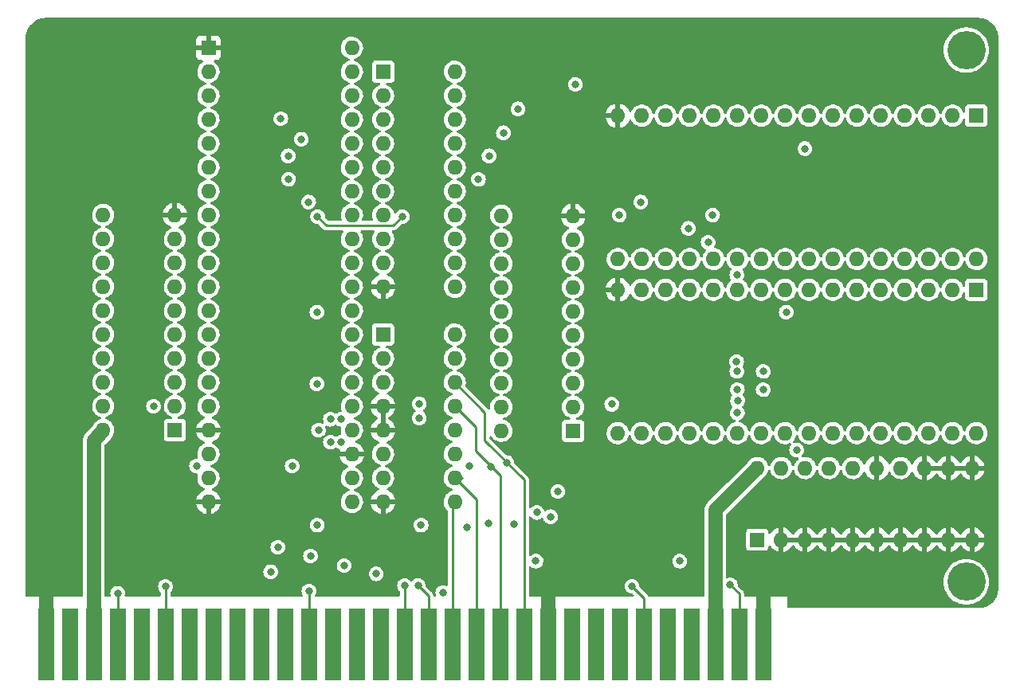
<source format=gbl>
%TF.GenerationSoftware,KiCad,Pcbnew,(6.0.9)*%
%TF.CreationDate,2023-01-14T12:16:42+02:00*%
%TF.ProjectId,CPU,4350552e-6b69-4636-9164-5f7063625858,rev?*%
%TF.SameCoordinates,Original*%
%TF.FileFunction,Copper,L4,Bot*%
%TF.FilePolarity,Positive*%
%FSLAX46Y46*%
G04 Gerber Fmt 4.6, Leading zero omitted, Abs format (unit mm)*
G04 Created by KiCad (PCBNEW (6.0.9)) date 2023-01-14 12:16:42*
%MOMM*%
%LPD*%
G01*
G04 APERTURE LIST*
%TA.AperFunction,ComponentPad*%
%ADD10O,1.600000X1.600000*%
%TD*%
%TA.AperFunction,ComponentPad*%
%ADD11R,1.600000X1.600000*%
%TD*%
%TA.AperFunction,ConnectorPad*%
%ADD12R,1.778000X7.620000*%
%TD*%
%TA.AperFunction,ComponentPad*%
%ADD13C,4.064000*%
%TD*%
%TA.AperFunction,ViaPad*%
%ADD14C,0.800000*%
%TD*%
%TA.AperFunction,Conductor*%
%ADD15C,0.250000*%
%TD*%
%TA.AperFunction,Conductor*%
%ADD16C,1.524000*%
%TD*%
G04 APERTURE END LIST*
D10*
%TO.P,U19,32,VCC*%
%TO.N,VCC*%
X203000000Y-108015000D03*
%TO.P,U19,31,A15*%
%TO.N,A15*%
X200460000Y-108015000D03*
%TO.P,U19,30,A17*%
%TO.N,A17*%
X197920000Y-108015000D03*
%TO.P,U19,29,WE#*%
%TO.N,MEMW*%
X195380000Y-108015000D03*
%TO.P,U19,28,A13*%
%TO.N,A13*%
X192840000Y-108015000D03*
%TO.P,U19,27,A8*%
%TO.N,A8*%
X190300000Y-108015000D03*
%TO.P,U19,26,A9*%
%TO.N,A9*%
X187760000Y-108015000D03*
%TO.P,U19,25,A11*%
%TO.N,A11*%
X185220000Y-108015000D03*
%TO.P,U19,24,OE#*%
%TO.N,MEMR*%
X182680000Y-108015000D03*
%TO.P,U19,23,A10*%
%TO.N,A10*%
X180140000Y-108015000D03*
%TO.P,U19,22,CE#*%
%TO.N,CS640*%
X177600000Y-108015000D03*
%TO.P,U19,21,DQ7*%
%TO.N,D7*%
X175060000Y-108015000D03*
%TO.P,U19,20,DQ6*%
%TO.N,D6*%
X172520000Y-108015000D03*
%TO.P,U19,19,DQ5*%
%TO.N,D5*%
X169980000Y-108015000D03*
%TO.P,U19,18,DQ4*%
%TO.N,D4*%
X167440000Y-108015000D03*
%TO.P,U19,17,DQ3*%
%TO.N,D3*%
X164900000Y-108015000D03*
%TO.P,U19,16,VSS*%
%TO.N,GND*%
X164900000Y-92775000D03*
%TO.P,U19,15,DQ2*%
%TO.N,D2*%
X167440000Y-92775000D03*
%TO.P,U19,14,DQ1*%
%TO.N,D1*%
X169980000Y-92775000D03*
%TO.P,U19,13,DQ0*%
%TO.N,D0*%
X172520000Y-92775000D03*
%TO.P,U19,12,A0*%
%TO.N,A0*%
X175060000Y-92775000D03*
%TO.P,U19,11,A1*%
%TO.N,A1*%
X177600000Y-92775000D03*
%TO.P,U19,10,A2*%
%TO.N,A2*%
X180140000Y-92775000D03*
%TO.P,U19,9,A3*%
%TO.N,A3*%
X182680000Y-92775000D03*
%TO.P,U19,8,A4*%
%TO.N,A4*%
X185220000Y-92775000D03*
%TO.P,U19,7,A5*%
%TO.N,A5*%
X187760000Y-92775000D03*
%TO.P,U19,6,A6*%
%TO.N,A6*%
X190300000Y-92775000D03*
%TO.P,U19,5,A7*%
%TO.N,A7*%
X192840000Y-92775000D03*
%TO.P,U19,4,A12*%
%TO.N,A12*%
X195380000Y-92775000D03*
%TO.P,U19,3,A14*%
%TO.N,A14*%
X197920000Y-92775000D03*
%TO.P,U19,2,A16*%
%TO.N,A16*%
X200460000Y-92775000D03*
D11*
%TO.P,U19,1,A18*%
%TO.N,A18*%
X203000000Y-92775000D03*
%TD*%
D12*
%TO.P,BUS1,1,GND*%
%TO.N,GND*%
X180340000Y-130492500D03*
%TO.P,BUS1,2,RESET*%
%TO.N,RESET*%
X177800000Y-130492500D03*
%TO.P,BUS1,3,VCC*%
%TO.N,VCC*%
X175260000Y-130492500D03*
%TO.P,BUS1,4,IRQ2*%
%TO.N,unconnected-(BUS1-Pad4)*%
X172720000Y-130492500D03*
%TO.P,BUS1,5,-5V*%
%TO.N,unconnected-(BUS1-Pad5)*%
X170180000Y-130492500D03*
%TO.P,BUS1,6,DRQ2*%
%TO.N,INT*%
X167640000Y-130492500D03*
%TO.P,BUS1,7,-12V*%
%TO.N,unconnected-(BUS1-Pad7)*%
X165100000Y-130492500D03*
%TO.P,BUS1,8,UNUSED*%
%TO.N,unconnected-(BUS1-Pad8)*%
X162560000Y-130492500D03*
%TO.P,BUS1,9,+12V*%
%TO.N,unconnected-(BUS1-Pad9)*%
X160020000Y-130492500D03*
%TO.P,BUS1,10,GND*%
%TO.N,GND*%
X157480000Y-130492500D03*
%TO.P,BUS1,11,MEMW*%
%TO.N,MEMW*%
X154940000Y-130492500D03*
%TO.P,BUS1,12,MEMR*%
%TO.N,MEMR*%
X152400000Y-130492500D03*
%TO.P,BUS1,13,IOW*%
%TO.N,IOW*%
X149860000Y-130492500D03*
%TO.P,BUS1,14,IOR*%
%TO.N,IOR*%
X147320000Y-130492500D03*
%TO.P,BUS1,15,DACK3*%
%TO.N,HLDA*%
X144780000Y-130492500D03*
%TO.P,BUS1,16,DRQ3*%
%TO.N,HOLD*%
X142240000Y-130492500D03*
%TO.P,BUS1,17,DACK1*%
%TO.N,unconnected-(BUS1-Pad17)*%
X139700000Y-130492500D03*
%TO.P,BUS1,18,DRQ1*%
%TO.N,unconnected-(BUS1-Pad18)*%
X137160000Y-130492500D03*
%TO.P,BUS1,19,DACK0*%
%TO.N,unconnected-(BUS1-Pad19)*%
X134620000Y-130492500D03*
%TO.P,BUS1,20,CLK*%
%TO.N,CLK*%
X132080000Y-130492500D03*
%TO.P,BUS1,21,IRQ7*%
%TO.N,unconnected-(BUS1-Pad21)*%
X129540000Y-130492500D03*
%TO.P,BUS1,22,IRQ6*%
%TO.N,unconnected-(BUS1-Pad22)*%
X127000000Y-130492500D03*
%TO.P,BUS1,23,IRQ5*%
%TO.N,unconnected-(BUS1-Pad23)*%
X124460000Y-130492500D03*
%TO.P,BUS1,24,IRQ4*%
%TO.N,unconnected-(BUS1-Pad24)*%
X121920000Y-130492500D03*
%TO.P,BUS1,25,IRQ3*%
%TO.N,unconnected-(BUS1-Pad25)*%
X119380000Y-130492500D03*
%TO.P,BUS1,26,DACK2*%
%TO.N,INTACK*%
X116840000Y-130492500D03*
%TO.P,BUS1,27,TC*%
%TO.N,unconnected-(BUS1-Pad27)*%
X114300000Y-130492500D03*
%TO.P,BUS1,28,ALE*%
%TO.N,ALE*%
X111760000Y-130492500D03*
%TO.P,BUS1,29,VCC*%
%TO.N,VCC*%
X109220000Y-130492500D03*
%TO.P,BUS1,30,OSC*%
%TO.N,OSC*%
X106680000Y-130492500D03*
%TO.P,BUS1,31,GND*%
%TO.N,GND*%
X104140000Y-130492500D03*
%TD*%
D11*
%TO.P,U2,1,A->B*%
%TO.N,DTR*%
X160150000Y-107775000D03*
D10*
%TO.P,U2,2,A0*%
%TO.N,AD0*%
X160150000Y-105235000D03*
%TO.P,U2,3,A1*%
%TO.N,AD1*%
X160150000Y-102695000D03*
%TO.P,U2,4,A2*%
%TO.N,AD2*%
X160150000Y-100155000D03*
%TO.P,U2,5,A3*%
%TO.N,AD3*%
X160150000Y-97615000D03*
%TO.P,U2,6,A4*%
%TO.N,AD4*%
X160150000Y-95075000D03*
%TO.P,U2,7,A5*%
%TO.N,AD5*%
X160150000Y-92535000D03*
%TO.P,U2,8,A6*%
%TO.N,AD6*%
X160150000Y-89995000D03*
%TO.P,U2,9,A7*%
%TO.N,AD7*%
X160150000Y-87455000D03*
%TO.P,U2,10,GND*%
%TO.N,GND*%
X160150000Y-84915000D03*
%TO.P,U2,11,B7*%
%TO.N,D7*%
X152530000Y-84915000D03*
%TO.P,U2,12,B6*%
%TO.N,D6*%
X152530000Y-87455000D03*
%TO.P,U2,13,B5*%
%TO.N,D5*%
X152530000Y-89995000D03*
%TO.P,U2,14,B4*%
%TO.N,D4*%
X152530000Y-92535000D03*
%TO.P,U2,15,B3*%
%TO.N,D3*%
X152530000Y-95075000D03*
%TO.P,U2,16,B2*%
%TO.N,D2*%
X152530000Y-97615000D03*
%TO.P,U2,17,B1*%
%TO.N,D1*%
X152530000Y-100155000D03*
%TO.P,U2,18,B0*%
%TO.N,D0*%
X152530000Y-102695000D03*
%TO.P,U2,19,CE*%
%TO.N,DEN*%
X152530000Y-105235000D03*
%TO.P,U2,20,VCC*%
%TO.N,VCC*%
X152530000Y-107775000D03*
%TD*%
D11*
%TO.P,U21,1,G*%
%TO.N,AEN*%
X179725000Y-119350000D03*
D10*
%TO.P,U21,2,P0*%
%TO.N,GND*%
X182265000Y-119350000D03*
%TO.P,U21,3,R0*%
X184805000Y-119350000D03*
%TO.P,U21,4,P1*%
X187345000Y-119350000D03*
%TO.P,U21,5,R1*%
X189885000Y-119350000D03*
%TO.P,U21,6,P2*%
X192425000Y-119350000D03*
%TO.P,U21,7,R2*%
X194965000Y-119350000D03*
%TO.P,U21,8,P3*%
X197505000Y-119350000D03*
%TO.P,U21,9,R3*%
X200045000Y-119350000D03*
%TO.P,U21,10,GND*%
X202585000Y-119350000D03*
%TO.P,U21,11,P4*%
X202585000Y-111730000D03*
%TO.P,U21,12,R4*%
X200045000Y-111730000D03*
%TO.P,U21,13,P5*%
X197505000Y-111730000D03*
%TO.P,U21,14,R5*%
%TO.N,A17*%
X194965000Y-111730000D03*
%TO.P,U21,15,P6*%
%TO.N,GND*%
X192425000Y-111730000D03*
%TO.P,U21,16,R6*%
%TO.N,A18*%
X189885000Y-111730000D03*
%TO.P,U21,17,P7*%
%TO.N,VCC*%
X187345000Y-111730000D03*
%TO.P,U21,18,R7*%
%TO.N,A19*%
X184805000Y-111730000D03*
%TO.P,U21,19,P=R*%
%TO.N,CS640*%
X182265000Y-111730000D03*
%TO.P,U21,20,VCC*%
%TO.N,VCC*%
X179725000Y-111730000D03*
%TD*%
D11*
%TO.P,U1,1,GND*%
%TO.N,GND*%
X121407000Y-67061000D03*
D10*
%TO.P,U1,2,A14*%
%TO.N,A14*%
X121407000Y-69601000D03*
%TO.P,U1,3,A13*%
%TO.N,A13*%
X121407000Y-72141000D03*
%TO.P,U1,4,A12*%
%TO.N,A12*%
X121407000Y-74681000D03*
%TO.P,U1,5,A11*%
%TO.N,A11*%
X121407000Y-77221000D03*
%TO.P,U1,6,A10*%
%TO.N,A10*%
X121407000Y-79761000D03*
%TO.P,U1,7,A9*%
%TO.N,A9*%
X121407000Y-82301000D03*
%TO.P,U1,8,A8*%
%TO.N,A8*%
X121407000Y-84841000D03*
%TO.P,U1,9,AD7*%
%TO.N,AD7*%
X121407000Y-87381000D03*
%TO.P,U1,10,AD6*%
%TO.N,AD6*%
X121407000Y-89921000D03*
%TO.P,U1,11,AD5*%
%TO.N,AD5*%
X121407000Y-92461000D03*
%TO.P,U1,12,AD4*%
%TO.N,AD4*%
X121407000Y-95001000D03*
%TO.P,U1,13,AD3*%
%TO.N,AD3*%
X121407000Y-97541000D03*
%TO.P,U1,14,AD2*%
%TO.N,AD2*%
X121407000Y-100081000D03*
%TO.P,U1,15,AD1*%
%TO.N,AD1*%
X121407000Y-102621000D03*
%TO.P,U1,16,AD0*%
%TO.N,AD0*%
X121407000Y-105161000D03*
%TO.P,U1,17,NMI*%
%TO.N,GND*%
X121407000Y-107701000D03*
%TO.P,U1,18,INTR*%
%TO.N,INT*%
X121407000Y-110241000D03*
%TO.P,U1,19,CLK*%
%TO.N,CLK*%
X121407000Y-112781000D03*
%TO.P,U1,20,GND*%
%TO.N,GND*%
X121407000Y-115321000D03*
%TO.P,U1,21,RESET*%
%TO.N,RESET*%
X136647000Y-115321000D03*
%TO.P,U1,22,READY*%
%TO.N,IO_READY*%
X136647000Y-112781000D03*
%TO.P,U1,23,~{TEST}*%
%TO.N,GND*%
X136647000Y-110241000D03*
%TO.P,U1,24,~{INTA}*%
%TO.N,INTACK*%
X136647000Y-107701000D03*
%TO.P,U1,25,ALE*%
%TO.N,ALE*%
X136647000Y-105161000D03*
%TO.P,U1,26,DEN*%
%TO.N,DEN*%
X136647000Y-102621000D03*
%TO.P,U1,27,DT/~{R}*%
%TO.N,DTR*%
X136647000Y-100081000D03*
%TO.P,U1,28,IO/~{M}*%
%TO.N,IOM*%
X136647000Y-97541000D03*
%TO.P,U1,29,WR*%
%TO.N,WR*%
X136647000Y-95001000D03*
%TO.P,U1,30,HLDA*%
%TO.N,HLDA*%
X136647000Y-92461000D03*
%TO.P,U1,31,HOLD*%
%TO.N,HOLD*%
X136647000Y-89921000D03*
%TO.P,U1,32,~{RD}*%
%TO.N,RD*%
X136647000Y-87381000D03*
%TO.P,U1,33,MN/~{MX}*%
%TO.N,VCC*%
X136647000Y-84841000D03*
%TO.P,U1,34,~{SSO}*%
%TO.N,unconnected-(U1-Pad34)*%
X136647000Y-82301000D03*
%TO.P,U1,35,A19/S6*%
%TO.N,A_19*%
X136647000Y-79761000D03*
%TO.P,U1,36,A18/S5*%
%TO.N,A_18*%
X136647000Y-77221000D03*
%TO.P,U1,37,A17/S4*%
%TO.N,A_17*%
X136647000Y-74681000D03*
%TO.P,U1,38,A16/S3*%
%TO.N,A_16*%
X136647000Y-72141000D03*
%TO.P,U1,39,A15*%
%TO.N,A15*%
X136647000Y-69601000D03*
%TO.P,U1,40,VCC*%
%TO.N,VCC*%
X136647000Y-67061000D03*
%TD*%
D11*
%TO.P,U7,1,OE*%
%TO.N,HLDA*%
X139964000Y-69601000D03*
D10*
%TO.P,U7,2,D0*%
%TO.N,A_16*%
X139964000Y-72141000D03*
%TO.P,U7,3,D1*%
%TO.N,A_17*%
X139964000Y-74681000D03*
%TO.P,U7,4,D2*%
%TO.N,A_18*%
X139964000Y-77221000D03*
%TO.P,U7,5,D3*%
%TO.N,A_19*%
X139964000Y-79761000D03*
%TO.P,U7,6,D4*%
%TO.N,unconnected-(U7-Pad6)*%
X139964000Y-82301000D03*
%TO.P,U7,7,D5*%
%TO.N,unconnected-(U7-Pad7)*%
X139964000Y-84841000D03*
%TO.P,U7,8,D6*%
%TO.N,unconnected-(U7-Pad8)*%
X139964000Y-87381000D03*
%TO.P,U7,9,D7*%
%TO.N,unconnected-(U7-Pad9)*%
X139964000Y-89921000D03*
%TO.P,U7,10,GND*%
%TO.N,GND*%
X139964000Y-92461000D03*
%TO.P,U7,11,Load*%
%TO.N,ALE*%
X147584000Y-92461000D03*
%TO.P,U7,12,Q7*%
%TO.N,unconnected-(U7-Pad12)*%
X147584000Y-89921000D03*
%TO.P,U7,13,Q6*%
%TO.N,unconnected-(U7-Pad13)*%
X147584000Y-87381000D03*
%TO.P,U7,14,Q5*%
%TO.N,unconnected-(U7-Pad14)*%
X147584000Y-84841000D03*
%TO.P,U7,15,Q4*%
%TO.N,unconnected-(U7-Pad15)*%
X147584000Y-82301000D03*
%TO.P,U7,16,Q3*%
%TO.N,A19*%
X147584000Y-79761000D03*
%TO.P,U7,17,Q2*%
%TO.N,A18*%
X147584000Y-77221000D03*
%TO.P,U7,18,Q1*%
%TO.N,A17*%
X147584000Y-74681000D03*
%TO.P,U7,19,Q0*%
%TO.N,A16*%
X147584000Y-72141000D03*
%TO.P,U7,20,VCC*%
%TO.N,VCC*%
X147584000Y-69601000D03*
%TD*%
D11*
%TO.P,U4,1,A0*%
%TO.N,RD*%
X139954000Y-97536000D03*
D10*
%TO.P,U4,2,A1*%
%TO.N,WR*%
X139954000Y-100076000D03*
%TO.P,U4,3,A2*%
%TO.N,IOM*%
X139954000Y-102616000D03*
%TO.P,U4,4,E1*%
%TO.N,GND*%
X139954000Y-105156000D03*
%TO.P,U4,5,E2*%
X139954000Y-107696000D03*
%TO.P,U4,6,E3*%
%TO.N,VCC*%
X139954000Y-110236000D03*
%TO.P,U4,7,O7*%
%TO.N,unconnected-(U4-Pad7)*%
X139954000Y-112776000D03*
%TO.P,U4,8,GND*%
%TO.N,GND*%
X139954000Y-115316000D03*
%TO.P,U4,9,O6*%
%TO.N,IOR*%
X147574000Y-115316000D03*
%TO.P,U4,10,O5*%
%TO.N,IOW*%
X147574000Y-112776000D03*
%TO.P,U4,11,O4*%
%TO.N,unconnected-(U4-Pad11)*%
X147574000Y-110236000D03*
%TO.P,U4,12,O3*%
%TO.N,unconnected-(U4-Pad12)*%
X147574000Y-107696000D03*
%TO.P,U4,13,O2*%
%TO.N,MEMR*%
X147574000Y-105156000D03*
%TO.P,U4,14,O1*%
%TO.N,MEMW*%
X147574000Y-102616000D03*
%TO.P,U4,15,O0*%
%TO.N,unconnected-(U4-Pad15)*%
X147574000Y-100076000D03*
%TO.P,U4,16,VCC*%
%TO.N,VCC*%
X147574000Y-97536000D03*
%TD*%
D11*
%TO.P,U3,1,OE*%
%TO.N,HLDA*%
X117846000Y-107691000D03*
D10*
%TO.P,U3,2,D0*%
%TO.N,AD0*%
X117846000Y-105151000D03*
%TO.P,U3,3,D1*%
%TO.N,AD1*%
X117846000Y-102611000D03*
%TO.P,U3,4,D2*%
%TO.N,AD2*%
X117846000Y-100071000D03*
%TO.P,U3,5,D3*%
%TO.N,AD3*%
X117846000Y-97531000D03*
%TO.P,U3,6,D4*%
%TO.N,AD4*%
X117846000Y-94991000D03*
%TO.P,U3,7,D5*%
%TO.N,AD5*%
X117846000Y-92451000D03*
%TO.P,U3,8,D6*%
%TO.N,AD6*%
X117846000Y-89911000D03*
%TO.P,U3,9,D7*%
%TO.N,AD7*%
X117846000Y-87371000D03*
%TO.P,U3,10,GND*%
%TO.N,GND*%
X117846000Y-84831000D03*
%TO.P,U3,11,Load*%
%TO.N,ALE*%
X110226000Y-84831000D03*
%TO.P,U3,12,Q7*%
%TO.N,A7*%
X110226000Y-87371000D03*
%TO.P,U3,13,Q6*%
%TO.N,A6*%
X110226000Y-89911000D03*
%TO.P,U3,14,Q5*%
%TO.N,A5*%
X110226000Y-92451000D03*
%TO.P,U3,15,Q4*%
%TO.N,A4*%
X110226000Y-94991000D03*
%TO.P,U3,16,Q3*%
%TO.N,A3*%
X110226000Y-97531000D03*
%TO.P,U3,17,Q2*%
%TO.N,A2*%
X110226000Y-100071000D03*
%TO.P,U3,18,Q1*%
%TO.N,A1*%
X110226000Y-102611000D03*
%TO.P,U3,19,Q0*%
%TO.N,A0*%
X110226000Y-105151000D03*
%TO.P,U3,20,VCC*%
%TO.N,VCC*%
X110226000Y-107691000D03*
%TD*%
D13*
%TO.P,HOLE1,1,1*%
%TO.N,unconnected-(HOLE1-Pad1)*%
X201930000Y-67310000D03*
%TD*%
%TO.P,HOLE2,1,1*%
%TO.N,unconnected-(HOLE2-Pad1)*%
X201930000Y-123825000D03*
%TD*%
D11*
%TO.P,U5,1,A18*%
%TO.N,A18*%
X203000000Y-74275000D03*
D10*
%TO.P,U5,2,A16*%
%TO.N,A16*%
X200460000Y-74275000D03*
%TO.P,U5,3,A14*%
%TO.N,A14*%
X197920000Y-74275000D03*
%TO.P,U5,4,A12*%
%TO.N,A12*%
X195380000Y-74275000D03*
%TO.P,U5,5,A7*%
%TO.N,A7*%
X192840000Y-74275000D03*
%TO.P,U5,6,A6*%
%TO.N,A6*%
X190300000Y-74275000D03*
%TO.P,U5,7,A5*%
%TO.N,A5*%
X187760000Y-74275000D03*
%TO.P,U5,8,A4*%
%TO.N,A4*%
X185220000Y-74275000D03*
%TO.P,U5,9,A3*%
%TO.N,A3*%
X182680000Y-74275000D03*
%TO.P,U5,10,A2*%
%TO.N,A2*%
X180140000Y-74275000D03*
%TO.P,U5,11,A1*%
%TO.N,A1*%
X177600000Y-74275000D03*
%TO.P,U5,12,A0*%
%TO.N,A0*%
X175060000Y-74275000D03*
%TO.P,U5,13,DQ0*%
%TO.N,D0*%
X172520000Y-74275000D03*
%TO.P,U5,14,DQ1*%
%TO.N,D1*%
X169980000Y-74275000D03*
%TO.P,U5,15,DQ2*%
%TO.N,D2*%
X167440000Y-74275000D03*
%TO.P,U5,16,VSS*%
%TO.N,GND*%
X164900000Y-74275000D03*
%TO.P,U5,17,DQ3*%
%TO.N,D3*%
X164900000Y-89515000D03*
%TO.P,U5,18,DQ4*%
%TO.N,D4*%
X167440000Y-89515000D03*
%TO.P,U5,19,DQ5*%
%TO.N,D5*%
X169980000Y-89515000D03*
%TO.P,U5,20,DQ6*%
%TO.N,D6*%
X172520000Y-89515000D03*
%TO.P,U5,21,DQ7*%
%TO.N,D7*%
X175060000Y-89515000D03*
%TO.P,U5,22,CE#*%
%TO.N,A19*%
X177600000Y-89515000D03*
%TO.P,U5,23,A10*%
%TO.N,A10*%
X180140000Y-89515000D03*
%TO.P,U5,24,OE#*%
%TO.N,MEMR*%
X182680000Y-89515000D03*
%TO.P,U5,25,A11*%
%TO.N,A11*%
X185220000Y-89515000D03*
%TO.P,U5,26,A9*%
%TO.N,A9*%
X187760000Y-89515000D03*
%TO.P,U5,27,A8*%
%TO.N,A8*%
X190300000Y-89515000D03*
%TO.P,U5,28,A13*%
%TO.N,A13*%
X192840000Y-89515000D03*
%TO.P,U5,29,WE#*%
%TO.N,MEMW*%
X195380000Y-89515000D03*
%TO.P,U5,30,A17*%
%TO.N,A17*%
X197920000Y-89515000D03*
%TO.P,U5,31,A15*%
%TO.N,A15*%
X200460000Y-89515000D03*
%TO.P,U5,32,VCC*%
%TO.N,VCC*%
X203000000Y-89515000D03*
%TD*%
D14*
%TO.N,GND*%
X121500000Y-119000000D03*
X118500000Y-115500000D03*
X119000000Y-119000000D03*
X121500000Y-121500000D03*
X114500000Y-124500000D03*
X118500000Y-123500000D03*
X133500000Y-123500000D03*
X159000000Y-120000000D03*
X161500000Y-124000000D03*
X161500000Y-115000000D03*
X164000000Y-115000000D03*
X164000000Y-124000000D03*
X166500000Y-115000000D03*
X166500000Y-120000000D03*
X171500000Y-124000000D03*
X174000000Y-113000000D03*
X171500000Y-115000000D03*
X169000000Y-115000000D03*
X201500000Y-102000000D03*
X201500000Y-98000000D03*
X157500000Y-95000000D03*
X157500000Y-92500000D03*
X157500000Y-90000000D03*
X157500000Y-87500000D03*
X156500000Y-85000000D03*
X160020000Y-68580000D03*
X165100000Y-68580000D03*
X170180000Y-68580000D03*
X175260000Y-68580000D03*
X180340000Y-68580000D03*
X185420000Y-68580000D03*
X190500000Y-68580000D03*
X195580000Y-68580000D03*
X195580000Y-124460000D03*
X190500000Y-124460000D03*
X185420000Y-124460000D03*
X119380000Y-78740000D03*
X114300000Y-78740000D03*
X109220000Y-78740000D03*
X109220000Y-73660000D03*
X114300000Y-73660000D03*
X119380000Y-73660000D03*
X119380000Y-68580000D03*
X114300000Y-68580000D03*
X104140000Y-68580000D03*
X104140000Y-73660000D03*
X104140000Y-78740000D03*
X104140000Y-83820000D03*
X104140000Y-88900000D03*
X104140000Y-93980000D03*
X104140000Y-99060000D03*
X104140000Y-104140000D03*
X104140000Y-109220000D03*
X104140000Y-114300000D03*
X104140000Y-119380000D03*
%TO.N,MEMW*%
X153100000Y-111150000D03*
X164250000Y-104950000D03*
%TO.N,MEMR*%
X151450000Y-111600000D03*
%TO.N,MEMW*%
X177550000Y-101450000D03*
%TO.N,MEMR*%
X177600000Y-103400000D03*
X180350000Y-103400000D03*
%TO.N,MEMW*%
X180350000Y-101450000D03*
%TO.N,A10*%
X142000000Y-85000000D03*
X133000000Y-85000000D03*
X165050000Y-84850000D03*
X174975000Y-84850000D03*
%TO.N,A11*%
X128025000Y-122750000D03*
X132975000Y-117800000D03*
X144000000Y-117800000D03*
X177525000Y-100425000D03*
X182800000Y-95150000D03*
%TO.N,A12*%
X128775000Y-120150000D03*
X148900000Y-118025000D03*
X177625000Y-104575000D03*
%TO.N,A13*%
X132250000Y-121075000D03*
X151175000Y-117650000D03*
X177600000Y-105875000D03*
%TO.N,A14*%
X135825000Y-122100000D03*
X156300000Y-116450000D03*
X158525000Y-114225000D03*
X183900000Y-109800000D03*
%TO.N,A15*%
X139225000Y-122975000D03*
X153875000Y-117675000D03*
%TO.N,A17*%
X146300000Y-124975000D03*
X157750000Y-116900000D03*
%TO.N,A9*%
X154294000Y-73556000D03*
X129100000Y-74600000D03*
%TO.N,A8*%
X184775000Y-77775000D03*
X152746000Y-76096000D03*
X131275000Y-76775000D03*
%TO.N,AEN*%
X171475000Y-121625000D03*
X156200000Y-121625000D03*
%TO.N,A18*%
X160400000Y-70950000D03*
%TO.N,GND*%
X130125000Y-95100000D03*
X131800000Y-92650000D03*
X129325000Y-90150000D03*
X123300000Y-97600000D03*
%TO.N,ALE*%
X132925000Y-102775000D03*
X132925000Y-95150000D03*
%TO.N,A7*%
X151225000Y-78550000D03*
X129875000Y-78550000D03*
%TO.N,A6*%
X150100000Y-81050000D03*
X129925000Y-81050000D03*
%TO.N,A5*%
X167350000Y-83450000D03*
X132050000Y-83450000D03*
%TO.N,A4*%
X172394000Y-86256000D03*
%TO.N,A3*%
X174500000Y-87750000D03*
%TO.N,A2*%
X177550000Y-91200000D03*
%TO.N,GND*%
X156500000Y-123200000D03*
%TO.N,INT*%
X166400000Y-124300000D03*
%TO.N,DTR*%
X143800000Y-104900000D03*
%TO.N,DEN*%
X143800000Y-106400000D03*
%TO.N,HOLD*%
X134366000Y-108984000D03*
%TO.N,HLDA*%
X135522000Y-108978000D03*
X143675000Y-124200000D03*
%TO.N,HOLD*%
X142240000Y-124206000D03*
%TO.N,RESET*%
X176850000Y-124150000D03*
%TO.N,IO_READY*%
X149100000Y-111550000D03*
%TO.N,INTACK*%
X116840000Y-124315000D03*
%TO.N,ALE*%
X111760000Y-125035000D03*
%TO.N,CLK*%
X132080000Y-124805000D03*
%TO.N,A0*%
X120142000Y-111506000D03*
X115570000Y-105156000D03*
%TO.N,HLDA*%
X135522000Y-106540000D03*
%TO.N,HOLD*%
X134366000Y-106540000D03*
%TO.N,INTACK*%
X133096000Y-107696000D03*
%TO.N,A0*%
X130302000Y-111506000D03*
%TD*%
D15*
%TO.N,A10*%
X133966000Y-85966000D02*
X133000000Y-85000000D01*
X134141000Y-85966000D02*
X133966000Y-85966000D01*
X141034000Y-85966000D02*
X142000000Y-85000000D01*
X134141000Y-85966000D02*
X141034000Y-85966000D01*
D16*
%TO.N,VCC*%
X175260000Y-116195000D02*
X179725000Y-111730000D01*
X175260000Y-130492500D02*
X175260000Y-116195000D01*
D15*
%TO.N,INT*%
X167640000Y-125540000D02*
X166400000Y-124300000D01*
X167640000Y-130492500D02*
X167640000Y-125540000D01*
%TO.N,MEMR*%
X149775000Y-107357000D02*
X147574000Y-105156000D01*
X152400000Y-112500000D02*
X149775000Y-109875000D01*
X149775000Y-109875000D02*
X149775000Y-107357000D01*
X152400000Y-130492500D02*
X152400000Y-112500000D01*
%TO.N,MEMW*%
X150775000Y-105817000D02*
X147574000Y-102616000D01*
X150775000Y-108800000D02*
X150775000Y-105817000D01*
X154940000Y-112965000D02*
X150775000Y-108800000D01*
X154940000Y-130492500D02*
X154940000Y-112965000D01*
%TO.N,HLDA*%
X144780000Y-125305000D02*
X143675000Y-124200000D01*
X144780000Y-130492500D02*
X144780000Y-125305000D01*
%TO.N,IOW*%
X149860000Y-115062000D02*
X149860000Y-130492500D01*
X147574000Y-112776000D02*
X149860000Y-115062000D01*
%TO.N,RESET*%
X177800000Y-125100000D02*
X176850000Y-124150000D01*
X177800000Y-130492500D02*
X177800000Y-125100000D01*
%TO.N,INTACK*%
X116840000Y-126238000D02*
X116840000Y-124315000D01*
%TO.N,ALE*%
X111760000Y-130492500D02*
X111760000Y-125035000D01*
%TO.N,CLK*%
X132080000Y-130492500D02*
X132080000Y-124805000D01*
D16*
%TO.N,GND*%
X104140000Y-130492500D02*
X104140000Y-124206000D01*
X180340000Y-130492500D02*
X180340000Y-124206000D01*
X157480000Y-130492500D02*
X157480000Y-124206000D01*
%TO.N,VCC*%
X109220000Y-130492500D02*
X109220000Y-108780000D01*
X110226000Y-107774000D02*
X110226000Y-107691000D01*
X109220000Y-108780000D02*
X110226000Y-107774000D01*
D15*
%TO.N,IOW*%
X148336000Y-112776000D02*
X147574000Y-112776000D01*
%TO.N,IOR*%
X147320000Y-115570000D02*
X147574000Y-115316000D01*
X147320000Y-130492500D02*
X147320000Y-115570000D01*
%TO.N,HLDA*%
X137033000Y-92075000D02*
X136647000Y-92461000D01*
%TO.N,HOLD*%
X142240000Y-130492500D02*
X142240000Y-124206000D01*
%TO.N,INTACK*%
X116840000Y-130492500D02*
X116840000Y-126238000D01*
%TO.N,A0*%
X115570000Y-105156000D02*
X115565000Y-105151000D01*
%TD*%
%TA.AperFunction,Conductor*%
%TO.N,GND*%
G36*
X203179966Y-63880511D02*
G01*
X203200000Y-63883684D01*
X203209794Y-63882133D01*
X203213882Y-63882133D01*
X203235309Y-63881096D01*
X203399228Y-63891011D01*
X203452877Y-63894256D01*
X203467981Y-63896090D01*
X203709673Y-63940382D01*
X203724446Y-63944023D01*
X203959046Y-64017127D01*
X203973264Y-64022519D01*
X204164207Y-64108456D01*
X204197337Y-64123367D01*
X204210798Y-64130431D01*
X204421100Y-64257563D01*
X204433609Y-64266198D01*
X204627036Y-64417738D01*
X204638425Y-64427828D01*
X204812172Y-64601575D01*
X204822262Y-64612964D01*
X204973802Y-64806391D01*
X204982437Y-64818900D01*
X205109569Y-65029202D01*
X205116633Y-65042663D01*
X205217479Y-65266732D01*
X205222875Y-65280959D01*
X205295977Y-65515554D01*
X205299618Y-65530327D01*
X205343910Y-65772019D01*
X205345744Y-65787123D01*
X205358904Y-66004691D01*
X205357867Y-66026118D01*
X205357867Y-66030206D01*
X205356316Y-66040000D01*
X205357867Y-66049792D01*
X205359489Y-66060033D01*
X205361040Y-66079744D01*
X205361040Y-124420256D01*
X205359489Y-124439966D01*
X205356316Y-124460000D01*
X205357867Y-124469794D01*
X205357867Y-124473882D01*
X205358904Y-124495309D01*
X205350253Y-124638330D01*
X205345744Y-124712877D01*
X205343910Y-124727981D01*
X205299618Y-124969673D01*
X205295977Y-124984446D01*
X205223582Y-125216773D01*
X205222875Y-125219041D01*
X205217481Y-125233264D01*
X205141937Y-125401114D01*
X205116633Y-125457337D01*
X205109569Y-125470798D01*
X204982437Y-125681100D01*
X204973802Y-125693609D01*
X204822262Y-125887036D01*
X204812172Y-125898425D01*
X204638425Y-126072172D01*
X204627036Y-126082262D01*
X204433609Y-126233802D01*
X204421100Y-126242437D01*
X204210798Y-126369569D01*
X204197336Y-126376633D01*
X203973264Y-126477481D01*
X203959046Y-126482873D01*
X203816577Y-126527268D01*
X203724446Y-126555977D01*
X203709673Y-126559618D01*
X203467981Y-126603910D01*
X203452877Y-126605744D01*
X203399228Y-126608989D01*
X203235309Y-126618904D01*
X203213882Y-126617867D01*
X203209794Y-126617867D01*
X203200000Y-126616316D01*
X203179967Y-126619489D01*
X203160256Y-126621040D01*
X183006000Y-126621040D01*
X182937879Y-126601038D01*
X182891386Y-126547382D01*
X182880000Y-126495040D01*
X182880000Y-125412500D01*
X178429960Y-125412500D01*
X178361839Y-125392498D01*
X178315346Y-125338842D01*
X178303960Y-125286500D01*
X178303960Y-125170564D01*
X178305299Y-125158577D01*
X178304801Y-125158537D01*
X178305521Y-125149588D01*
X178307502Y-125140833D01*
X178304202Y-125087637D01*
X178303960Y-125079836D01*
X178303960Y-125063816D01*
X178303325Y-125059379D01*
X178303324Y-125059371D01*
X178302497Y-125053596D01*
X178301466Y-125043533D01*
X178301183Y-125038962D01*
X178298564Y-124996753D01*
X178295516Y-124988310D01*
X178294826Y-124984977D01*
X178290906Y-124969256D01*
X178289949Y-124965984D01*
X178288677Y-124957101D01*
X178269270Y-124914418D01*
X178265463Y-124905064D01*
X178252594Y-124869415D01*
X178252593Y-124869413D01*
X178249546Y-124860973D01*
X178244249Y-124853723D01*
X178242650Y-124850715D01*
X178234477Y-124836727D01*
X178232642Y-124833858D01*
X178228928Y-124825689D01*
X178208346Y-124801802D01*
X178198333Y-124790182D01*
X178192044Y-124782261D01*
X178186987Y-124775338D01*
X178186977Y-124775326D01*
X178184113Y-124771406D01*
X178173269Y-124760562D01*
X178166911Y-124753715D01*
X178140556Y-124723129D01*
X178134697Y-124716329D01*
X178127162Y-124711445D01*
X178120545Y-124705673D01*
X178109203Y-124696496D01*
X177670545Y-124257838D01*
X177636519Y-124195526D01*
X177633652Y-124166985D01*
X177633834Y-124153964D01*
X177633834Y-124153957D01*
X177633889Y-124150000D01*
X177614409Y-123976331D01*
X177611491Y-123967950D01*
X177564866Y-123834063D01*
X177561710Y-123825000D01*
X199514273Y-123825000D01*
X199533322Y-124127771D01*
X199590168Y-124425767D01*
X199606046Y-124474635D01*
X199674871Y-124686455D01*
X199683914Y-124714288D01*
X199685601Y-124717874D01*
X199685603Y-124717878D01*
X199811394Y-124985199D01*
X199811398Y-124985206D01*
X199813082Y-124988785D01*
X199815206Y-124992131D01*
X199815206Y-124992132D01*
X199847826Y-125043533D01*
X199975636Y-125244929D01*
X199978155Y-125247974D01*
X199978158Y-125247978D01*
X200015089Y-125292620D01*
X200169011Y-125478679D01*
X200390158Y-125686350D01*
X200635589Y-125864666D01*
X200639058Y-125866573D01*
X200639061Y-125866575D01*
X200687192Y-125893035D01*
X200901433Y-126010815D01*
X200913082Y-126015427D01*
X201179816Y-126121035D01*
X201179819Y-126121036D01*
X201183499Y-126122493D01*
X201187333Y-126123477D01*
X201187341Y-126123480D01*
X201368853Y-126170084D01*
X201477338Y-126197938D01*
X201481266Y-126198434D01*
X201481270Y-126198435D01*
X201600532Y-126213501D01*
X201778315Y-126235960D01*
X202081685Y-126235960D01*
X202259468Y-126213501D01*
X202378730Y-126198435D01*
X202378734Y-126198434D01*
X202382662Y-126197938D01*
X202491147Y-126170084D01*
X202672659Y-126123480D01*
X202672667Y-126123477D01*
X202676501Y-126122493D01*
X202680181Y-126121036D01*
X202680184Y-126121035D01*
X202946918Y-126015427D01*
X202958567Y-126010815D01*
X203172808Y-125893035D01*
X203220939Y-125866575D01*
X203220942Y-125866573D01*
X203224411Y-125864666D01*
X203469842Y-125686350D01*
X203690989Y-125478679D01*
X203844911Y-125292620D01*
X203881842Y-125247978D01*
X203881845Y-125247974D01*
X203884364Y-125244929D01*
X204012174Y-125043533D01*
X204044794Y-124992132D01*
X204044794Y-124992131D01*
X204046918Y-124988785D01*
X204048602Y-124985206D01*
X204048606Y-124985199D01*
X204174397Y-124717878D01*
X204174399Y-124717874D01*
X204176086Y-124714288D01*
X204185130Y-124686455D01*
X204253954Y-124474635D01*
X204269832Y-124425767D01*
X204326678Y-124127771D01*
X204345727Y-123825000D01*
X204326678Y-123522229D01*
X204269832Y-123224233D01*
X204195963Y-122996887D01*
X204177312Y-122939485D01*
X204177312Y-122939484D01*
X204176086Y-122935712D01*
X204174397Y-122932122D01*
X204048606Y-122664801D01*
X204048602Y-122664794D01*
X204046918Y-122661215D01*
X203884364Y-122405071D01*
X203872476Y-122390700D01*
X203776117Y-122274223D01*
X203690989Y-122171321D01*
X203469842Y-121963650D01*
X203224411Y-121785334D01*
X203209514Y-121777144D01*
X202962029Y-121641088D01*
X202962026Y-121641087D01*
X202958567Y-121639185D01*
X202791411Y-121573003D01*
X202680184Y-121528965D01*
X202680181Y-121528964D01*
X202676501Y-121527507D01*
X202672667Y-121526523D01*
X202672659Y-121526520D01*
X202485993Y-121478593D01*
X202382662Y-121452062D01*
X202378734Y-121451566D01*
X202378730Y-121451565D01*
X202234255Y-121433314D01*
X202081685Y-121414040D01*
X201778315Y-121414040D01*
X201625745Y-121433314D01*
X201481270Y-121451565D01*
X201481266Y-121451566D01*
X201477338Y-121452062D01*
X201374007Y-121478593D01*
X201187341Y-121526520D01*
X201187333Y-121526523D01*
X201183499Y-121527507D01*
X201179819Y-121528964D01*
X201179816Y-121528965D01*
X201068589Y-121573003D01*
X200901433Y-121639185D01*
X200897974Y-121641087D01*
X200897971Y-121641088D01*
X200650487Y-121777144D01*
X200635589Y-121785334D01*
X200390158Y-121963650D01*
X200169011Y-122171321D01*
X200083883Y-122274223D01*
X199987525Y-122390700D01*
X199975636Y-122405071D01*
X199813082Y-122661215D01*
X199811398Y-122664794D01*
X199811394Y-122664801D01*
X199685603Y-122932122D01*
X199683914Y-122935712D01*
X199682688Y-122939484D01*
X199682688Y-122939485D01*
X199664037Y-122996887D01*
X199590168Y-123224233D01*
X199533322Y-123522229D01*
X199514273Y-123825000D01*
X177561710Y-123825000D01*
X177556937Y-123811293D01*
X177464329Y-123663089D01*
X177396250Y-123594533D01*
X177346151Y-123544083D01*
X177346147Y-123544080D01*
X177341188Y-123539086D01*
X177335240Y-123535311D01*
X177199588Y-123449223D01*
X177199584Y-123449221D01*
X177193634Y-123445445D01*
X177128158Y-123422130D01*
X177035636Y-123389184D01*
X177035634Y-123389183D01*
X177029002Y-123386822D01*
X177022016Y-123385989D01*
X177022012Y-123385988D01*
X176897277Y-123371115D01*
X176855473Y-123366130D01*
X176848470Y-123366866D01*
X176848469Y-123366866D01*
X176803270Y-123371617D01*
X176681671Y-123384397D01*
X176567565Y-123423242D01*
X176496634Y-123426260D01*
X176435330Y-123390450D01*
X176403118Y-123327182D01*
X176400960Y-123303964D01*
X176400960Y-120185920D01*
X178546040Y-120185920D01*
X178557005Y-120260404D01*
X178561322Y-120269196D01*
X178607597Y-120363447D01*
X178612607Y-120373652D01*
X178701894Y-120462783D01*
X178766883Y-120494551D01*
X178806456Y-120513895D01*
X178806458Y-120513895D01*
X178815239Y-120518188D01*
X178824912Y-120519599D01*
X178824915Y-120519600D01*
X178858757Y-120524536D01*
X178889080Y-120528960D01*
X180560920Y-120528960D01*
X180592754Y-120524274D01*
X180625713Y-120519422D01*
X180625715Y-120519421D01*
X180635404Y-120517995D01*
X180715227Y-120478804D01*
X180739304Y-120466983D01*
X180739306Y-120466982D01*
X180748652Y-120462393D01*
X180837783Y-120373106D01*
X180893188Y-120259761D01*
X180903960Y-120185920D01*
X180903960Y-120086282D01*
X180923962Y-120018161D01*
X180977618Y-119971668D01*
X181047892Y-119961564D01*
X181112472Y-119991058D01*
X181133173Y-120014011D01*
X181256028Y-120189467D01*
X181263084Y-120197875D01*
X181417125Y-120351916D01*
X181425533Y-120358972D01*
X181603993Y-120483931D01*
X181613489Y-120489414D01*
X181810947Y-120581490D01*
X181821239Y-120585236D01*
X181993503Y-120631394D01*
X182007599Y-120631058D01*
X182011000Y-120623116D01*
X182011000Y-120617967D01*
X182519000Y-120617967D01*
X182522973Y-120631498D01*
X182531522Y-120632727D01*
X182708761Y-120585236D01*
X182719053Y-120581490D01*
X182916511Y-120489414D01*
X182926007Y-120483931D01*
X183104467Y-120358972D01*
X183112875Y-120351916D01*
X183266916Y-120197875D01*
X183273972Y-120189467D01*
X183398931Y-120011007D01*
X183404414Y-120001511D01*
X183420805Y-119966359D01*
X183467722Y-119913074D01*
X183535999Y-119893613D01*
X183603959Y-119914155D01*
X183649195Y-119966359D01*
X183665586Y-120001511D01*
X183671069Y-120011007D01*
X183796028Y-120189467D01*
X183803084Y-120197875D01*
X183957125Y-120351916D01*
X183965533Y-120358972D01*
X184143993Y-120483931D01*
X184153489Y-120489414D01*
X184350947Y-120581490D01*
X184361239Y-120585236D01*
X184533503Y-120631394D01*
X184547599Y-120631058D01*
X184551000Y-120623116D01*
X184551000Y-120617967D01*
X185059000Y-120617967D01*
X185062973Y-120631498D01*
X185071522Y-120632727D01*
X185248761Y-120585236D01*
X185259053Y-120581490D01*
X185456511Y-120489414D01*
X185466007Y-120483931D01*
X185644467Y-120358972D01*
X185652875Y-120351916D01*
X185806916Y-120197875D01*
X185813972Y-120189467D01*
X185938931Y-120011007D01*
X185944414Y-120001511D01*
X185960805Y-119966359D01*
X186007722Y-119913074D01*
X186075999Y-119893613D01*
X186143959Y-119914155D01*
X186189195Y-119966359D01*
X186205586Y-120001511D01*
X186211069Y-120011007D01*
X186336028Y-120189467D01*
X186343084Y-120197875D01*
X186497125Y-120351916D01*
X186505533Y-120358972D01*
X186683993Y-120483931D01*
X186693489Y-120489414D01*
X186890947Y-120581490D01*
X186901239Y-120585236D01*
X187073503Y-120631394D01*
X187087599Y-120631058D01*
X187091000Y-120623116D01*
X187091000Y-120617967D01*
X187599000Y-120617967D01*
X187602973Y-120631498D01*
X187611522Y-120632727D01*
X187788761Y-120585236D01*
X187799053Y-120581490D01*
X187996511Y-120489414D01*
X188006007Y-120483931D01*
X188184467Y-120358972D01*
X188192875Y-120351916D01*
X188346916Y-120197875D01*
X188353972Y-120189467D01*
X188478931Y-120011007D01*
X188484414Y-120001511D01*
X188500805Y-119966359D01*
X188547722Y-119913074D01*
X188615999Y-119893613D01*
X188683959Y-119914155D01*
X188729195Y-119966359D01*
X188745586Y-120001511D01*
X188751069Y-120011007D01*
X188876028Y-120189467D01*
X188883084Y-120197875D01*
X189037125Y-120351916D01*
X189045533Y-120358972D01*
X189223993Y-120483931D01*
X189233489Y-120489414D01*
X189430947Y-120581490D01*
X189441239Y-120585236D01*
X189613503Y-120631394D01*
X189627599Y-120631058D01*
X189631000Y-120623116D01*
X189631000Y-120617967D01*
X190139000Y-120617967D01*
X190142973Y-120631498D01*
X190151522Y-120632727D01*
X190328761Y-120585236D01*
X190339053Y-120581490D01*
X190536511Y-120489414D01*
X190546007Y-120483931D01*
X190724467Y-120358972D01*
X190732875Y-120351916D01*
X190886916Y-120197875D01*
X190893972Y-120189467D01*
X191018931Y-120011007D01*
X191024414Y-120001511D01*
X191040805Y-119966359D01*
X191087722Y-119913074D01*
X191155999Y-119893613D01*
X191223959Y-119914155D01*
X191269195Y-119966359D01*
X191285586Y-120001511D01*
X191291069Y-120011007D01*
X191416028Y-120189467D01*
X191423084Y-120197875D01*
X191577125Y-120351916D01*
X191585533Y-120358972D01*
X191763993Y-120483931D01*
X191773489Y-120489414D01*
X191970947Y-120581490D01*
X191981239Y-120585236D01*
X192153503Y-120631394D01*
X192167599Y-120631058D01*
X192171000Y-120623116D01*
X192171000Y-120617967D01*
X192679000Y-120617967D01*
X192682973Y-120631498D01*
X192691522Y-120632727D01*
X192868761Y-120585236D01*
X192879053Y-120581490D01*
X193076511Y-120489414D01*
X193086007Y-120483931D01*
X193264467Y-120358972D01*
X193272875Y-120351916D01*
X193426916Y-120197875D01*
X193433972Y-120189467D01*
X193558931Y-120011007D01*
X193564414Y-120001511D01*
X193580805Y-119966359D01*
X193627722Y-119913074D01*
X193695999Y-119893613D01*
X193763959Y-119914155D01*
X193809195Y-119966359D01*
X193825586Y-120001511D01*
X193831069Y-120011007D01*
X193956028Y-120189467D01*
X193963084Y-120197875D01*
X194117125Y-120351916D01*
X194125533Y-120358972D01*
X194303993Y-120483931D01*
X194313489Y-120489414D01*
X194510947Y-120581490D01*
X194521239Y-120585236D01*
X194693503Y-120631394D01*
X194707599Y-120631058D01*
X194711000Y-120623116D01*
X194711000Y-120617967D01*
X195219000Y-120617967D01*
X195222973Y-120631498D01*
X195231522Y-120632727D01*
X195408761Y-120585236D01*
X195419053Y-120581490D01*
X195616511Y-120489414D01*
X195626007Y-120483931D01*
X195804467Y-120358972D01*
X195812875Y-120351916D01*
X195966916Y-120197875D01*
X195973972Y-120189467D01*
X196098931Y-120011007D01*
X196104414Y-120001511D01*
X196120805Y-119966359D01*
X196167722Y-119913074D01*
X196235999Y-119893613D01*
X196303959Y-119914155D01*
X196349195Y-119966359D01*
X196365586Y-120001511D01*
X196371069Y-120011007D01*
X196496028Y-120189467D01*
X196503084Y-120197875D01*
X196657125Y-120351916D01*
X196665533Y-120358972D01*
X196843993Y-120483931D01*
X196853489Y-120489414D01*
X197050947Y-120581490D01*
X197061239Y-120585236D01*
X197233503Y-120631394D01*
X197247599Y-120631058D01*
X197251000Y-120623116D01*
X197251000Y-120617967D01*
X197759000Y-120617967D01*
X197762973Y-120631498D01*
X197771522Y-120632727D01*
X197948761Y-120585236D01*
X197959053Y-120581490D01*
X198156511Y-120489414D01*
X198166007Y-120483931D01*
X198344467Y-120358972D01*
X198352875Y-120351916D01*
X198506916Y-120197875D01*
X198513972Y-120189467D01*
X198638931Y-120011007D01*
X198644414Y-120001511D01*
X198660805Y-119966359D01*
X198707722Y-119913074D01*
X198775999Y-119893613D01*
X198843959Y-119914155D01*
X198889195Y-119966359D01*
X198905586Y-120001511D01*
X198911069Y-120011007D01*
X199036028Y-120189467D01*
X199043084Y-120197875D01*
X199197125Y-120351916D01*
X199205533Y-120358972D01*
X199383993Y-120483931D01*
X199393489Y-120489414D01*
X199590947Y-120581490D01*
X199601239Y-120585236D01*
X199773503Y-120631394D01*
X199787599Y-120631058D01*
X199791000Y-120623116D01*
X199791000Y-120617967D01*
X200299000Y-120617967D01*
X200302973Y-120631498D01*
X200311522Y-120632727D01*
X200488761Y-120585236D01*
X200499053Y-120581490D01*
X200696511Y-120489414D01*
X200706007Y-120483931D01*
X200884467Y-120358972D01*
X200892875Y-120351916D01*
X201046916Y-120197875D01*
X201053972Y-120189467D01*
X201178931Y-120011007D01*
X201184414Y-120001511D01*
X201200805Y-119966359D01*
X201247722Y-119913074D01*
X201315999Y-119893613D01*
X201383959Y-119914155D01*
X201429195Y-119966359D01*
X201445586Y-120001511D01*
X201451069Y-120011007D01*
X201576028Y-120189467D01*
X201583084Y-120197875D01*
X201737125Y-120351916D01*
X201745533Y-120358972D01*
X201923993Y-120483931D01*
X201933489Y-120489414D01*
X202130947Y-120581490D01*
X202141239Y-120585236D01*
X202313503Y-120631394D01*
X202327599Y-120631058D01*
X202331000Y-120623116D01*
X202331000Y-120617967D01*
X202839000Y-120617967D01*
X202842973Y-120631498D01*
X202851522Y-120632727D01*
X203028761Y-120585236D01*
X203039053Y-120581490D01*
X203236511Y-120489414D01*
X203246007Y-120483931D01*
X203424467Y-120358972D01*
X203432875Y-120351916D01*
X203586916Y-120197875D01*
X203593972Y-120189467D01*
X203718931Y-120011007D01*
X203724414Y-120001511D01*
X203816490Y-119804053D01*
X203820236Y-119793761D01*
X203866394Y-119621497D01*
X203866058Y-119607401D01*
X203858116Y-119604000D01*
X202857115Y-119604000D01*
X202841876Y-119608475D01*
X202840671Y-119609865D01*
X202839000Y-119617548D01*
X202839000Y-120617967D01*
X202331000Y-120617967D01*
X202331000Y-119622115D01*
X202326525Y-119606876D01*
X202325135Y-119605671D01*
X202317452Y-119604000D01*
X200317115Y-119604000D01*
X200301876Y-119608475D01*
X200300671Y-119609865D01*
X200299000Y-119617548D01*
X200299000Y-120617967D01*
X199791000Y-120617967D01*
X199791000Y-119622115D01*
X199786525Y-119606876D01*
X199785135Y-119605671D01*
X199777452Y-119604000D01*
X197777115Y-119604000D01*
X197761876Y-119608475D01*
X197760671Y-119609865D01*
X197759000Y-119617548D01*
X197759000Y-120617967D01*
X197251000Y-120617967D01*
X197251000Y-119622115D01*
X197246525Y-119606876D01*
X197245135Y-119605671D01*
X197237452Y-119604000D01*
X195237115Y-119604000D01*
X195221876Y-119608475D01*
X195220671Y-119609865D01*
X195219000Y-119617548D01*
X195219000Y-120617967D01*
X194711000Y-120617967D01*
X194711000Y-119622115D01*
X194706525Y-119606876D01*
X194705135Y-119605671D01*
X194697452Y-119604000D01*
X192697115Y-119604000D01*
X192681876Y-119608475D01*
X192680671Y-119609865D01*
X192679000Y-119617548D01*
X192679000Y-120617967D01*
X192171000Y-120617967D01*
X192171000Y-119622115D01*
X192166525Y-119606876D01*
X192165135Y-119605671D01*
X192157452Y-119604000D01*
X190157115Y-119604000D01*
X190141876Y-119608475D01*
X190140671Y-119609865D01*
X190139000Y-119617548D01*
X190139000Y-120617967D01*
X189631000Y-120617967D01*
X189631000Y-119622115D01*
X189626525Y-119606876D01*
X189625135Y-119605671D01*
X189617452Y-119604000D01*
X187617115Y-119604000D01*
X187601876Y-119608475D01*
X187600671Y-119609865D01*
X187599000Y-119617548D01*
X187599000Y-120617967D01*
X187091000Y-120617967D01*
X187091000Y-119622115D01*
X187086525Y-119606876D01*
X187085135Y-119605671D01*
X187077452Y-119604000D01*
X185077115Y-119604000D01*
X185061876Y-119608475D01*
X185060671Y-119609865D01*
X185059000Y-119617548D01*
X185059000Y-120617967D01*
X184551000Y-120617967D01*
X184551000Y-119622115D01*
X184546525Y-119606876D01*
X184545135Y-119605671D01*
X184537452Y-119604000D01*
X182537115Y-119604000D01*
X182521876Y-119608475D01*
X182520671Y-119609865D01*
X182519000Y-119617548D01*
X182519000Y-120617967D01*
X182011000Y-120617967D01*
X182011000Y-119077885D01*
X182519000Y-119077885D01*
X182523475Y-119093124D01*
X182524865Y-119094329D01*
X182532548Y-119096000D01*
X184532885Y-119096000D01*
X184548124Y-119091525D01*
X184549329Y-119090135D01*
X184551000Y-119082452D01*
X184551000Y-119077885D01*
X185059000Y-119077885D01*
X185063475Y-119093124D01*
X185064865Y-119094329D01*
X185072548Y-119096000D01*
X187072885Y-119096000D01*
X187088124Y-119091525D01*
X187089329Y-119090135D01*
X187091000Y-119082452D01*
X187091000Y-119077885D01*
X187599000Y-119077885D01*
X187603475Y-119093124D01*
X187604865Y-119094329D01*
X187612548Y-119096000D01*
X189612885Y-119096000D01*
X189628124Y-119091525D01*
X189629329Y-119090135D01*
X189631000Y-119082452D01*
X189631000Y-119077885D01*
X190139000Y-119077885D01*
X190143475Y-119093124D01*
X190144865Y-119094329D01*
X190152548Y-119096000D01*
X192152885Y-119096000D01*
X192168124Y-119091525D01*
X192169329Y-119090135D01*
X192171000Y-119082452D01*
X192171000Y-119077885D01*
X192679000Y-119077885D01*
X192683475Y-119093124D01*
X192684865Y-119094329D01*
X192692548Y-119096000D01*
X194692885Y-119096000D01*
X194708124Y-119091525D01*
X194709329Y-119090135D01*
X194711000Y-119082452D01*
X194711000Y-119077885D01*
X195219000Y-119077885D01*
X195223475Y-119093124D01*
X195224865Y-119094329D01*
X195232548Y-119096000D01*
X197232885Y-119096000D01*
X197248124Y-119091525D01*
X197249329Y-119090135D01*
X197251000Y-119082452D01*
X197251000Y-119077885D01*
X197759000Y-119077885D01*
X197763475Y-119093124D01*
X197764865Y-119094329D01*
X197772548Y-119096000D01*
X199772885Y-119096000D01*
X199788124Y-119091525D01*
X199789329Y-119090135D01*
X199791000Y-119082452D01*
X199791000Y-119077885D01*
X200299000Y-119077885D01*
X200303475Y-119093124D01*
X200304865Y-119094329D01*
X200312548Y-119096000D01*
X202312885Y-119096000D01*
X202328124Y-119091525D01*
X202329329Y-119090135D01*
X202331000Y-119082452D01*
X202331000Y-119077885D01*
X202839000Y-119077885D01*
X202843475Y-119093124D01*
X202844865Y-119094329D01*
X202852548Y-119096000D01*
X203852967Y-119096000D01*
X203866498Y-119092027D01*
X203867727Y-119083478D01*
X203820236Y-118906239D01*
X203816490Y-118895947D01*
X203724414Y-118698489D01*
X203718931Y-118688993D01*
X203593972Y-118510533D01*
X203586916Y-118502125D01*
X203432875Y-118348084D01*
X203424467Y-118341028D01*
X203246007Y-118216069D01*
X203236511Y-118210586D01*
X203039053Y-118118510D01*
X203028761Y-118114764D01*
X202856497Y-118068606D01*
X202842401Y-118068942D01*
X202839000Y-118076884D01*
X202839000Y-119077885D01*
X202331000Y-119077885D01*
X202331000Y-118082033D01*
X202327027Y-118068502D01*
X202318478Y-118067273D01*
X202141239Y-118114764D01*
X202130947Y-118118510D01*
X201933489Y-118210586D01*
X201923993Y-118216069D01*
X201745533Y-118341028D01*
X201737125Y-118348084D01*
X201583084Y-118502125D01*
X201576028Y-118510533D01*
X201451069Y-118688993D01*
X201445586Y-118698489D01*
X201429195Y-118733641D01*
X201382278Y-118786926D01*
X201314001Y-118806387D01*
X201246041Y-118785845D01*
X201200805Y-118733641D01*
X201184414Y-118698489D01*
X201178931Y-118688993D01*
X201053972Y-118510533D01*
X201046916Y-118502125D01*
X200892875Y-118348084D01*
X200884467Y-118341028D01*
X200706007Y-118216069D01*
X200696511Y-118210586D01*
X200499053Y-118118510D01*
X200488761Y-118114764D01*
X200316497Y-118068606D01*
X200302401Y-118068942D01*
X200299000Y-118076884D01*
X200299000Y-119077885D01*
X199791000Y-119077885D01*
X199791000Y-118082033D01*
X199787027Y-118068502D01*
X199778478Y-118067273D01*
X199601239Y-118114764D01*
X199590947Y-118118510D01*
X199393489Y-118210586D01*
X199383993Y-118216069D01*
X199205533Y-118341028D01*
X199197125Y-118348084D01*
X199043084Y-118502125D01*
X199036028Y-118510533D01*
X198911069Y-118688993D01*
X198905586Y-118698489D01*
X198889195Y-118733641D01*
X198842278Y-118786926D01*
X198774001Y-118806387D01*
X198706041Y-118785845D01*
X198660805Y-118733641D01*
X198644414Y-118698489D01*
X198638931Y-118688993D01*
X198513972Y-118510533D01*
X198506916Y-118502125D01*
X198352875Y-118348084D01*
X198344467Y-118341028D01*
X198166007Y-118216069D01*
X198156511Y-118210586D01*
X197959053Y-118118510D01*
X197948761Y-118114764D01*
X197776497Y-118068606D01*
X197762401Y-118068942D01*
X197759000Y-118076884D01*
X197759000Y-119077885D01*
X197251000Y-119077885D01*
X197251000Y-118082033D01*
X197247027Y-118068502D01*
X197238478Y-118067273D01*
X197061239Y-118114764D01*
X197050947Y-118118510D01*
X196853489Y-118210586D01*
X196843993Y-118216069D01*
X196665533Y-118341028D01*
X196657125Y-118348084D01*
X196503084Y-118502125D01*
X196496028Y-118510533D01*
X196371069Y-118688993D01*
X196365586Y-118698489D01*
X196349195Y-118733641D01*
X196302278Y-118786926D01*
X196234001Y-118806387D01*
X196166041Y-118785845D01*
X196120805Y-118733641D01*
X196104414Y-118698489D01*
X196098931Y-118688993D01*
X195973972Y-118510533D01*
X195966916Y-118502125D01*
X195812875Y-118348084D01*
X195804467Y-118341028D01*
X195626007Y-118216069D01*
X195616511Y-118210586D01*
X195419053Y-118118510D01*
X195408761Y-118114764D01*
X195236497Y-118068606D01*
X195222401Y-118068942D01*
X195219000Y-118076884D01*
X195219000Y-119077885D01*
X194711000Y-119077885D01*
X194711000Y-118082033D01*
X194707027Y-118068502D01*
X194698478Y-118067273D01*
X194521239Y-118114764D01*
X194510947Y-118118510D01*
X194313489Y-118210586D01*
X194303993Y-118216069D01*
X194125533Y-118341028D01*
X194117125Y-118348084D01*
X193963084Y-118502125D01*
X193956028Y-118510533D01*
X193831069Y-118688993D01*
X193825586Y-118698489D01*
X193809195Y-118733641D01*
X193762278Y-118786926D01*
X193694001Y-118806387D01*
X193626041Y-118785845D01*
X193580805Y-118733641D01*
X193564414Y-118698489D01*
X193558931Y-118688993D01*
X193433972Y-118510533D01*
X193426916Y-118502125D01*
X193272875Y-118348084D01*
X193264467Y-118341028D01*
X193086007Y-118216069D01*
X193076511Y-118210586D01*
X192879053Y-118118510D01*
X192868761Y-118114764D01*
X192696497Y-118068606D01*
X192682401Y-118068942D01*
X192679000Y-118076884D01*
X192679000Y-119077885D01*
X192171000Y-119077885D01*
X192171000Y-118082033D01*
X192167027Y-118068502D01*
X192158478Y-118067273D01*
X191981239Y-118114764D01*
X191970947Y-118118510D01*
X191773489Y-118210586D01*
X191763993Y-118216069D01*
X191585533Y-118341028D01*
X191577125Y-118348084D01*
X191423084Y-118502125D01*
X191416028Y-118510533D01*
X191291069Y-118688993D01*
X191285586Y-118698489D01*
X191269195Y-118733641D01*
X191222278Y-118786926D01*
X191154001Y-118806387D01*
X191086041Y-118785845D01*
X191040805Y-118733641D01*
X191024414Y-118698489D01*
X191018931Y-118688993D01*
X190893972Y-118510533D01*
X190886916Y-118502125D01*
X190732875Y-118348084D01*
X190724467Y-118341028D01*
X190546007Y-118216069D01*
X190536511Y-118210586D01*
X190339053Y-118118510D01*
X190328761Y-118114764D01*
X190156497Y-118068606D01*
X190142401Y-118068942D01*
X190139000Y-118076884D01*
X190139000Y-119077885D01*
X189631000Y-119077885D01*
X189631000Y-118082033D01*
X189627027Y-118068502D01*
X189618478Y-118067273D01*
X189441239Y-118114764D01*
X189430947Y-118118510D01*
X189233489Y-118210586D01*
X189223993Y-118216069D01*
X189045533Y-118341028D01*
X189037125Y-118348084D01*
X188883084Y-118502125D01*
X188876028Y-118510533D01*
X188751069Y-118688993D01*
X188745586Y-118698489D01*
X188729195Y-118733641D01*
X188682278Y-118786926D01*
X188614001Y-118806387D01*
X188546041Y-118785845D01*
X188500805Y-118733641D01*
X188484414Y-118698489D01*
X188478931Y-118688993D01*
X188353972Y-118510533D01*
X188346916Y-118502125D01*
X188192875Y-118348084D01*
X188184467Y-118341028D01*
X188006007Y-118216069D01*
X187996511Y-118210586D01*
X187799053Y-118118510D01*
X187788761Y-118114764D01*
X187616497Y-118068606D01*
X187602401Y-118068942D01*
X187599000Y-118076884D01*
X187599000Y-119077885D01*
X187091000Y-119077885D01*
X187091000Y-118082033D01*
X187087027Y-118068502D01*
X187078478Y-118067273D01*
X186901239Y-118114764D01*
X186890947Y-118118510D01*
X186693489Y-118210586D01*
X186683993Y-118216069D01*
X186505533Y-118341028D01*
X186497125Y-118348084D01*
X186343084Y-118502125D01*
X186336028Y-118510533D01*
X186211069Y-118688993D01*
X186205586Y-118698489D01*
X186189195Y-118733641D01*
X186142278Y-118786926D01*
X186074001Y-118806387D01*
X186006041Y-118785845D01*
X185960805Y-118733641D01*
X185944414Y-118698489D01*
X185938931Y-118688993D01*
X185813972Y-118510533D01*
X185806916Y-118502125D01*
X185652875Y-118348084D01*
X185644467Y-118341028D01*
X185466007Y-118216069D01*
X185456511Y-118210586D01*
X185259053Y-118118510D01*
X185248761Y-118114764D01*
X185076497Y-118068606D01*
X185062401Y-118068942D01*
X185059000Y-118076884D01*
X185059000Y-119077885D01*
X184551000Y-119077885D01*
X184551000Y-118082033D01*
X184547027Y-118068502D01*
X184538478Y-118067273D01*
X184361239Y-118114764D01*
X184350947Y-118118510D01*
X184153489Y-118210586D01*
X184143993Y-118216069D01*
X183965533Y-118341028D01*
X183957125Y-118348084D01*
X183803084Y-118502125D01*
X183796028Y-118510533D01*
X183671069Y-118688993D01*
X183665586Y-118698489D01*
X183649195Y-118733641D01*
X183602278Y-118786926D01*
X183534001Y-118806387D01*
X183466041Y-118785845D01*
X183420805Y-118733641D01*
X183404414Y-118698489D01*
X183398931Y-118688993D01*
X183273972Y-118510533D01*
X183266916Y-118502125D01*
X183112875Y-118348084D01*
X183104467Y-118341028D01*
X182926007Y-118216069D01*
X182916511Y-118210586D01*
X182719053Y-118118510D01*
X182708761Y-118114764D01*
X182536497Y-118068606D01*
X182522401Y-118068942D01*
X182519000Y-118076884D01*
X182519000Y-119077885D01*
X182011000Y-119077885D01*
X182011000Y-118082033D01*
X182007027Y-118068502D01*
X181998478Y-118067273D01*
X181821239Y-118114764D01*
X181810947Y-118118510D01*
X181613489Y-118210586D01*
X181603993Y-118216069D01*
X181425533Y-118341028D01*
X181417125Y-118348084D01*
X181263084Y-118502125D01*
X181256028Y-118510533D01*
X181133173Y-118685989D01*
X181077716Y-118730317D01*
X181007097Y-118737626D01*
X180943736Y-118705595D01*
X180907751Y-118644394D01*
X180903960Y-118613718D01*
X180903960Y-118514080D01*
X180892995Y-118439596D01*
X180855818Y-118363875D01*
X180841983Y-118335696D01*
X180841982Y-118335694D01*
X180837393Y-118326348D01*
X180764915Y-118253997D01*
X180755475Y-118244573D01*
X180748106Y-118237217D01*
X180661057Y-118194666D01*
X180643544Y-118186105D01*
X180643542Y-118186105D01*
X180634761Y-118181812D01*
X180625088Y-118180401D01*
X180625085Y-118180400D01*
X180590149Y-118175304D01*
X180560920Y-118171040D01*
X178889080Y-118171040D01*
X178860115Y-118175304D01*
X178824287Y-118180578D01*
X178824285Y-118180579D01*
X178814596Y-118182005D01*
X178788809Y-118194666D01*
X178710696Y-118233017D01*
X178710694Y-118233018D01*
X178701348Y-118237607D01*
X178693991Y-118244977D01*
X178641058Y-118298003D01*
X178612217Y-118326894D01*
X178587654Y-118377144D01*
X178570843Y-118411536D01*
X178556812Y-118440239D01*
X178546040Y-118514080D01*
X178546040Y-120185920D01*
X176400960Y-120185920D01*
X176400960Y-116719791D01*
X176420962Y-116651670D01*
X176437865Y-116630696D01*
X180308655Y-112759906D01*
X180336183Y-112739067D01*
X180390593Y-112708596D01*
X180390597Y-112708593D01*
X180395631Y-112705774D01*
X180400068Y-112702084D01*
X180400072Y-112702081D01*
X180557784Y-112570913D01*
X180562222Y-112567222D01*
X180584389Y-112540569D01*
X180697081Y-112405072D01*
X180697084Y-112405068D01*
X180700774Y-112400631D01*
X180703593Y-112395597D01*
X180703596Y-112395593D01*
X180803825Y-112216622D01*
X180803825Y-112216621D01*
X180806648Y-112211581D01*
X180808504Y-112206114D01*
X180808506Y-112206109D01*
X180874438Y-112011878D01*
X180875119Y-112009874D01*
X180876297Y-112006402D01*
X180877018Y-112006647D01*
X180910095Y-111949038D01*
X180973122Y-111916356D01*
X181043813Y-111922937D01*
X181099725Y-111966691D01*
X181119385Y-112009006D01*
X181148902Y-112125231D01*
X181239616Y-112322005D01*
X181247235Y-112332785D01*
X181343008Y-112468301D01*
X181364671Y-112498954D01*
X181368813Y-112502989D01*
X181435654Y-112568102D01*
X181519878Y-112650149D01*
X181524682Y-112653359D01*
X181597125Y-112701764D01*
X181700039Y-112770529D01*
X181705342Y-112772807D01*
X181705345Y-112772809D01*
X181877192Y-112846640D01*
X181899120Y-112856061D01*
X182110456Y-112903882D01*
X182116225Y-112904109D01*
X182116228Y-112904109D01*
X182198248Y-112907331D01*
X182326966Y-112912388D01*
X182541402Y-112881297D01*
X182546866Y-112879442D01*
X182546871Y-112879441D01*
X182741109Y-112813506D01*
X182741114Y-112813504D01*
X182746581Y-112811648D01*
X182794693Y-112784704D01*
X182930593Y-112708596D01*
X182930597Y-112708593D01*
X182935631Y-112705774D01*
X182940068Y-112702084D01*
X182940072Y-112702081D01*
X183097784Y-112570913D01*
X183102222Y-112567222D01*
X183124389Y-112540569D01*
X183237081Y-112405072D01*
X183237084Y-112405068D01*
X183240774Y-112400631D01*
X183243593Y-112395597D01*
X183243596Y-112395593D01*
X183343825Y-112216622D01*
X183343825Y-112216621D01*
X183346648Y-112211581D01*
X183348504Y-112206114D01*
X183348506Y-112206109D01*
X183414438Y-112011878D01*
X183415119Y-112009874D01*
X183416297Y-112006402D01*
X183417018Y-112006647D01*
X183450095Y-111949038D01*
X183513122Y-111916356D01*
X183583813Y-111922937D01*
X183639725Y-111966691D01*
X183659385Y-112009006D01*
X183688902Y-112125231D01*
X183779616Y-112322005D01*
X183787235Y-112332785D01*
X183883008Y-112468301D01*
X183904671Y-112498954D01*
X183908813Y-112502989D01*
X183975654Y-112568102D01*
X184059878Y-112650149D01*
X184064682Y-112653359D01*
X184137125Y-112701764D01*
X184240039Y-112770529D01*
X184245342Y-112772807D01*
X184245345Y-112772809D01*
X184417192Y-112846640D01*
X184439120Y-112856061D01*
X184650456Y-112903882D01*
X184656225Y-112904109D01*
X184656228Y-112904109D01*
X184738248Y-112907331D01*
X184866966Y-112912388D01*
X185081402Y-112881297D01*
X185086866Y-112879442D01*
X185086871Y-112879441D01*
X185281109Y-112813506D01*
X185281114Y-112813504D01*
X185286581Y-112811648D01*
X185334693Y-112784704D01*
X185470593Y-112708596D01*
X185470597Y-112708593D01*
X185475631Y-112705774D01*
X185480068Y-112702084D01*
X185480072Y-112702081D01*
X185637784Y-112570913D01*
X185642222Y-112567222D01*
X185664389Y-112540569D01*
X185777081Y-112405072D01*
X185777084Y-112405068D01*
X185780774Y-112400631D01*
X185783593Y-112395597D01*
X185783596Y-112395593D01*
X185883825Y-112216622D01*
X185883825Y-112216621D01*
X185886648Y-112211581D01*
X185888504Y-112206114D01*
X185888506Y-112206109D01*
X185954438Y-112011878D01*
X185955119Y-112009874D01*
X185956297Y-112006402D01*
X185957018Y-112006647D01*
X185990095Y-111949038D01*
X186053122Y-111916356D01*
X186123813Y-111922937D01*
X186179725Y-111966691D01*
X186199385Y-112009006D01*
X186228902Y-112125231D01*
X186319616Y-112322005D01*
X186327235Y-112332785D01*
X186423008Y-112468301D01*
X186444671Y-112498954D01*
X186448813Y-112502989D01*
X186515654Y-112568102D01*
X186599878Y-112650149D01*
X186604682Y-112653359D01*
X186677125Y-112701764D01*
X186780039Y-112770529D01*
X186785342Y-112772807D01*
X186785345Y-112772809D01*
X186957192Y-112846640D01*
X186979120Y-112856061D01*
X187190456Y-112903882D01*
X187196225Y-112904109D01*
X187196228Y-112904109D01*
X187278248Y-112907331D01*
X187406966Y-112912388D01*
X187621402Y-112881297D01*
X187626866Y-112879442D01*
X187626871Y-112879441D01*
X187821109Y-112813506D01*
X187821114Y-112813504D01*
X187826581Y-112811648D01*
X187874693Y-112784704D01*
X188010593Y-112708596D01*
X188010597Y-112708593D01*
X188015631Y-112705774D01*
X188020068Y-112702084D01*
X188020072Y-112702081D01*
X188177784Y-112570913D01*
X188182222Y-112567222D01*
X188204389Y-112540569D01*
X188317081Y-112405072D01*
X188317084Y-112405068D01*
X188320774Y-112400631D01*
X188323593Y-112395597D01*
X188323596Y-112395593D01*
X188423825Y-112216622D01*
X188423825Y-112216621D01*
X188426648Y-112211581D01*
X188428504Y-112206114D01*
X188428506Y-112206109D01*
X188494438Y-112011878D01*
X188495119Y-112009874D01*
X188496297Y-112006402D01*
X188497018Y-112006647D01*
X188530095Y-111949038D01*
X188593122Y-111916356D01*
X188663813Y-111922937D01*
X188719725Y-111966691D01*
X188739385Y-112009006D01*
X188768902Y-112125231D01*
X188859616Y-112322005D01*
X188867235Y-112332785D01*
X188963008Y-112468301D01*
X188984671Y-112498954D01*
X188988813Y-112502989D01*
X189055654Y-112568102D01*
X189139878Y-112650149D01*
X189144682Y-112653359D01*
X189217125Y-112701764D01*
X189320039Y-112770529D01*
X189325342Y-112772807D01*
X189325345Y-112772809D01*
X189497192Y-112846640D01*
X189519120Y-112856061D01*
X189730456Y-112903882D01*
X189736225Y-112904109D01*
X189736228Y-112904109D01*
X189818248Y-112907331D01*
X189946966Y-112912388D01*
X190161402Y-112881297D01*
X190166866Y-112879442D01*
X190166871Y-112879441D01*
X190361109Y-112813506D01*
X190361114Y-112813504D01*
X190366581Y-112811648D01*
X190414693Y-112784704D01*
X190550593Y-112708596D01*
X190550597Y-112708593D01*
X190555631Y-112705774D01*
X190560068Y-112702084D01*
X190560072Y-112702081D01*
X190717784Y-112570913D01*
X190722222Y-112567222D01*
X190744389Y-112540569D01*
X190857081Y-112405072D01*
X190857084Y-112405068D01*
X190860774Y-112400631D01*
X190863593Y-112395597D01*
X190863596Y-112395593D01*
X190963825Y-112216622D01*
X190963825Y-112216621D01*
X190966648Y-112211581D01*
X190968505Y-112206109D01*
X190970854Y-112200834D01*
X190973290Y-112201919D01*
X191007724Y-112153092D01*
X191073514Y-112126404D01*
X191143288Y-112139521D01*
X191194895Y-112188278D01*
X191200260Y-112198527D01*
X191285586Y-112381511D01*
X191291069Y-112391007D01*
X191416028Y-112569467D01*
X191423084Y-112577875D01*
X191577125Y-112731916D01*
X191585533Y-112738972D01*
X191763993Y-112863931D01*
X191773489Y-112869414D01*
X191970947Y-112961490D01*
X191981239Y-112965236D01*
X192153503Y-113011394D01*
X192167599Y-113011058D01*
X192171000Y-113003116D01*
X192171000Y-112997967D01*
X192679000Y-112997967D01*
X192682973Y-113011498D01*
X192691522Y-113012727D01*
X192868761Y-112965236D01*
X192879053Y-112961490D01*
X193076511Y-112869414D01*
X193086007Y-112863931D01*
X193264467Y-112738972D01*
X193272875Y-112731916D01*
X193426916Y-112577875D01*
X193433972Y-112569467D01*
X193558931Y-112391007D01*
X193564414Y-112381511D01*
X193652034Y-112193609D01*
X193698951Y-112140324D01*
X193767229Y-112120863D01*
X193835189Y-112141405D01*
X193880654Y-112194107D01*
X193939616Y-112322005D01*
X193947235Y-112332785D01*
X194043008Y-112468301D01*
X194064671Y-112498954D01*
X194068813Y-112502989D01*
X194135654Y-112568102D01*
X194219878Y-112650149D01*
X194224682Y-112653359D01*
X194297125Y-112701764D01*
X194400039Y-112770529D01*
X194405342Y-112772807D01*
X194405345Y-112772809D01*
X194577192Y-112846640D01*
X194599120Y-112856061D01*
X194810456Y-112903882D01*
X194816225Y-112904109D01*
X194816228Y-112904109D01*
X194898248Y-112907331D01*
X195026966Y-112912388D01*
X195241402Y-112881297D01*
X195246866Y-112879442D01*
X195246871Y-112879441D01*
X195441109Y-112813506D01*
X195441114Y-112813504D01*
X195446581Y-112811648D01*
X195494693Y-112784704D01*
X195630593Y-112708596D01*
X195630597Y-112708593D01*
X195635631Y-112705774D01*
X195640068Y-112702084D01*
X195640072Y-112702081D01*
X195797784Y-112570913D01*
X195802222Y-112567222D01*
X195824389Y-112540569D01*
X195937081Y-112405072D01*
X195937084Y-112405068D01*
X195940774Y-112400631D01*
X195943593Y-112395597D01*
X195943596Y-112395593D01*
X196043825Y-112216622D01*
X196043825Y-112216621D01*
X196046648Y-112211581D01*
X196048505Y-112206109D01*
X196050854Y-112200834D01*
X196053290Y-112201919D01*
X196087724Y-112153092D01*
X196153514Y-112126404D01*
X196223288Y-112139521D01*
X196274895Y-112188278D01*
X196280260Y-112198527D01*
X196365586Y-112381511D01*
X196371069Y-112391007D01*
X196496028Y-112569467D01*
X196503084Y-112577875D01*
X196657125Y-112731916D01*
X196665533Y-112738972D01*
X196843993Y-112863931D01*
X196853489Y-112869414D01*
X197050947Y-112961490D01*
X197061239Y-112965236D01*
X197233503Y-113011394D01*
X197247599Y-113011058D01*
X197251000Y-113003116D01*
X197251000Y-112997967D01*
X197759000Y-112997967D01*
X197762973Y-113011498D01*
X197771522Y-113012727D01*
X197948761Y-112965236D01*
X197959053Y-112961490D01*
X198156511Y-112869414D01*
X198166007Y-112863931D01*
X198344467Y-112738972D01*
X198352875Y-112731916D01*
X198506916Y-112577875D01*
X198513972Y-112569467D01*
X198638931Y-112391007D01*
X198644414Y-112381511D01*
X198660805Y-112346359D01*
X198707722Y-112293074D01*
X198775999Y-112273613D01*
X198843959Y-112294155D01*
X198889195Y-112346359D01*
X198905586Y-112381511D01*
X198911069Y-112391007D01*
X199036028Y-112569467D01*
X199043084Y-112577875D01*
X199197125Y-112731916D01*
X199205533Y-112738972D01*
X199383993Y-112863931D01*
X199393489Y-112869414D01*
X199590947Y-112961490D01*
X199601239Y-112965236D01*
X199773503Y-113011394D01*
X199787599Y-113011058D01*
X199791000Y-113003116D01*
X199791000Y-112997967D01*
X200299000Y-112997967D01*
X200302973Y-113011498D01*
X200311522Y-113012727D01*
X200488761Y-112965236D01*
X200499053Y-112961490D01*
X200696511Y-112869414D01*
X200706007Y-112863931D01*
X200884467Y-112738972D01*
X200892875Y-112731916D01*
X201046916Y-112577875D01*
X201053972Y-112569467D01*
X201178931Y-112391007D01*
X201184414Y-112381511D01*
X201200805Y-112346359D01*
X201247722Y-112293074D01*
X201315999Y-112273613D01*
X201383959Y-112294155D01*
X201429195Y-112346359D01*
X201445586Y-112381511D01*
X201451069Y-112391007D01*
X201576028Y-112569467D01*
X201583084Y-112577875D01*
X201737125Y-112731916D01*
X201745533Y-112738972D01*
X201923993Y-112863931D01*
X201933489Y-112869414D01*
X202130947Y-112961490D01*
X202141239Y-112965236D01*
X202313503Y-113011394D01*
X202327599Y-113011058D01*
X202331000Y-113003116D01*
X202331000Y-112997967D01*
X202839000Y-112997967D01*
X202842973Y-113011498D01*
X202851522Y-113012727D01*
X203028761Y-112965236D01*
X203039053Y-112961490D01*
X203236511Y-112869414D01*
X203246007Y-112863931D01*
X203424467Y-112738972D01*
X203432875Y-112731916D01*
X203586916Y-112577875D01*
X203593972Y-112569467D01*
X203718931Y-112391007D01*
X203724414Y-112381511D01*
X203816490Y-112184053D01*
X203820236Y-112173761D01*
X203866394Y-112001497D01*
X203866058Y-111987401D01*
X203858116Y-111984000D01*
X202857115Y-111984000D01*
X202841876Y-111988475D01*
X202840671Y-111989865D01*
X202839000Y-111997548D01*
X202839000Y-112997967D01*
X202331000Y-112997967D01*
X202331000Y-112002115D01*
X202326525Y-111986876D01*
X202325135Y-111985671D01*
X202317452Y-111984000D01*
X200317115Y-111984000D01*
X200301876Y-111988475D01*
X200300671Y-111989865D01*
X200299000Y-111997548D01*
X200299000Y-112997967D01*
X199791000Y-112997967D01*
X199791000Y-112002115D01*
X199786525Y-111986876D01*
X199785135Y-111985671D01*
X199777452Y-111984000D01*
X197777115Y-111984000D01*
X197761876Y-111988475D01*
X197760671Y-111989865D01*
X197759000Y-111997548D01*
X197759000Y-112997967D01*
X197251000Y-112997967D01*
X197251000Y-111457885D01*
X197759000Y-111457885D01*
X197763475Y-111473124D01*
X197764865Y-111474329D01*
X197772548Y-111476000D01*
X199772885Y-111476000D01*
X199788124Y-111471525D01*
X199789329Y-111470135D01*
X199791000Y-111462452D01*
X199791000Y-111457885D01*
X200299000Y-111457885D01*
X200303475Y-111473124D01*
X200304865Y-111474329D01*
X200312548Y-111476000D01*
X202312885Y-111476000D01*
X202328124Y-111471525D01*
X202329329Y-111470135D01*
X202331000Y-111462452D01*
X202331000Y-111457885D01*
X202839000Y-111457885D01*
X202843475Y-111473124D01*
X202844865Y-111474329D01*
X202852548Y-111476000D01*
X203852967Y-111476000D01*
X203866498Y-111472027D01*
X203867727Y-111463478D01*
X203820236Y-111286239D01*
X203816490Y-111275947D01*
X203724414Y-111078489D01*
X203718931Y-111068993D01*
X203593972Y-110890533D01*
X203586916Y-110882125D01*
X203432875Y-110728084D01*
X203424467Y-110721028D01*
X203246007Y-110596069D01*
X203236511Y-110590586D01*
X203039053Y-110498510D01*
X203028761Y-110494764D01*
X202856497Y-110448606D01*
X202842401Y-110448942D01*
X202839000Y-110456884D01*
X202839000Y-111457885D01*
X202331000Y-111457885D01*
X202331000Y-110462033D01*
X202327027Y-110448502D01*
X202318478Y-110447273D01*
X202141239Y-110494764D01*
X202130947Y-110498510D01*
X201933489Y-110590586D01*
X201923993Y-110596069D01*
X201745533Y-110721028D01*
X201737125Y-110728084D01*
X201583084Y-110882125D01*
X201576028Y-110890533D01*
X201451069Y-111068993D01*
X201445586Y-111078489D01*
X201429195Y-111113641D01*
X201382278Y-111166926D01*
X201314001Y-111186387D01*
X201246041Y-111165845D01*
X201200805Y-111113641D01*
X201184414Y-111078489D01*
X201178931Y-111068993D01*
X201053972Y-110890533D01*
X201046916Y-110882125D01*
X200892875Y-110728084D01*
X200884467Y-110721028D01*
X200706007Y-110596069D01*
X200696511Y-110590586D01*
X200499053Y-110498510D01*
X200488761Y-110494764D01*
X200316497Y-110448606D01*
X200302401Y-110448942D01*
X200299000Y-110456884D01*
X200299000Y-111457885D01*
X199791000Y-111457885D01*
X199791000Y-110462033D01*
X199787027Y-110448502D01*
X199778478Y-110447273D01*
X199601239Y-110494764D01*
X199590947Y-110498510D01*
X199393489Y-110590586D01*
X199383993Y-110596069D01*
X199205533Y-110721028D01*
X199197125Y-110728084D01*
X199043084Y-110882125D01*
X199036028Y-110890533D01*
X198911069Y-111068993D01*
X198905586Y-111078489D01*
X198889195Y-111113641D01*
X198842278Y-111166926D01*
X198774001Y-111186387D01*
X198706041Y-111165845D01*
X198660805Y-111113641D01*
X198644414Y-111078489D01*
X198638931Y-111068993D01*
X198513972Y-110890533D01*
X198506916Y-110882125D01*
X198352875Y-110728084D01*
X198344467Y-110721028D01*
X198166007Y-110596069D01*
X198156511Y-110590586D01*
X197959053Y-110498510D01*
X197948761Y-110494764D01*
X197776497Y-110448606D01*
X197762401Y-110448942D01*
X197759000Y-110456884D01*
X197759000Y-111457885D01*
X197251000Y-111457885D01*
X197251000Y-110462033D01*
X197247027Y-110448502D01*
X197238478Y-110447273D01*
X197061239Y-110494764D01*
X197050947Y-110498510D01*
X196853489Y-110590586D01*
X196843993Y-110596069D01*
X196665533Y-110721028D01*
X196657125Y-110728084D01*
X196503084Y-110882125D01*
X196496028Y-110890533D01*
X196371069Y-111068993D01*
X196365586Y-111078489D01*
X196278669Y-111264883D01*
X196231751Y-111318168D01*
X196163474Y-111337629D01*
X196095514Y-111317087D01*
X196051468Y-111267361D01*
X196049031Y-111262418D01*
X195974535Y-111111356D01*
X195954960Y-111085141D01*
X195848345Y-110942366D01*
X195848344Y-110942365D01*
X195844892Y-110937742D01*
X195821450Y-110916072D01*
X195717473Y-110819958D01*
X195685780Y-110790661D01*
X195502530Y-110675038D01*
X195301277Y-110594747D01*
X195088763Y-110552475D01*
X195082988Y-110552399D01*
X195082984Y-110552399D01*
X194974425Y-110550978D01*
X194872104Y-110549639D01*
X194866407Y-110550618D01*
X194866406Y-110550618D01*
X194664252Y-110585354D01*
X194664251Y-110585354D01*
X194658555Y-110586333D01*
X194455270Y-110661329D01*
X194450309Y-110664281D01*
X194450308Y-110664281D01*
X194274024Y-110769159D01*
X194274021Y-110769161D01*
X194269056Y-110772115D01*
X194264716Y-110775921D01*
X194264712Y-110775924D01*
X194133139Y-110891311D01*
X194106149Y-110914981D01*
X193972005Y-111085141D01*
X193969316Y-111090252D01*
X193969314Y-111090255D01*
X193875884Y-111267836D01*
X193826465Y-111318808D01*
X193757332Y-111334971D01*
X193690436Y-111311192D01*
X193650181Y-111262418D01*
X193564414Y-111078489D01*
X193558931Y-111068993D01*
X193433972Y-110890533D01*
X193426916Y-110882125D01*
X193272875Y-110728084D01*
X193264467Y-110721028D01*
X193086007Y-110596069D01*
X193076511Y-110590586D01*
X192879053Y-110498510D01*
X192868761Y-110494764D01*
X192696497Y-110448606D01*
X192682401Y-110448942D01*
X192679000Y-110456884D01*
X192679000Y-112997967D01*
X192171000Y-112997967D01*
X192171000Y-110462033D01*
X192167027Y-110448502D01*
X192158478Y-110447273D01*
X191981239Y-110494764D01*
X191970947Y-110498510D01*
X191773489Y-110590586D01*
X191763993Y-110596069D01*
X191585533Y-110721028D01*
X191577125Y-110728084D01*
X191423084Y-110882125D01*
X191416028Y-110890533D01*
X191291069Y-111068993D01*
X191285586Y-111078489D01*
X191198669Y-111264883D01*
X191151751Y-111318168D01*
X191083474Y-111337629D01*
X191015514Y-111317087D01*
X190971468Y-111267361D01*
X190969031Y-111262418D01*
X190894535Y-111111356D01*
X190874960Y-111085141D01*
X190768345Y-110942366D01*
X190768344Y-110942365D01*
X190764892Y-110937742D01*
X190741450Y-110916072D01*
X190637473Y-110819958D01*
X190605780Y-110790661D01*
X190422530Y-110675038D01*
X190221277Y-110594747D01*
X190008763Y-110552475D01*
X190002988Y-110552399D01*
X190002984Y-110552399D01*
X189894425Y-110550978D01*
X189792104Y-110549639D01*
X189786407Y-110550618D01*
X189786406Y-110550618D01*
X189584252Y-110585354D01*
X189584251Y-110585354D01*
X189578555Y-110586333D01*
X189375270Y-110661329D01*
X189370309Y-110664281D01*
X189370308Y-110664281D01*
X189194024Y-110769159D01*
X189194021Y-110769161D01*
X189189056Y-110772115D01*
X189184716Y-110775921D01*
X189184712Y-110775924D01*
X189053139Y-110891311D01*
X189026149Y-110914981D01*
X188892005Y-111085141D01*
X188889316Y-111090252D01*
X188889314Y-111090255D01*
X188857881Y-111150000D01*
X188791116Y-111276899D01*
X188756535Y-111388269D01*
X188734438Y-111459431D01*
X188695135Y-111518556D01*
X188630106Y-111547046D01*
X188559997Y-111535856D01*
X188507067Y-111488539D01*
X188492838Y-111456271D01*
X188450369Y-111305688D01*
X188435990Y-111276529D01*
X188357090Y-111116537D01*
X188354535Y-111111356D01*
X188334960Y-111085141D01*
X188228345Y-110942366D01*
X188228344Y-110942365D01*
X188224892Y-110937742D01*
X188201450Y-110916072D01*
X188097473Y-110819958D01*
X188065780Y-110790661D01*
X187882530Y-110675038D01*
X187681277Y-110594747D01*
X187468763Y-110552475D01*
X187462988Y-110552399D01*
X187462984Y-110552399D01*
X187354425Y-110550978D01*
X187252104Y-110549639D01*
X187246407Y-110550618D01*
X187246406Y-110550618D01*
X187044252Y-110585354D01*
X187044251Y-110585354D01*
X187038555Y-110586333D01*
X186835270Y-110661329D01*
X186830309Y-110664281D01*
X186830308Y-110664281D01*
X186654024Y-110769159D01*
X186654021Y-110769161D01*
X186649056Y-110772115D01*
X186644716Y-110775921D01*
X186644712Y-110775924D01*
X186513139Y-110891311D01*
X186486149Y-110914981D01*
X186352005Y-111085141D01*
X186349316Y-111090252D01*
X186349314Y-111090255D01*
X186317881Y-111150000D01*
X186251116Y-111276899D01*
X186216535Y-111388269D01*
X186194438Y-111459431D01*
X186155135Y-111518556D01*
X186090106Y-111547046D01*
X186019997Y-111535856D01*
X185967067Y-111488539D01*
X185952838Y-111456271D01*
X185910369Y-111305688D01*
X185895990Y-111276529D01*
X185817090Y-111116537D01*
X185814535Y-111111356D01*
X185794960Y-111085141D01*
X185688345Y-110942366D01*
X185688344Y-110942365D01*
X185684892Y-110937742D01*
X185661450Y-110916072D01*
X185557473Y-110819958D01*
X185525780Y-110790661D01*
X185342530Y-110675038D01*
X185141277Y-110594747D01*
X184928763Y-110552475D01*
X184922988Y-110552399D01*
X184922984Y-110552399D01*
X184814425Y-110550978D01*
X184712104Y-110549639D01*
X184706407Y-110550618D01*
X184706406Y-110550618D01*
X184547090Y-110577993D01*
X184476565Y-110569816D01*
X184421658Y-110524809D01*
X184399799Y-110457261D01*
X184417930Y-110388618D01*
X184438860Y-110362567D01*
X184473042Y-110330016D01*
X184500494Y-110303874D01*
X184504395Y-110298003D01*
X184593303Y-110164186D01*
X184593304Y-110164184D01*
X184597204Y-110158314D01*
X184624178Y-110087305D01*
X184656761Y-110001530D01*
X184656762Y-110001527D01*
X184659262Y-109994945D01*
X184683583Y-109821887D01*
X184683889Y-109800000D01*
X184664409Y-109626331D01*
X184661414Y-109617729D01*
X184638996Y-109553355D01*
X184606937Y-109461293D01*
X184514329Y-109313089D01*
X184452492Y-109250819D01*
X184396151Y-109194083D01*
X184396147Y-109194080D01*
X184391188Y-109189086D01*
X184385240Y-109185311D01*
X184249588Y-109099223D01*
X184249584Y-109099221D01*
X184243634Y-109095445D01*
X184166616Y-109068020D01*
X184085636Y-109039184D01*
X184085634Y-109039183D01*
X184079002Y-109036822D01*
X184072016Y-109035989D01*
X184072012Y-109035988D01*
X183947277Y-109021115D01*
X183905473Y-109016130D01*
X183898470Y-109016866D01*
X183898469Y-109016866D01*
X183853270Y-109021617D01*
X183731671Y-109034397D01*
X183725000Y-109036668D01*
X183641768Y-109065002D01*
X183570836Y-109068020D01*
X183509532Y-109032210D01*
X183477320Y-108968941D01*
X183484428Y-108898301D01*
X183512068Y-108856629D01*
X183512784Y-108855913D01*
X183517222Y-108852222D01*
X183569550Y-108789304D01*
X183652081Y-108690072D01*
X183652084Y-108690068D01*
X183655774Y-108685631D01*
X183658593Y-108680597D01*
X183658596Y-108680593D01*
X183758825Y-108501622D01*
X183758825Y-108501621D01*
X183761648Y-108496581D01*
X183763504Y-108491114D01*
X183763506Y-108491109D01*
X183820572Y-108322998D01*
X183831297Y-108291402D01*
X183832018Y-108291647D01*
X183865095Y-108234038D01*
X183928122Y-108201356D01*
X183998813Y-108207937D01*
X184054725Y-108251691D01*
X184074385Y-108294006D01*
X184103902Y-108410231D01*
X184194616Y-108607005D01*
X184197949Y-108611721D01*
X184259179Y-108698359D01*
X184319671Y-108783954D01*
X184323813Y-108787989D01*
X184425855Y-108887393D01*
X184474878Y-108935149D01*
X184479682Y-108938359D01*
X184502026Y-108953289D01*
X184655039Y-109055529D01*
X184660342Y-109057807D01*
X184660345Y-109057809D01*
X184806824Y-109120741D01*
X184854120Y-109141061D01*
X185005349Y-109175281D01*
X185049675Y-109185311D01*
X185065456Y-109188882D01*
X185071225Y-109189109D01*
X185071228Y-109189109D01*
X185153248Y-109192331D01*
X185281966Y-109197388D01*
X185496402Y-109166297D01*
X185501866Y-109164442D01*
X185501871Y-109164441D01*
X185696109Y-109098506D01*
X185696114Y-109098504D01*
X185701581Y-109096648D01*
X185709286Y-109092333D01*
X185885593Y-108993596D01*
X185885597Y-108993593D01*
X185890631Y-108990774D01*
X185895068Y-108987084D01*
X185895072Y-108987081D01*
X186052784Y-108855913D01*
X186057222Y-108852222D01*
X186109550Y-108789304D01*
X186192081Y-108690072D01*
X186192084Y-108690068D01*
X186195774Y-108685631D01*
X186198593Y-108680597D01*
X186198596Y-108680593D01*
X186298825Y-108501622D01*
X186298825Y-108501621D01*
X186301648Y-108496581D01*
X186303504Y-108491114D01*
X186303506Y-108491109D01*
X186360572Y-108322998D01*
X186371297Y-108291402D01*
X186372018Y-108291647D01*
X186405095Y-108234038D01*
X186468122Y-108201356D01*
X186538813Y-108207937D01*
X186594725Y-108251691D01*
X186614385Y-108294006D01*
X186643902Y-108410231D01*
X186734616Y-108607005D01*
X186737949Y-108611721D01*
X186799179Y-108698359D01*
X186859671Y-108783954D01*
X186863813Y-108787989D01*
X186965855Y-108887393D01*
X187014878Y-108935149D01*
X187019682Y-108938359D01*
X187042026Y-108953289D01*
X187195039Y-109055529D01*
X187200342Y-109057807D01*
X187200345Y-109057809D01*
X187346824Y-109120741D01*
X187394120Y-109141061D01*
X187545349Y-109175281D01*
X187589675Y-109185311D01*
X187605456Y-109188882D01*
X187611225Y-109189109D01*
X187611228Y-109189109D01*
X187693248Y-109192331D01*
X187821966Y-109197388D01*
X188036402Y-109166297D01*
X188041866Y-109164442D01*
X188041871Y-109164441D01*
X188236109Y-109098506D01*
X188236114Y-109098504D01*
X188241581Y-109096648D01*
X188249286Y-109092333D01*
X188425593Y-108993596D01*
X188425597Y-108993593D01*
X188430631Y-108990774D01*
X188435068Y-108987084D01*
X188435072Y-108987081D01*
X188592784Y-108855913D01*
X188597222Y-108852222D01*
X188649550Y-108789304D01*
X188732081Y-108690072D01*
X188732084Y-108690068D01*
X188735774Y-108685631D01*
X188738593Y-108680597D01*
X188738596Y-108680593D01*
X188838825Y-108501622D01*
X188838825Y-108501621D01*
X188841648Y-108496581D01*
X188843504Y-108491114D01*
X188843506Y-108491109D01*
X188900572Y-108322998D01*
X188911297Y-108291402D01*
X188912018Y-108291647D01*
X188945095Y-108234038D01*
X189008122Y-108201356D01*
X189078813Y-108207937D01*
X189134725Y-108251691D01*
X189154385Y-108294006D01*
X189183902Y-108410231D01*
X189274616Y-108607005D01*
X189277949Y-108611721D01*
X189339179Y-108698359D01*
X189399671Y-108783954D01*
X189403813Y-108787989D01*
X189505855Y-108887393D01*
X189554878Y-108935149D01*
X189559682Y-108938359D01*
X189582026Y-108953289D01*
X189735039Y-109055529D01*
X189740342Y-109057807D01*
X189740345Y-109057809D01*
X189886824Y-109120741D01*
X189934120Y-109141061D01*
X190085349Y-109175281D01*
X190129675Y-109185311D01*
X190145456Y-109188882D01*
X190151225Y-109189109D01*
X190151228Y-109189109D01*
X190233248Y-109192331D01*
X190361966Y-109197388D01*
X190576402Y-109166297D01*
X190581866Y-109164442D01*
X190581871Y-109164441D01*
X190776109Y-109098506D01*
X190776114Y-109098504D01*
X190781581Y-109096648D01*
X190789286Y-109092333D01*
X190965593Y-108993596D01*
X190965597Y-108993593D01*
X190970631Y-108990774D01*
X190975068Y-108987084D01*
X190975072Y-108987081D01*
X191132784Y-108855913D01*
X191137222Y-108852222D01*
X191189550Y-108789304D01*
X191272081Y-108690072D01*
X191272084Y-108690068D01*
X191275774Y-108685631D01*
X191278593Y-108680597D01*
X191278596Y-108680593D01*
X191378825Y-108501622D01*
X191378825Y-108501621D01*
X191381648Y-108496581D01*
X191383504Y-108491114D01*
X191383506Y-108491109D01*
X191440572Y-108322998D01*
X191451297Y-108291402D01*
X191452018Y-108291647D01*
X191485095Y-108234038D01*
X191548122Y-108201356D01*
X191618813Y-108207937D01*
X191674725Y-108251691D01*
X191694385Y-108294006D01*
X191723902Y-108410231D01*
X191814616Y-108607005D01*
X191817949Y-108611721D01*
X191879179Y-108698359D01*
X191939671Y-108783954D01*
X191943813Y-108787989D01*
X192045855Y-108887393D01*
X192094878Y-108935149D01*
X192099682Y-108938359D01*
X192122026Y-108953289D01*
X192275039Y-109055529D01*
X192280342Y-109057807D01*
X192280345Y-109057809D01*
X192426824Y-109120741D01*
X192474120Y-109141061D01*
X192625349Y-109175281D01*
X192669675Y-109185311D01*
X192685456Y-109188882D01*
X192691225Y-109189109D01*
X192691228Y-109189109D01*
X192773248Y-109192331D01*
X192901966Y-109197388D01*
X193116402Y-109166297D01*
X193121866Y-109164442D01*
X193121871Y-109164441D01*
X193316109Y-109098506D01*
X193316114Y-109098504D01*
X193321581Y-109096648D01*
X193329286Y-109092333D01*
X193505593Y-108993596D01*
X193505597Y-108993593D01*
X193510631Y-108990774D01*
X193515068Y-108987084D01*
X193515072Y-108987081D01*
X193672784Y-108855913D01*
X193677222Y-108852222D01*
X193729550Y-108789304D01*
X193812081Y-108690072D01*
X193812084Y-108690068D01*
X193815774Y-108685631D01*
X193818593Y-108680597D01*
X193818596Y-108680593D01*
X193918825Y-108501622D01*
X193918825Y-108501621D01*
X193921648Y-108496581D01*
X193923504Y-108491114D01*
X193923506Y-108491109D01*
X193980572Y-108322998D01*
X193991297Y-108291402D01*
X193992018Y-108291647D01*
X194025095Y-108234038D01*
X194088122Y-108201356D01*
X194158813Y-108207937D01*
X194214725Y-108251691D01*
X194234385Y-108294006D01*
X194263902Y-108410231D01*
X194354616Y-108607005D01*
X194357949Y-108611721D01*
X194419179Y-108698359D01*
X194479671Y-108783954D01*
X194483813Y-108787989D01*
X194585855Y-108887393D01*
X194634878Y-108935149D01*
X194639682Y-108938359D01*
X194662026Y-108953289D01*
X194815039Y-109055529D01*
X194820342Y-109057807D01*
X194820345Y-109057809D01*
X194966824Y-109120741D01*
X195014120Y-109141061D01*
X195165349Y-109175281D01*
X195209675Y-109185311D01*
X195225456Y-109188882D01*
X195231225Y-109189109D01*
X195231228Y-109189109D01*
X195313248Y-109192331D01*
X195441966Y-109197388D01*
X195656402Y-109166297D01*
X195661866Y-109164442D01*
X195661871Y-109164441D01*
X195856109Y-109098506D01*
X195856114Y-109098504D01*
X195861581Y-109096648D01*
X195869286Y-109092333D01*
X196045593Y-108993596D01*
X196045597Y-108993593D01*
X196050631Y-108990774D01*
X196055068Y-108987084D01*
X196055072Y-108987081D01*
X196212784Y-108855913D01*
X196217222Y-108852222D01*
X196269550Y-108789304D01*
X196352081Y-108690072D01*
X196352084Y-108690068D01*
X196355774Y-108685631D01*
X196358593Y-108680597D01*
X196358596Y-108680593D01*
X196458825Y-108501622D01*
X196458825Y-108501621D01*
X196461648Y-108496581D01*
X196463504Y-108491114D01*
X196463506Y-108491109D01*
X196520572Y-108322998D01*
X196531297Y-108291402D01*
X196532018Y-108291647D01*
X196565095Y-108234038D01*
X196628122Y-108201356D01*
X196698813Y-108207937D01*
X196754725Y-108251691D01*
X196774385Y-108294006D01*
X196803902Y-108410231D01*
X196894616Y-108607005D01*
X196897949Y-108611721D01*
X196959179Y-108698359D01*
X197019671Y-108783954D01*
X197023813Y-108787989D01*
X197125855Y-108887393D01*
X197174878Y-108935149D01*
X197179682Y-108938359D01*
X197202026Y-108953289D01*
X197355039Y-109055529D01*
X197360342Y-109057807D01*
X197360345Y-109057809D01*
X197506824Y-109120741D01*
X197554120Y-109141061D01*
X197705349Y-109175281D01*
X197749675Y-109185311D01*
X197765456Y-109188882D01*
X197771225Y-109189109D01*
X197771228Y-109189109D01*
X197853248Y-109192331D01*
X197981966Y-109197388D01*
X198196402Y-109166297D01*
X198201866Y-109164442D01*
X198201871Y-109164441D01*
X198396109Y-109098506D01*
X198396114Y-109098504D01*
X198401581Y-109096648D01*
X198409286Y-109092333D01*
X198585593Y-108993596D01*
X198585597Y-108993593D01*
X198590631Y-108990774D01*
X198595068Y-108987084D01*
X198595072Y-108987081D01*
X198752784Y-108855913D01*
X198757222Y-108852222D01*
X198809550Y-108789304D01*
X198892081Y-108690072D01*
X198892084Y-108690068D01*
X198895774Y-108685631D01*
X198898593Y-108680597D01*
X198898596Y-108680593D01*
X198998825Y-108501622D01*
X198998825Y-108501621D01*
X199001648Y-108496581D01*
X199003504Y-108491114D01*
X199003506Y-108491109D01*
X199060572Y-108322998D01*
X199071297Y-108291402D01*
X199072018Y-108291647D01*
X199105095Y-108234038D01*
X199168122Y-108201356D01*
X199238813Y-108207937D01*
X199294725Y-108251691D01*
X199314385Y-108294006D01*
X199343902Y-108410231D01*
X199434616Y-108607005D01*
X199437949Y-108611721D01*
X199499179Y-108698359D01*
X199559671Y-108783954D01*
X199563813Y-108787989D01*
X199665855Y-108887393D01*
X199714878Y-108935149D01*
X199719682Y-108938359D01*
X199742026Y-108953289D01*
X199895039Y-109055529D01*
X199900342Y-109057807D01*
X199900345Y-109057809D01*
X200046824Y-109120741D01*
X200094120Y-109141061D01*
X200245349Y-109175281D01*
X200289675Y-109185311D01*
X200305456Y-109188882D01*
X200311225Y-109189109D01*
X200311228Y-109189109D01*
X200393248Y-109192331D01*
X200521966Y-109197388D01*
X200736402Y-109166297D01*
X200741866Y-109164442D01*
X200741871Y-109164441D01*
X200936109Y-109098506D01*
X200936114Y-109098504D01*
X200941581Y-109096648D01*
X200949286Y-109092333D01*
X201125593Y-108993596D01*
X201125597Y-108993593D01*
X201130631Y-108990774D01*
X201135068Y-108987084D01*
X201135072Y-108987081D01*
X201292784Y-108855913D01*
X201297222Y-108852222D01*
X201349550Y-108789304D01*
X201432081Y-108690072D01*
X201432084Y-108690068D01*
X201435774Y-108685631D01*
X201438593Y-108680597D01*
X201438596Y-108680593D01*
X201538825Y-108501622D01*
X201538825Y-108501621D01*
X201541648Y-108496581D01*
X201543504Y-108491114D01*
X201543506Y-108491109D01*
X201600572Y-108322998D01*
X201611297Y-108291402D01*
X201612018Y-108291647D01*
X201645095Y-108234038D01*
X201708122Y-108201356D01*
X201778813Y-108207937D01*
X201834725Y-108251691D01*
X201854385Y-108294006D01*
X201883902Y-108410231D01*
X201974616Y-108607005D01*
X201977949Y-108611721D01*
X202039179Y-108698359D01*
X202099671Y-108783954D01*
X202103813Y-108787989D01*
X202205855Y-108887393D01*
X202254878Y-108935149D01*
X202259682Y-108938359D01*
X202282026Y-108953289D01*
X202435039Y-109055529D01*
X202440342Y-109057807D01*
X202440345Y-109057809D01*
X202586824Y-109120741D01*
X202634120Y-109141061D01*
X202785349Y-109175281D01*
X202829675Y-109185311D01*
X202845456Y-109188882D01*
X202851225Y-109189109D01*
X202851228Y-109189109D01*
X202933248Y-109192331D01*
X203061966Y-109197388D01*
X203276402Y-109166297D01*
X203281866Y-109164442D01*
X203281871Y-109164441D01*
X203476109Y-109098506D01*
X203476114Y-109098504D01*
X203481581Y-109096648D01*
X203489286Y-109092333D01*
X203665593Y-108993596D01*
X203665597Y-108993593D01*
X203670631Y-108990774D01*
X203675068Y-108987084D01*
X203675072Y-108987081D01*
X203832784Y-108855913D01*
X203837222Y-108852222D01*
X203889550Y-108789304D01*
X203972081Y-108690072D01*
X203972084Y-108690068D01*
X203975774Y-108685631D01*
X203978593Y-108680597D01*
X203978596Y-108680593D01*
X204078825Y-108501622D01*
X204078825Y-108501621D01*
X204081648Y-108496581D01*
X204083504Y-108491114D01*
X204083506Y-108491109D01*
X204149441Y-108296871D01*
X204149442Y-108296866D01*
X204151297Y-108291402D01*
X204182388Y-108076966D01*
X204184011Y-108015000D01*
X204167652Y-107836966D01*
X204164714Y-107804985D01*
X204164713Y-107804982D01*
X204164185Y-107799231D01*
X204135439Y-107697305D01*
X204106937Y-107596247D01*
X204106936Y-107596245D01*
X204105369Y-107590688D01*
X204093897Y-107567424D01*
X204012090Y-107401537D01*
X204009535Y-107396356D01*
X203989960Y-107370141D01*
X203883345Y-107227366D01*
X203883344Y-107227365D01*
X203879892Y-107222742D01*
X203862296Y-107206476D01*
X203746772Y-107099688D01*
X203720780Y-107075661D01*
X203537530Y-106960038D01*
X203336277Y-106879747D01*
X203148476Y-106842391D01*
X203129429Y-106838602D01*
X203123763Y-106837475D01*
X203117988Y-106837399D01*
X203117984Y-106837399D01*
X203009425Y-106835978D01*
X202907104Y-106834639D01*
X202901407Y-106835618D01*
X202901406Y-106835618D01*
X202699252Y-106870354D01*
X202699251Y-106870354D01*
X202693555Y-106871333D01*
X202490270Y-106946329D01*
X202485309Y-106949281D01*
X202485308Y-106949281D01*
X202309024Y-107054159D01*
X202309021Y-107054161D01*
X202304056Y-107057115D01*
X202299716Y-107060921D01*
X202299712Y-107060924D01*
X202146105Y-107195635D01*
X202141149Y-107199981D01*
X202007005Y-107370141D01*
X202004316Y-107375252D01*
X202004314Y-107375255D01*
X201972284Y-107436135D01*
X201906116Y-107561899D01*
X201870047Y-107678061D01*
X201849438Y-107744431D01*
X201810135Y-107803556D01*
X201745106Y-107832046D01*
X201674997Y-107820856D01*
X201622067Y-107773539D01*
X201607838Y-107741271D01*
X201565369Y-107590688D01*
X201553897Y-107567424D01*
X201472090Y-107401537D01*
X201469535Y-107396356D01*
X201449960Y-107370141D01*
X201343345Y-107227366D01*
X201343344Y-107227365D01*
X201339892Y-107222742D01*
X201322296Y-107206476D01*
X201206772Y-107099688D01*
X201180780Y-107075661D01*
X200997530Y-106960038D01*
X200796277Y-106879747D01*
X200608476Y-106842391D01*
X200589429Y-106838602D01*
X200583763Y-106837475D01*
X200577988Y-106837399D01*
X200577984Y-106837399D01*
X200469425Y-106835978D01*
X200367104Y-106834639D01*
X200361407Y-106835618D01*
X200361406Y-106835618D01*
X200159252Y-106870354D01*
X200159251Y-106870354D01*
X200153555Y-106871333D01*
X199950270Y-106946329D01*
X199945309Y-106949281D01*
X199945308Y-106949281D01*
X199769024Y-107054159D01*
X199769021Y-107054161D01*
X199764056Y-107057115D01*
X199759716Y-107060921D01*
X199759712Y-107060924D01*
X199606105Y-107195635D01*
X199601149Y-107199981D01*
X199467005Y-107370141D01*
X199464316Y-107375252D01*
X199464314Y-107375255D01*
X199432284Y-107436135D01*
X199366116Y-107561899D01*
X199330047Y-107678061D01*
X199309438Y-107744431D01*
X199270135Y-107803556D01*
X199205106Y-107832046D01*
X199134997Y-107820856D01*
X199082067Y-107773539D01*
X199067838Y-107741271D01*
X199025369Y-107590688D01*
X199013897Y-107567424D01*
X198932090Y-107401537D01*
X198929535Y-107396356D01*
X198909960Y-107370141D01*
X198803345Y-107227366D01*
X198803344Y-107227365D01*
X198799892Y-107222742D01*
X198782296Y-107206476D01*
X198666772Y-107099688D01*
X198640780Y-107075661D01*
X198457530Y-106960038D01*
X198256277Y-106879747D01*
X198068476Y-106842391D01*
X198049429Y-106838602D01*
X198043763Y-106837475D01*
X198037988Y-106837399D01*
X198037984Y-106837399D01*
X197929425Y-106835978D01*
X197827104Y-106834639D01*
X197821407Y-106835618D01*
X197821406Y-106835618D01*
X197619252Y-106870354D01*
X197619251Y-106870354D01*
X197613555Y-106871333D01*
X197410270Y-106946329D01*
X197405309Y-106949281D01*
X197405308Y-106949281D01*
X197229024Y-107054159D01*
X197229021Y-107054161D01*
X197224056Y-107057115D01*
X197219716Y-107060921D01*
X197219712Y-107060924D01*
X197066105Y-107195635D01*
X197061149Y-107199981D01*
X196927005Y-107370141D01*
X196924316Y-107375252D01*
X196924314Y-107375255D01*
X196892284Y-107436135D01*
X196826116Y-107561899D01*
X196790047Y-107678061D01*
X196769438Y-107744431D01*
X196730135Y-107803556D01*
X196665106Y-107832046D01*
X196594997Y-107820856D01*
X196542067Y-107773539D01*
X196527838Y-107741271D01*
X196485369Y-107590688D01*
X196473897Y-107567424D01*
X196392090Y-107401537D01*
X196389535Y-107396356D01*
X196369960Y-107370141D01*
X196263345Y-107227366D01*
X196263344Y-107227365D01*
X196259892Y-107222742D01*
X196242296Y-107206476D01*
X196126772Y-107099688D01*
X196100780Y-107075661D01*
X195917530Y-106960038D01*
X195716277Y-106879747D01*
X195528476Y-106842391D01*
X195509429Y-106838602D01*
X195503763Y-106837475D01*
X195497988Y-106837399D01*
X195497984Y-106837399D01*
X195389425Y-106835978D01*
X195287104Y-106834639D01*
X195281407Y-106835618D01*
X195281406Y-106835618D01*
X195079252Y-106870354D01*
X195079251Y-106870354D01*
X195073555Y-106871333D01*
X194870270Y-106946329D01*
X194865309Y-106949281D01*
X194865308Y-106949281D01*
X194689024Y-107054159D01*
X194689021Y-107054161D01*
X194684056Y-107057115D01*
X194679716Y-107060921D01*
X194679712Y-107060924D01*
X194526105Y-107195635D01*
X194521149Y-107199981D01*
X194387005Y-107370141D01*
X194384316Y-107375252D01*
X194384314Y-107375255D01*
X194352284Y-107436135D01*
X194286116Y-107561899D01*
X194250047Y-107678061D01*
X194229438Y-107744431D01*
X194190135Y-107803556D01*
X194125106Y-107832046D01*
X194054997Y-107820856D01*
X194002067Y-107773539D01*
X193987838Y-107741271D01*
X193945369Y-107590688D01*
X193933897Y-107567424D01*
X193852090Y-107401537D01*
X193849535Y-107396356D01*
X193829960Y-107370141D01*
X193723345Y-107227366D01*
X193723344Y-107227365D01*
X193719892Y-107222742D01*
X193702296Y-107206476D01*
X193586772Y-107099688D01*
X193560780Y-107075661D01*
X193377530Y-106960038D01*
X193176277Y-106879747D01*
X192988476Y-106842391D01*
X192969429Y-106838602D01*
X192963763Y-106837475D01*
X192957988Y-106837399D01*
X192957984Y-106837399D01*
X192849425Y-106835978D01*
X192747104Y-106834639D01*
X192741407Y-106835618D01*
X192741406Y-106835618D01*
X192539252Y-106870354D01*
X192539251Y-106870354D01*
X192533555Y-106871333D01*
X192330270Y-106946329D01*
X192325309Y-106949281D01*
X192325308Y-106949281D01*
X192149024Y-107054159D01*
X192149021Y-107054161D01*
X192144056Y-107057115D01*
X192139716Y-107060921D01*
X192139712Y-107060924D01*
X191986105Y-107195635D01*
X191981149Y-107199981D01*
X191847005Y-107370141D01*
X191844316Y-107375252D01*
X191844314Y-107375255D01*
X191812284Y-107436135D01*
X191746116Y-107561899D01*
X191710047Y-107678061D01*
X191689438Y-107744431D01*
X191650135Y-107803556D01*
X191585106Y-107832046D01*
X191514997Y-107820856D01*
X191462067Y-107773539D01*
X191447838Y-107741271D01*
X191405369Y-107590688D01*
X191393897Y-107567424D01*
X191312090Y-107401537D01*
X191309535Y-107396356D01*
X191289960Y-107370141D01*
X191183345Y-107227366D01*
X191183344Y-107227365D01*
X191179892Y-107222742D01*
X191162296Y-107206476D01*
X191046772Y-107099688D01*
X191020780Y-107075661D01*
X190837530Y-106960038D01*
X190636277Y-106879747D01*
X190448476Y-106842391D01*
X190429429Y-106838602D01*
X190423763Y-106837475D01*
X190417988Y-106837399D01*
X190417984Y-106837399D01*
X190309425Y-106835978D01*
X190207104Y-106834639D01*
X190201407Y-106835618D01*
X190201406Y-106835618D01*
X189999252Y-106870354D01*
X189999251Y-106870354D01*
X189993555Y-106871333D01*
X189790270Y-106946329D01*
X189785309Y-106949281D01*
X189785308Y-106949281D01*
X189609024Y-107054159D01*
X189609021Y-107054161D01*
X189604056Y-107057115D01*
X189599716Y-107060921D01*
X189599712Y-107060924D01*
X189446105Y-107195635D01*
X189441149Y-107199981D01*
X189307005Y-107370141D01*
X189304316Y-107375252D01*
X189304314Y-107375255D01*
X189272284Y-107436135D01*
X189206116Y-107561899D01*
X189170047Y-107678061D01*
X189149438Y-107744431D01*
X189110135Y-107803556D01*
X189045106Y-107832046D01*
X188974997Y-107820856D01*
X188922067Y-107773539D01*
X188907838Y-107741271D01*
X188865369Y-107590688D01*
X188853897Y-107567424D01*
X188772090Y-107401537D01*
X188769535Y-107396356D01*
X188749960Y-107370141D01*
X188643345Y-107227366D01*
X188643344Y-107227365D01*
X188639892Y-107222742D01*
X188622296Y-107206476D01*
X188506772Y-107099688D01*
X188480780Y-107075661D01*
X188297530Y-106960038D01*
X188096277Y-106879747D01*
X187908476Y-106842391D01*
X187889429Y-106838602D01*
X187883763Y-106837475D01*
X187877988Y-106837399D01*
X187877984Y-106837399D01*
X187769425Y-106835978D01*
X187667104Y-106834639D01*
X187661407Y-106835618D01*
X187661406Y-106835618D01*
X187459252Y-106870354D01*
X187459251Y-106870354D01*
X187453555Y-106871333D01*
X187250270Y-106946329D01*
X187245309Y-106949281D01*
X187245308Y-106949281D01*
X187069024Y-107054159D01*
X187069021Y-107054161D01*
X187064056Y-107057115D01*
X187059716Y-107060921D01*
X187059712Y-107060924D01*
X186906105Y-107195635D01*
X186901149Y-107199981D01*
X186767005Y-107370141D01*
X186764316Y-107375252D01*
X186764314Y-107375255D01*
X186732284Y-107436135D01*
X186666116Y-107561899D01*
X186630047Y-107678061D01*
X186609438Y-107744431D01*
X186570135Y-107803556D01*
X186505106Y-107832046D01*
X186434997Y-107820856D01*
X186382067Y-107773539D01*
X186367838Y-107741271D01*
X186325369Y-107590688D01*
X186313897Y-107567424D01*
X186232090Y-107401537D01*
X186229535Y-107396356D01*
X186209960Y-107370141D01*
X186103345Y-107227366D01*
X186103344Y-107227365D01*
X186099892Y-107222742D01*
X186082296Y-107206476D01*
X185966772Y-107099688D01*
X185940780Y-107075661D01*
X185757530Y-106960038D01*
X185556277Y-106879747D01*
X185368476Y-106842391D01*
X185349429Y-106838602D01*
X185343763Y-106837475D01*
X185337988Y-106837399D01*
X185337984Y-106837399D01*
X185229425Y-106835978D01*
X185127104Y-106834639D01*
X185121407Y-106835618D01*
X185121406Y-106835618D01*
X184919252Y-106870354D01*
X184919251Y-106870354D01*
X184913555Y-106871333D01*
X184710270Y-106946329D01*
X184705309Y-106949281D01*
X184705308Y-106949281D01*
X184529024Y-107054159D01*
X184529021Y-107054161D01*
X184524056Y-107057115D01*
X184519716Y-107060921D01*
X184519712Y-107060924D01*
X184366105Y-107195635D01*
X184361149Y-107199981D01*
X184227005Y-107370141D01*
X184224316Y-107375252D01*
X184224314Y-107375255D01*
X184192284Y-107436135D01*
X184126116Y-107561899D01*
X184090047Y-107678061D01*
X184069438Y-107744431D01*
X184030135Y-107803556D01*
X183965106Y-107832046D01*
X183894997Y-107820856D01*
X183842067Y-107773539D01*
X183827838Y-107741271D01*
X183785369Y-107590688D01*
X183773897Y-107567424D01*
X183692090Y-107401537D01*
X183689535Y-107396356D01*
X183669960Y-107370141D01*
X183563345Y-107227366D01*
X183563344Y-107227365D01*
X183559892Y-107222742D01*
X183542296Y-107206476D01*
X183426772Y-107099688D01*
X183400780Y-107075661D01*
X183217530Y-106960038D01*
X183016277Y-106879747D01*
X182828476Y-106842391D01*
X182809429Y-106838602D01*
X182803763Y-106837475D01*
X182797988Y-106837399D01*
X182797984Y-106837399D01*
X182689425Y-106835978D01*
X182587104Y-106834639D01*
X182581407Y-106835618D01*
X182581406Y-106835618D01*
X182379252Y-106870354D01*
X182379251Y-106870354D01*
X182373555Y-106871333D01*
X182170270Y-106946329D01*
X182165309Y-106949281D01*
X182165308Y-106949281D01*
X181989024Y-107054159D01*
X181989021Y-107054161D01*
X181984056Y-107057115D01*
X181979716Y-107060921D01*
X181979712Y-107060924D01*
X181826105Y-107195635D01*
X181821149Y-107199981D01*
X181687005Y-107370141D01*
X181684316Y-107375252D01*
X181684314Y-107375255D01*
X181652284Y-107436135D01*
X181586116Y-107561899D01*
X181550047Y-107678061D01*
X181529438Y-107744431D01*
X181490135Y-107803556D01*
X181425106Y-107832046D01*
X181354997Y-107820856D01*
X181302067Y-107773539D01*
X181287838Y-107741271D01*
X181245369Y-107590688D01*
X181233897Y-107567424D01*
X181152090Y-107401537D01*
X181149535Y-107396356D01*
X181129960Y-107370141D01*
X181023345Y-107227366D01*
X181023344Y-107227365D01*
X181019892Y-107222742D01*
X181002296Y-107206476D01*
X180886772Y-107099688D01*
X180860780Y-107075661D01*
X180677530Y-106960038D01*
X180476277Y-106879747D01*
X180288476Y-106842391D01*
X180269429Y-106838602D01*
X180263763Y-106837475D01*
X180257988Y-106837399D01*
X180257984Y-106837399D01*
X180149425Y-106835978D01*
X180047104Y-106834639D01*
X180041407Y-106835618D01*
X180041406Y-106835618D01*
X179839252Y-106870354D01*
X179839251Y-106870354D01*
X179833555Y-106871333D01*
X179630270Y-106946329D01*
X179625309Y-106949281D01*
X179625308Y-106949281D01*
X179449024Y-107054159D01*
X179449021Y-107054161D01*
X179444056Y-107057115D01*
X179439716Y-107060921D01*
X179439712Y-107060924D01*
X179286105Y-107195635D01*
X179281149Y-107199981D01*
X179147005Y-107370141D01*
X179144316Y-107375252D01*
X179144314Y-107375255D01*
X179112284Y-107436135D01*
X179046116Y-107561899D01*
X179010047Y-107678061D01*
X178989438Y-107744431D01*
X178950135Y-107803556D01*
X178885106Y-107832046D01*
X178814997Y-107820856D01*
X178762067Y-107773539D01*
X178747838Y-107741271D01*
X178705369Y-107590688D01*
X178693897Y-107567424D01*
X178612090Y-107401537D01*
X178609535Y-107396356D01*
X178589960Y-107370141D01*
X178483345Y-107227366D01*
X178483344Y-107227365D01*
X178479892Y-107222742D01*
X178462296Y-107206476D01*
X178346772Y-107099688D01*
X178320780Y-107075661D01*
X178137530Y-106960038D01*
X177936277Y-106879747D01*
X177863341Y-106865239D01*
X177846857Y-106861960D01*
X177783948Y-106829052D01*
X177748816Y-106767357D01*
X177752616Y-106696462D01*
X177794142Y-106638876D01*
X177832503Y-106618548D01*
X177917129Y-106591052D01*
X177917132Y-106591051D01*
X177923828Y-106588875D01*
X178037019Y-106521400D01*
X178067887Y-106502999D01*
X178067889Y-106502998D01*
X178073939Y-106499391D01*
X178200494Y-106378874D01*
X178215000Y-106357041D01*
X178293303Y-106239186D01*
X178293304Y-106239184D01*
X178297204Y-106233314D01*
X178355686Y-106079359D01*
X178356761Y-106076530D01*
X178356762Y-106076527D01*
X178359262Y-106069945D01*
X178383583Y-105896887D01*
X178383889Y-105875000D01*
X178364409Y-105701331D01*
X178360713Y-105690716D01*
X178315676Y-105561388D01*
X178306937Y-105536293D01*
X178229065Y-105411671D01*
X178218062Y-105394063D01*
X178214329Y-105388089D01*
X178152599Y-105325927D01*
X178118792Y-105263497D01*
X178124104Y-105192699D01*
X178155113Y-105145897D01*
X178176813Y-105125232D01*
X178225494Y-105078874D01*
X178242495Y-105053286D01*
X178318303Y-104939186D01*
X178318304Y-104939184D01*
X178322204Y-104933314D01*
X178349178Y-104862305D01*
X178381761Y-104776530D01*
X178381762Y-104776527D01*
X178384262Y-104769945D01*
X178408583Y-104596887D01*
X178408889Y-104575000D01*
X178389409Y-104401331D01*
X178386156Y-104391988D01*
X178345123Y-104274159D01*
X178331937Y-104236293D01*
X178246223Y-104099121D01*
X178243062Y-104094063D01*
X178239329Y-104088089D01*
X178231625Y-104080331D01*
X178215013Y-104063602D01*
X178181206Y-104001171D01*
X178186519Y-103930373D01*
X178201593Y-103904604D01*
X178200494Y-103903874D01*
X178293303Y-103764186D01*
X178293304Y-103764184D01*
X178297204Y-103758314D01*
X178333969Y-103661529D01*
X178356761Y-103601530D01*
X178356762Y-103601527D01*
X178359262Y-103594945D01*
X178383583Y-103421887D01*
X178383889Y-103400000D01*
X178382661Y-103389055D01*
X179566187Y-103389055D01*
X179583241Y-103562980D01*
X179638403Y-103728804D01*
X179642052Y-103734829D01*
X179723238Y-103868882D01*
X179728933Y-103878286D01*
X179733824Y-103883351D01*
X179733825Y-103883352D01*
X179780089Y-103931260D01*
X179850330Y-104003997D01*
X179996562Y-104099688D01*
X180160360Y-104160604D01*
X180167341Y-104161535D01*
X180167343Y-104161536D01*
X180214876Y-104167878D01*
X180333583Y-104183717D01*
X180340594Y-104183079D01*
X180340598Y-104183079D01*
X180500602Y-104168517D01*
X180507623Y-104167878D01*
X180514325Y-104165700D01*
X180514327Y-104165700D01*
X180667129Y-104116052D01*
X180667132Y-104116051D01*
X180673828Y-104113875D01*
X180768779Y-104057273D01*
X180817887Y-104027999D01*
X180817889Y-104027998D01*
X180823939Y-104024391D01*
X180950494Y-103903874D01*
X180954395Y-103898003D01*
X181043303Y-103764186D01*
X181043304Y-103764184D01*
X181047204Y-103758314D01*
X181083969Y-103661529D01*
X181106761Y-103601530D01*
X181106762Y-103601527D01*
X181109262Y-103594945D01*
X181133583Y-103421887D01*
X181133889Y-103400000D01*
X181114409Y-103226331D01*
X181109769Y-103213005D01*
X181069574Y-103097581D01*
X181056937Y-103061293D01*
X180964329Y-102913089D01*
X180858203Y-102806220D01*
X180846151Y-102794083D01*
X180846147Y-102794080D01*
X180841188Y-102789086D01*
X180830475Y-102782287D01*
X180699588Y-102699223D01*
X180699584Y-102699221D01*
X180693634Y-102695445D01*
X180620090Y-102669257D01*
X180535636Y-102639184D01*
X180535634Y-102639183D01*
X180529002Y-102636822D01*
X180522016Y-102635989D01*
X180522012Y-102635988D01*
X180396314Y-102621000D01*
X180355473Y-102616130D01*
X180348470Y-102616866D01*
X180348469Y-102616866D01*
X180321468Y-102619704D01*
X180181671Y-102634397D01*
X180175003Y-102636667D01*
X180022900Y-102688447D01*
X180022897Y-102688448D01*
X180016236Y-102690716D01*
X180010238Y-102694406D01*
X180010236Y-102694407D01*
X179879235Y-102775000D01*
X179867390Y-102782287D01*
X179842336Y-102806822D01*
X179749359Y-102897872D01*
X179742530Y-102904559D01*
X179647861Y-103051455D01*
X179631838Y-103095478D01*
X179590500Y-103209052D01*
X179590499Y-103209057D01*
X179588090Y-103215675D01*
X179566187Y-103389055D01*
X178382661Y-103389055D01*
X178364409Y-103226331D01*
X178359769Y-103213005D01*
X178319574Y-103097581D01*
X178306937Y-103061293D01*
X178214329Y-102913089D01*
X178108203Y-102806220D01*
X178096151Y-102794083D01*
X178096147Y-102794080D01*
X178091188Y-102789086D01*
X178080475Y-102782287D01*
X177949588Y-102699223D01*
X177949584Y-102699221D01*
X177943634Y-102695445D01*
X177870090Y-102669257D01*
X177785636Y-102639184D01*
X177785634Y-102639183D01*
X177779002Y-102636822D01*
X177772016Y-102635989D01*
X177772012Y-102635988D01*
X177646314Y-102621000D01*
X177605473Y-102616130D01*
X177598470Y-102616866D01*
X177598469Y-102616866D01*
X177571468Y-102619704D01*
X177431671Y-102634397D01*
X177425003Y-102636667D01*
X177272900Y-102688447D01*
X177272897Y-102688448D01*
X177266236Y-102690716D01*
X177260238Y-102694406D01*
X177260236Y-102694407D01*
X177129235Y-102775000D01*
X177117390Y-102782287D01*
X177092336Y-102806822D01*
X176999359Y-102897872D01*
X176992530Y-102904559D01*
X176897861Y-103051455D01*
X176881838Y-103095478D01*
X176840500Y-103209052D01*
X176840499Y-103209057D01*
X176838090Y-103215675D01*
X176816187Y-103389055D01*
X176833241Y-103562980D01*
X176888403Y-103728804D01*
X176892052Y-103734829D01*
X176973238Y-103868882D01*
X176978933Y-103878286D01*
X177011082Y-103911577D01*
X177011691Y-103912208D01*
X177044623Y-103975105D01*
X177038323Y-104045821D01*
X177020003Y-104077137D01*
X177017530Y-104079559D01*
X177013715Y-104085479D01*
X177013714Y-104085480D01*
X177003139Y-104101889D01*
X176922861Y-104226455D01*
X176916810Y-104243080D01*
X176865500Y-104384052D01*
X176865499Y-104384057D01*
X176863090Y-104390675D01*
X176841187Y-104564055D01*
X176858241Y-104737980D01*
X176860465Y-104744665D01*
X176860465Y-104744666D01*
X176883556Y-104814080D01*
X176913403Y-104903804D01*
X176917500Y-104910569D01*
X176968373Y-104994569D01*
X177003933Y-105053286D01*
X177008824Y-105058351D01*
X177008825Y-105058352D01*
X177073410Y-105125232D01*
X177106342Y-105188129D01*
X177100042Y-105258846D01*
X177070931Y-105302783D01*
X177021750Y-105350945D01*
X176992530Y-105379559D01*
X176897861Y-105526455D01*
X176885114Y-105561477D01*
X176840500Y-105684052D01*
X176840499Y-105684057D01*
X176838090Y-105690675D01*
X176816187Y-105864055D01*
X176833241Y-106037980D01*
X176835465Y-106044665D01*
X176835465Y-106044666D01*
X176845938Y-106076149D01*
X176888403Y-106203804D01*
X176892052Y-106209829D01*
X176972939Y-106343388D01*
X176978933Y-106353286D01*
X176983824Y-106358351D01*
X176983825Y-106358352D01*
X177015047Y-106390683D01*
X177100330Y-106478997D01*
X177246562Y-106574688D01*
X177253163Y-106577143D01*
X177253173Y-106577148D01*
X177368539Y-106620052D01*
X177425415Y-106662544D01*
X177450289Y-106729041D01*
X177435264Y-106798429D01*
X177385109Y-106848679D01*
X177345956Y-106862329D01*
X177293555Y-106871333D01*
X177090270Y-106946329D01*
X177085309Y-106949281D01*
X177085308Y-106949281D01*
X176909024Y-107054159D01*
X176909021Y-107054161D01*
X176904056Y-107057115D01*
X176899716Y-107060921D01*
X176899712Y-107060924D01*
X176746105Y-107195635D01*
X176741149Y-107199981D01*
X176607005Y-107370141D01*
X176604316Y-107375252D01*
X176604314Y-107375255D01*
X176572284Y-107436135D01*
X176506116Y-107561899D01*
X176470047Y-107678061D01*
X176449438Y-107744431D01*
X176410135Y-107803556D01*
X176345106Y-107832046D01*
X176274997Y-107820856D01*
X176222067Y-107773539D01*
X176207838Y-107741271D01*
X176165369Y-107590688D01*
X176153897Y-107567424D01*
X176072090Y-107401537D01*
X176069535Y-107396356D01*
X176049960Y-107370141D01*
X175943345Y-107227366D01*
X175943344Y-107227365D01*
X175939892Y-107222742D01*
X175922296Y-107206476D01*
X175806772Y-107099688D01*
X175780780Y-107075661D01*
X175597530Y-106960038D01*
X175396277Y-106879747D01*
X175208476Y-106842391D01*
X175189429Y-106838602D01*
X175183763Y-106837475D01*
X175177988Y-106837399D01*
X175177984Y-106837399D01*
X175069425Y-106835978D01*
X174967104Y-106834639D01*
X174961407Y-106835618D01*
X174961406Y-106835618D01*
X174759252Y-106870354D01*
X174759251Y-106870354D01*
X174753555Y-106871333D01*
X174550270Y-106946329D01*
X174545309Y-106949281D01*
X174545308Y-106949281D01*
X174369024Y-107054159D01*
X174369021Y-107054161D01*
X174364056Y-107057115D01*
X174359716Y-107060921D01*
X174359712Y-107060924D01*
X174206105Y-107195635D01*
X174201149Y-107199981D01*
X174067005Y-107370141D01*
X174064316Y-107375252D01*
X174064314Y-107375255D01*
X174032284Y-107436135D01*
X173966116Y-107561899D01*
X173930047Y-107678061D01*
X173909438Y-107744431D01*
X173870135Y-107803556D01*
X173805106Y-107832046D01*
X173734997Y-107820856D01*
X173682067Y-107773539D01*
X173667838Y-107741271D01*
X173625369Y-107590688D01*
X173613897Y-107567424D01*
X173532090Y-107401537D01*
X173529535Y-107396356D01*
X173509960Y-107370141D01*
X173403345Y-107227366D01*
X173403344Y-107227365D01*
X173399892Y-107222742D01*
X173382296Y-107206476D01*
X173266772Y-107099688D01*
X173240780Y-107075661D01*
X173057530Y-106960038D01*
X172856277Y-106879747D01*
X172668476Y-106842391D01*
X172649429Y-106838602D01*
X172643763Y-106837475D01*
X172637988Y-106837399D01*
X172637984Y-106837399D01*
X172529425Y-106835978D01*
X172427104Y-106834639D01*
X172421407Y-106835618D01*
X172421406Y-106835618D01*
X172219252Y-106870354D01*
X172219251Y-106870354D01*
X172213555Y-106871333D01*
X172010270Y-106946329D01*
X172005309Y-106949281D01*
X172005308Y-106949281D01*
X171829024Y-107054159D01*
X171829021Y-107054161D01*
X171824056Y-107057115D01*
X171819716Y-107060921D01*
X171819712Y-107060924D01*
X171666105Y-107195635D01*
X171661149Y-107199981D01*
X171527005Y-107370141D01*
X171524316Y-107375252D01*
X171524314Y-107375255D01*
X171492284Y-107436135D01*
X171426116Y-107561899D01*
X171390047Y-107678061D01*
X171369438Y-107744431D01*
X171330135Y-107803556D01*
X171265106Y-107832046D01*
X171194997Y-107820856D01*
X171142067Y-107773539D01*
X171127838Y-107741271D01*
X171085369Y-107590688D01*
X171073897Y-107567424D01*
X170992090Y-107401537D01*
X170989535Y-107396356D01*
X170969960Y-107370141D01*
X170863345Y-107227366D01*
X170863344Y-107227365D01*
X170859892Y-107222742D01*
X170842296Y-107206476D01*
X170726772Y-107099688D01*
X170700780Y-107075661D01*
X170517530Y-106960038D01*
X170316277Y-106879747D01*
X170128476Y-106842391D01*
X170109429Y-106838602D01*
X170103763Y-106837475D01*
X170097988Y-106837399D01*
X170097984Y-106837399D01*
X169989425Y-106835978D01*
X169887104Y-106834639D01*
X169881407Y-106835618D01*
X169881406Y-106835618D01*
X169679252Y-106870354D01*
X169679251Y-106870354D01*
X169673555Y-106871333D01*
X169470270Y-106946329D01*
X169465309Y-106949281D01*
X169465308Y-106949281D01*
X169289024Y-107054159D01*
X169289021Y-107054161D01*
X169284056Y-107057115D01*
X169279716Y-107060921D01*
X169279712Y-107060924D01*
X169126105Y-107195635D01*
X169121149Y-107199981D01*
X168987005Y-107370141D01*
X168984316Y-107375252D01*
X168984314Y-107375255D01*
X168952284Y-107436135D01*
X168886116Y-107561899D01*
X168850047Y-107678061D01*
X168829438Y-107744431D01*
X168790135Y-107803556D01*
X168725106Y-107832046D01*
X168654997Y-107820856D01*
X168602067Y-107773539D01*
X168587838Y-107741271D01*
X168545369Y-107590688D01*
X168533897Y-107567424D01*
X168452090Y-107401537D01*
X168449535Y-107396356D01*
X168429960Y-107370141D01*
X168323345Y-107227366D01*
X168323344Y-107227365D01*
X168319892Y-107222742D01*
X168302296Y-107206476D01*
X168186772Y-107099688D01*
X168160780Y-107075661D01*
X167977530Y-106960038D01*
X167776277Y-106879747D01*
X167588476Y-106842391D01*
X167569429Y-106838602D01*
X167563763Y-106837475D01*
X167557988Y-106837399D01*
X167557984Y-106837399D01*
X167449425Y-106835978D01*
X167347104Y-106834639D01*
X167341407Y-106835618D01*
X167341406Y-106835618D01*
X167139252Y-106870354D01*
X167139251Y-106870354D01*
X167133555Y-106871333D01*
X166930270Y-106946329D01*
X166925309Y-106949281D01*
X166925308Y-106949281D01*
X166749024Y-107054159D01*
X166749021Y-107054161D01*
X166744056Y-107057115D01*
X166739716Y-107060921D01*
X166739712Y-107060924D01*
X166586105Y-107195635D01*
X166581149Y-107199981D01*
X166447005Y-107370141D01*
X166444316Y-107375252D01*
X166444314Y-107375255D01*
X166412284Y-107436135D01*
X166346116Y-107561899D01*
X166310047Y-107678061D01*
X166289438Y-107744431D01*
X166250135Y-107803556D01*
X166185106Y-107832046D01*
X166114997Y-107820856D01*
X166062067Y-107773539D01*
X166047838Y-107741271D01*
X166005369Y-107590688D01*
X165993897Y-107567424D01*
X165912090Y-107401537D01*
X165909535Y-107396356D01*
X165889960Y-107370141D01*
X165783345Y-107227366D01*
X165783344Y-107227365D01*
X165779892Y-107222742D01*
X165762296Y-107206476D01*
X165646772Y-107099688D01*
X165620780Y-107075661D01*
X165437530Y-106960038D01*
X165236277Y-106879747D01*
X165048476Y-106842391D01*
X165029429Y-106838602D01*
X165023763Y-106837475D01*
X165017988Y-106837399D01*
X165017984Y-106837399D01*
X164909425Y-106835978D01*
X164807104Y-106834639D01*
X164801407Y-106835618D01*
X164801406Y-106835618D01*
X164599252Y-106870354D01*
X164599251Y-106870354D01*
X164593555Y-106871333D01*
X164390270Y-106946329D01*
X164385309Y-106949281D01*
X164385308Y-106949281D01*
X164209024Y-107054159D01*
X164209021Y-107054161D01*
X164204056Y-107057115D01*
X164199716Y-107060921D01*
X164199712Y-107060924D01*
X164046105Y-107195635D01*
X164041149Y-107199981D01*
X163907005Y-107370141D01*
X163904316Y-107375252D01*
X163904314Y-107375255D01*
X163872284Y-107436135D01*
X163806116Y-107561899D01*
X163741862Y-107768830D01*
X163716395Y-107984006D01*
X163730566Y-108200220D01*
X163783902Y-108410231D01*
X163874616Y-108607005D01*
X163877949Y-108611721D01*
X163939179Y-108698359D01*
X163999671Y-108783954D01*
X164003813Y-108787989D01*
X164105855Y-108887393D01*
X164154878Y-108935149D01*
X164159682Y-108938359D01*
X164182026Y-108953289D01*
X164335039Y-109055529D01*
X164340342Y-109057807D01*
X164340345Y-109057809D01*
X164486824Y-109120741D01*
X164534120Y-109141061D01*
X164685349Y-109175281D01*
X164729675Y-109185311D01*
X164745456Y-109188882D01*
X164751225Y-109189109D01*
X164751228Y-109189109D01*
X164833248Y-109192331D01*
X164961966Y-109197388D01*
X165176402Y-109166297D01*
X165181866Y-109164442D01*
X165181871Y-109164441D01*
X165376109Y-109098506D01*
X165376114Y-109098504D01*
X165381581Y-109096648D01*
X165389286Y-109092333D01*
X165565593Y-108993596D01*
X165565597Y-108993593D01*
X165570631Y-108990774D01*
X165575068Y-108987084D01*
X165575072Y-108987081D01*
X165732784Y-108855913D01*
X165737222Y-108852222D01*
X165789550Y-108789304D01*
X165872081Y-108690072D01*
X165872084Y-108690068D01*
X165875774Y-108685631D01*
X165878593Y-108680597D01*
X165878596Y-108680593D01*
X165978825Y-108501622D01*
X165978825Y-108501621D01*
X165981648Y-108496581D01*
X165983504Y-108491114D01*
X165983506Y-108491109D01*
X166040572Y-108322998D01*
X166051297Y-108291402D01*
X166052018Y-108291647D01*
X166085095Y-108234038D01*
X166148122Y-108201356D01*
X166218813Y-108207937D01*
X166274725Y-108251691D01*
X166294385Y-108294006D01*
X166323902Y-108410231D01*
X166414616Y-108607005D01*
X166417949Y-108611721D01*
X166479179Y-108698359D01*
X166539671Y-108783954D01*
X166543813Y-108787989D01*
X166645855Y-108887393D01*
X166694878Y-108935149D01*
X166699682Y-108938359D01*
X166722026Y-108953289D01*
X166875039Y-109055529D01*
X166880342Y-109057807D01*
X166880345Y-109057809D01*
X167026824Y-109120741D01*
X167074120Y-109141061D01*
X167225349Y-109175281D01*
X167269675Y-109185311D01*
X167285456Y-109188882D01*
X167291225Y-109189109D01*
X167291228Y-109189109D01*
X167373248Y-109192331D01*
X167501966Y-109197388D01*
X167716402Y-109166297D01*
X167721866Y-109164442D01*
X167721871Y-109164441D01*
X167916109Y-109098506D01*
X167916114Y-109098504D01*
X167921581Y-109096648D01*
X167929286Y-109092333D01*
X168105593Y-108993596D01*
X168105597Y-108993593D01*
X168110631Y-108990774D01*
X168115068Y-108987084D01*
X168115072Y-108987081D01*
X168272784Y-108855913D01*
X168277222Y-108852222D01*
X168329550Y-108789304D01*
X168412081Y-108690072D01*
X168412084Y-108690068D01*
X168415774Y-108685631D01*
X168418593Y-108680597D01*
X168418596Y-108680593D01*
X168518825Y-108501622D01*
X168518825Y-108501621D01*
X168521648Y-108496581D01*
X168523504Y-108491114D01*
X168523506Y-108491109D01*
X168580572Y-108322998D01*
X168591297Y-108291402D01*
X168592018Y-108291647D01*
X168625095Y-108234038D01*
X168688122Y-108201356D01*
X168758813Y-108207937D01*
X168814725Y-108251691D01*
X168834385Y-108294006D01*
X168863902Y-108410231D01*
X168954616Y-108607005D01*
X168957949Y-108611721D01*
X169019179Y-108698359D01*
X169079671Y-108783954D01*
X169083813Y-108787989D01*
X169185855Y-108887393D01*
X169234878Y-108935149D01*
X169239682Y-108938359D01*
X169262026Y-108953289D01*
X169415039Y-109055529D01*
X169420342Y-109057807D01*
X169420345Y-109057809D01*
X169566824Y-109120741D01*
X169614120Y-109141061D01*
X169765349Y-109175281D01*
X169809675Y-109185311D01*
X169825456Y-109188882D01*
X169831225Y-109189109D01*
X169831228Y-109189109D01*
X169913248Y-109192331D01*
X170041966Y-109197388D01*
X170256402Y-109166297D01*
X170261866Y-109164442D01*
X170261871Y-109164441D01*
X170456109Y-109098506D01*
X170456114Y-109098504D01*
X170461581Y-109096648D01*
X170469286Y-109092333D01*
X170645593Y-108993596D01*
X170645597Y-108993593D01*
X170650631Y-108990774D01*
X170655068Y-108987084D01*
X170655072Y-108987081D01*
X170812784Y-108855913D01*
X170817222Y-108852222D01*
X170869550Y-108789304D01*
X170952081Y-108690072D01*
X170952084Y-108690068D01*
X170955774Y-108685631D01*
X170958593Y-108680597D01*
X170958596Y-108680593D01*
X171058825Y-108501622D01*
X171058825Y-108501621D01*
X171061648Y-108496581D01*
X171063504Y-108491114D01*
X171063506Y-108491109D01*
X171120572Y-108322998D01*
X171131297Y-108291402D01*
X171132018Y-108291647D01*
X171165095Y-108234038D01*
X171228122Y-108201356D01*
X171298813Y-108207937D01*
X171354725Y-108251691D01*
X171374385Y-108294006D01*
X171403902Y-108410231D01*
X171494616Y-108607005D01*
X171497949Y-108611721D01*
X171559179Y-108698359D01*
X171619671Y-108783954D01*
X171623813Y-108787989D01*
X171725855Y-108887393D01*
X171774878Y-108935149D01*
X171779682Y-108938359D01*
X171802026Y-108953289D01*
X171955039Y-109055529D01*
X171960342Y-109057807D01*
X171960345Y-109057809D01*
X172106824Y-109120741D01*
X172154120Y-109141061D01*
X172305349Y-109175281D01*
X172349675Y-109185311D01*
X172365456Y-109188882D01*
X172371225Y-109189109D01*
X172371228Y-109189109D01*
X172453248Y-109192331D01*
X172581966Y-109197388D01*
X172796402Y-109166297D01*
X172801866Y-109164442D01*
X172801871Y-109164441D01*
X172996109Y-109098506D01*
X172996114Y-109098504D01*
X173001581Y-109096648D01*
X173009286Y-109092333D01*
X173185593Y-108993596D01*
X173185597Y-108993593D01*
X173190631Y-108990774D01*
X173195068Y-108987084D01*
X173195072Y-108987081D01*
X173352784Y-108855913D01*
X173357222Y-108852222D01*
X173409550Y-108789304D01*
X173492081Y-108690072D01*
X173492084Y-108690068D01*
X173495774Y-108685631D01*
X173498593Y-108680597D01*
X173498596Y-108680593D01*
X173598825Y-108501622D01*
X173598825Y-108501621D01*
X173601648Y-108496581D01*
X173603504Y-108491114D01*
X173603506Y-108491109D01*
X173660572Y-108322998D01*
X173671297Y-108291402D01*
X173672018Y-108291647D01*
X173705095Y-108234038D01*
X173768122Y-108201356D01*
X173838813Y-108207937D01*
X173894725Y-108251691D01*
X173914385Y-108294006D01*
X173943902Y-108410231D01*
X174034616Y-108607005D01*
X174037949Y-108611721D01*
X174099179Y-108698359D01*
X174159671Y-108783954D01*
X174163813Y-108787989D01*
X174265855Y-108887393D01*
X174314878Y-108935149D01*
X174319682Y-108938359D01*
X174342026Y-108953289D01*
X174495039Y-109055529D01*
X174500342Y-109057807D01*
X174500345Y-109057809D01*
X174646824Y-109120741D01*
X174694120Y-109141061D01*
X174845349Y-109175281D01*
X174889675Y-109185311D01*
X174905456Y-109188882D01*
X174911225Y-109189109D01*
X174911228Y-109189109D01*
X174993248Y-109192331D01*
X175121966Y-109197388D01*
X175336402Y-109166297D01*
X175341866Y-109164442D01*
X175341871Y-109164441D01*
X175536109Y-109098506D01*
X175536114Y-109098504D01*
X175541581Y-109096648D01*
X175549286Y-109092333D01*
X175725593Y-108993596D01*
X175725597Y-108993593D01*
X175730631Y-108990774D01*
X175735068Y-108987084D01*
X175735072Y-108987081D01*
X175892784Y-108855913D01*
X175897222Y-108852222D01*
X175949550Y-108789304D01*
X176032081Y-108690072D01*
X176032084Y-108690068D01*
X176035774Y-108685631D01*
X176038593Y-108680597D01*
X176038596Y-108680593D01*
X176138825Y-108501622D01*
X176138825Y-108501621D01*
X176141648Y-108496581D01*
X176143504Y-108491114D01*
X176143506Y-108491109D01*
X176200572Y-108322998D01*
X176211297Y-108291402D01*
X176212018Y-108291647D01*
X176245095Y-108234038D01*
X176308122Y-108201356D01*
X176378813Y-108207937D01*
X176434725Y-108251691D01*
X176454385Y-108294006D01*
X176483902Y-108410231D01*
X176574616Y-108607005D01*
X176577949Y-108611721D01*
X176639179Y-108698359D01*
X176699671Y-108783954D01*
X176703813Y-108787989D01*
X176805855Y-108887393D01*
X176854878Y-108935149D01*
X176859682Y-108938359D01*
X176882026Y-108953289D01*
X177035039Y-109055529D01*
X177040342Y-109057807D01*
X177040345Y-109057809D01*
X177186824Y-109120741D01*
X177234120Y-109141061D01*
X177385349Y-109175281D01*
X177429675Y-109185311D01*
X177445456Y-109188882D01*
X177451225Y-109189109D01*
X177451228Y-109189109D01*
X177533248Y-109192331D01*
X177661966Y-109197388D01*
X177876402Y-109166297D01*
X177881866Y-109164442D01*
X177881871Y-109164441D01*
X178076109Y-109098506D01*
X178076114Y-109098504D01*
X178081581Y-109096648D01*
X178089286Y-109092333D01*
X178265593Y-108993596D01*
X178265597Y-108993593D01*
X178270631Y-108990774D01*
X178275068Y-108987084D01*
X178275072Y-108987081D01*
X178432784Y-108855913D01*
X178437222Y-108852222D01*
X178489550Y-108789304D01*
X178572081Y-108690072D01*
X178572084Y-108690068D01*
X178575774Y-108685631D01*
X178578593Y-108680597D01*
X178578596Y-108680593D01*
X178678825Y-108501622D01*
X178678825Y-108501621D01*
X178681648Y-108496581D01*
X178683504Y-108491114D01*
X178683506Y-108491109D01*
X178740572Y-108322998D01*
X178751297Y-108291402D01*
X178752018Y-108291647D01*
X178785095Y-108234038D01*
X178848122Y-108201356D01*
X178918813Y-108207937D01*
X178974725Y-108251691D01*
X178994385Y-108294006D01*
X179023902Y-108410231D01*
X179114616Y-108607005D01*
X179117949Y-108611721D01*
X179179179Y-108698359D01*
X179239671Y-108783954D01*
X179243813Y-108787989D01*
X179345855Y-108887393D01*
X179394878Y-108935149D01*
X179399682Y-108938359D01*
X179422026Y-108953289D01*
X179575039Y-109055529D01*
X179580342Y-109057807D01*
X179580345Y-109057809D01*
X179726824Y-109120741D01*
X179774120Y-109141061D01*
X179925349Y-109175281D01*
X179969675Y-109185311D01*
X179985456Y-109188882D01*
X179991225Y-109189109D01*
X179991228Y-109189109D01*
X180073248Y-109192331D01*
X180201966Y-109197388D01*
X180416402Y-109166297D01*
X180421866Y-109164442D01*
X180421871Y-109164441D01*
X180616109Y-109098506D01*
X180616114Y-109098504D01*
X180621581Y-109096648D01*
X180629286Y-109092333D01*
X180805593Y-108993596D01*
X180805597Y-108993593D01*
X180810631Y-108990774D01*
X180815068Y-108987084D01*
X180815072Y-108987081D01*
X180972784Y-108855913D01*
X180977222Y-108852222D01*
X181029550Y-108789304D01*
X181112081Y-108690072D01*
X181112084Y-108690068D01*
X181115774Y-108685631D01*
X181118593Y-108680597D01*
X181118596Y-108680593D01*
X181218825Y-108501622D01*
X181218825Y-108501621D01*
X181221648Y-108496581D01*
X181223504Y-108491114D01*
X181223506Y-108491109D01*
X181280572Y-108322998D01*
X181291297Y-108291402D01*
X181292018Y-108291647D01*
X181325095Y-108234038D01*
X181388122Y-108201356D01*
X181458813Y-108207937D01*
X181514725Y-108251691D01*
X181534385Y-108294006D01*
X181563902Y-108410231D01*
X181654616Y-108607005D01*
X181657949Y-108611721D01*
X181719179Y-108698359D01*
X181779671Y-108783954D01*
X181783813Y-108787989D01*
X181885855Y-108887393D01*
X181934878Y-108935149D01*
X181939682Y-108938359D01*
X181962026Y-108953289D01*
X182115039Y-109055529D01*
X182120342Y-109057807D01*
X182120345Y-109057809D01*
X182266824Y-109120741D01*
X182314120Y-109141061D01*
X182465349Y-109175281D01*
X182509675Y-109185311D01*
X182525456Y-109188882D01*
X182531225Y-109189109D01*
X182531228Y-109189109D01*
X182613248Y-109192331D01*
X182741966Y-109197388D01*
X182956402Y-109166297D01*
X182961866Y-109164442D01*
X182961871Y-109164441D01*
X183161581Y-109096648D01*
X183162300Y-109098766D01*
X183222973Y-109090632D01*
X183287270Y-109120741D01*
X183325081Y-109180830D01*
X183324404Y-109251824D01*
X183301495Y-109294808D01*
X183297559Y-109299634D01*
X183292530Y-109304559D01*
X183197861Y-109451455D01*
X183178276Y-109505265D01*
X183140500Y-109609052D01*
X183140499Y-109609057D01*
X183138090Y-109615675D01*
X183116187Y-109789055D01*
X183133241Y-109962980D01*
X183135465Y-109969665D01*
X183135465Y-109969666D01*
X183141231Y-109987000D01*
X183188403Y-110128804D01*
X183192052Y-110134829D01*
X183273370Y-110269100D01*
X183278933Y-110278286D01*
X183283824Y-110283351D01*
X183283825Y-110283352D01*
X183302766Y-110302966D01*
X183400330Y-110403997D01*
X183546562Y-110499688D01*
X183710360Y-110560604D01*
X183717341Y-110561535D01*
X183717343Y-110561536D01*
X183750201Y-110565920D01*
X183883583Y-110583717D01*
X183890594Y-110583079D01*
X183890598Y-110583079D01*
X183989245Y-110574101D01*
X184058899Y-110587846D01*
X184110063Y-110637067D01*
X184126494Y-110706136D01*
X184102976Y-110773124D01*
X184083743Y-110794314D01*
X183974027Y-110890533D01*
X183946149Y-110914981D01*
X183812005Y-111085141D01*
X183809316Y-111090252D01*
X183809314Y-111090255D01*
X183777881Y-111150000D01*
X183711116Y-111276899D01*
X183676535Y-111388269D01*
X183654438Y-111459431D01*
X183615135Y-111518556D01*
X183550106Y-111547046D01*
X183479997Y-111535856D01*
X183427067Y-111488539D01*
X183412838Y-111456271D01*
X183370369Y-111305688D01*
X183355990Y-111276529D01*
X183277090Y-111116537D01*
X183274535Y-111111356D01*
X183254960Y-111085141D01*
X183148345Y-110942366D01*
X183148344Y-110942365D01*
X183144892Y-110937742D01*
X183121450Y-110916072D01*
X183017473Y-110819958D01*
X182985780Y-110790661D01*
X182802530Y-110675038D01*
X182601277Y-110594747D01*
X182388763Y-110552475D01*
X182382988Y-110552399D01*
X182382984Y-110552399D01*
X182274425Y-110550978D01*
X182172104Y-110549639D01*
X182166407Y-110550618D01*
X182166406Y-110550618D01*
X181964252Y-110585354D01*
X181964251Y-110585354D01*
X181958555Y-110586333D01*
X181755270Y-110661329D01*
X181750309Y-110664281D01*
X181750308Y-110664281D01*
X181574024Y-110769159D01*
X181574021Y-110769161D01*
X181569056Y-110772115D01*
X181564716Y-110775921D01*
X181564712Y-110775924D01*
X181433139Y-110891311D01*
X181406149Y-110914981D01*
X181272005Y-111085141D01*
X181269316Y-111090252D01*
X181269314Y-111090255D01*
X181237881Y-111150000D01*
X181171116Y-111276899D01*
X181136535Y-111388269D01*
X181114438Y-111459431D01*
X181075135Y-111518556D01*
X181010106Y-111547046D01*
X180939997Y-111535856D01*
X180887067Y-111488539D01*
X180872838Y-111456271D01*
X180830369Y-111305688D01*
X180815990Y-111276529D01*
X180737090Y-111116537D01*
X180734535Y-111111356D01*
X180714960Y-111085141D01*
X180608345Y-110942366D01*
X180608344Y-110942365D01*
X180604892Y-110937742D01*
X180581450Y-110916072D01*
X180477473Y-110819958D01*
X180445780Y-110790661D01*
X180262530Y-110675038D01*
X180061277Y-110594747D01*
X179848763Y-110552475D01*
X179842988Y-110552399D01*
X179842984Y-110552399D01*
X179734425Y-110550978D01*
X179632104Y-110549639D01*
X179626407Y-110550618D01*
X179626406Y-110550618D01*
X179424252Y-110585354D01*
X179424251Y-110585354D01*
X179418555Y-110586333D01*
X179215270Y-110661329D01*
X179210309Y-110664281D01*
X179210308Y-110664281D01*
X179034024Y-110769159D01*
X179034021Y-110769161D01*
X179029056Y-110772115D01*
X179024716Y-110775921D01*
X179024712Y-110775924D01*
X178893139Y-110891311D01*
X178866149Y-110914981D01*
X178732005Y-111085141D01*
X178729313Y-111090257D01*
X178729312Y-111090259D01*
X178713931Y-111119493D01*
X178691518Y-111149921D01*
X176584329Y-113257109D01*
X174483433Y-115358005D01*
X174477416Y-115363642D01*
X174428831Y-115406250D01*
X174374198Y-115475553D01*
X174372122Y-115478116D01*
X174319370Y-115541543D01*
X174319367Y-115541547D01*
X174315677Y-115545984D01*
X174312856Y-115551021D01*
X174310671Y-115554200D01*
X174304655Y-115563203D01*
X174302580Y-115566398D01*
X174299011Y-115570926D01*
X174296326Y-115576030D01*
X174296325Y-115576031D01*
X174257900Y-115649066D01*
X174256330Y-115651956D01*
X174213216Y-115728942D01*
X174211357Y-115734419D01*
X174209763Y-115737998D01*
X174205517Y-115747882D01*
X174204063Y-115751391D01*
X174201374Y-115756503D01*
X174175186Y-115840844D01*
X174174192Y-115843902D01*
X174145812Y-115927507D01*
X174144983Y-115933222D01*
X174144083Y-115936973D01*
X174141711Y-115947455D01*
X174140904Y-115951253D01*
X174139192Y-115956765D01*
X174138514Y-115962493D01*
X174138513Y-115962498D01*
X174128820Y-116044401D01*
X174128389Y-116047673D01*
X174118199Y-116117950D01*
X174115722Y-116135031D01*
X174117052Y-116168875D01*
X174118943Y-116217006D01*
X174119040Y-116221953D01*
X174119040Y-125286500D01*
X174099038Y-125354621D01*
X174045382Y-125401114D01*
X173993040Y-125412500D01*
X168218281Y-125412500D01*
X168150160Y-125392498D01*
X168103667Y-125338842D01*
X168099768Y-125329286D01*
X168092595Y-125309418D01*
X168092594Y-125309416D01*
X168089546Y-125300973D01*
X168084249Y-125293722D01*
X168082650Y-125290715D01*
X168074477Y-125276727D01*
X168072642Y-125273858D01*
X168068928Y-125265689D01*
X168062817Y-125258596D01*
X168038333Y-125230182D01*
X168032044Y-125222261D01*
X168026987Y-125215338D01*
X168026977Y-125215326D01*
X168024113Y-125211406D01*
X168013269Y-125200562D01*
X168006911Y-125193715D01*
X167985775Y-125169186D01*
X167974697Y-125156329D01*
X167967162Y-125151445D01*
X167960545Y-125145673D01*
X167949203Y-125136496D01*
X167220545Y-124407838D01*
X167186519Y-124345526D01*
X167183652Y-124316985D01*
X167183834Y-124303964D01*
X167183834Y-124303957D01*
X167183889Y-124300000D01*
X167164409Y-124126331D01*
X167106937Y-123961293D01*
X167014329Y-123813089D01*
X166934945Y-123733149D01*
X166896151Y-123694083D01*
X166896147Y-123694080D01*
X166891188Y-123689086D01*
X166874654Y-123678593D01*
X166749588Y-123599223D01*
X166749584Y-123599221D01*
X166743634Y-123595445D01*
X166621127Y-123551822D01*
X166585636Y-123539184D01*
X166585634Y-123539183D01*
X166579002Y-123536822D01*
X166572016Y-123535989D01*
X166572012Y-123535988D01*
X166447277Y-123521115D01*
X166405473Y-123516130D01*
X166398470Y-123516866D01*
X166398469Y-123516866D01*
X166353270Y-123521617D01*
X166231671Y-123534397D01*
X166225003Y-123536667D01*
X166072900Y-123588447D01*
X166072897Y-123588448D01*
X166066236Y-123590716D01*
X166060238Y-123594406D01*
X166060236Y-123594407D01*
X165925750Y-123677144D01*
X165917390Y-123682287D01*
X165792530Y-123804559D01*
X165697861Y-123951455D01*
X165676645Y-124009746D01*
X165640500Y-124109052D01*
X165640499Y-124109057D01*
X165638090Y-124115675D01*
X165616187Y-124289055D01*
X165633241Y-124462980D01*
X165635465Y-124469665D01*
X165635465Y-124469666D01*
X165637118Y-124474635D01*
X165688403Y-124628804D01*
X165692052Y-124634829D01*
X165773270Y-124768935D01*
X165778933Y-124778286D01*
X165783824Y-124783351D01*
X165783825Y-124783352D01*
X165853793Y-124855806D01*
X165900330Y-124903997D01*
X166046562Y-124999688D01*
X166210360Y-125060604D01*
X166217341Y-125061535D01*
X166217343Y-125061536D01*
X166268046Y-125068301D01*
X166383583Y-125083717D01*
X166404942Y-125081773D01*
X166474594Y-125095521D01*
X166505453Y-125118160D01*
X166584698Y-125197405D01*
X166618724Y-125259717D01*
X166613659Y-125330532D01*
X166571112Y-125387368D01*
X166504592Y-125412179D01*
X166495603Y-125412500D01*
X155569960Y-125412500D01*
X155501839Y-125392498D01*
X155455346Y-125338842D01*
X155443960Y-125286500D01*
X155443960Y-122275379D01*
X155463962Y-122207258D01*
X155517618Y-122160765D01*
X155587892Y-122150661D01*
X155652472Y-122180155D01*
X155660597Y-122187852D01*
X155700330Y-122228997D01*
X155846562Y-122324688D01*
X156010360Y-122385604D01*
X156017341Y-122386535D01*
X156017343Y-122386536D01*
X156064876Y-122392878D01*
X156183583Y-122408717D01*
X156190594Y-122408079D01*
X156190598Y-122408079D01*
X156350602Y-122393517D01*
X156357623Y-122392878D01*
X156364325Y-122390700D01*
X156364327Y-122390700D01*
X156517129Y-122341052D01*
X156517132Y-122341051D01*
X156523828Y-122338875D01*
X156638621Y-122270445D01*
X156667887Y-122252999D01*
X156667889Y-122252998D01*
X156673939Y-122249391D01*
X156800494Y-122128874D01*
X156819678Y-122100000D01*
X156893303Y-121989186D01*
X156893304Y-121989184D01*
X156897204Y-121983314D01*
X156944534Y-121858717D01*
X156956761Y-121826530D01*
X156956762Y-121826527D01*
X156959262Y-121819945D01*
X156983583Y-121646887D01*
X156983889Y-121625000D01*
X156982661Y-121614055D01*
X170691187Y-121614055D01*
X170708241Y-121787980D01*
X170710465Y-121794665D01*
X170710465Y-121794666D01*
X170726503Y-121842878D01*
X170763403Y-121953804D01*
X170767052Y-121959829D01*
X170841079Y-122082061D01*
X170853933Y-122103286D01*
X170858824Y-122108351D01*
X170858825Y-122108352D01*
X170917015Y-122168610D01*
X170975330Y-122228997D01*
X171121562Y-122324688D01*
X171285360Y-122385604D01*
X171292341Y-122386535D01*
X171292343Y-122386536D01*
X171339876Y-122392878D01*
X171458583Y-122408717D01*
X171465594Y-122408079D01*
X171465598Y-122408079D01*
X171625602Y-122393517D01*
X171632623Y-122392878D01*
X171639325Y-122390700D01*
X171639327Y-122390700D01*
X171792129Y-122341052D01*
X171792132Y-122341051D01*
X171798828Y-122338875D01*
X171913621Y-122270445D01*
X171942887Y-122252999D01*
X171942889Y-122252998D01*
X171948939Y-122249391D01*
X172075494Y-122128874D01*
X172094678Y-122100000D01*
X172168303Y-121989186D01*
X172168304Y-121989184D01*
X172172204Y-121983314D01*
X172219534Y-121858717D01*
X172231761Y-121826530D01*
X172231762Y-121826527D01*
X172234262Y-121819945D01*
X172258583Y-121646887D01*
X172258889Y-121625000D01*
X172239409Y-121451331D01*
X172181937Y-121286293D01*
X172089329Y-121138089D01*
X172015810Y-121064055D01*
X171971151Y-121019083D01*
X171971147Y-121019080D01*
X171966188Y-121014086D01*
X171905081Y-120975306D01*
X171824588Y-120924223D01*
X171824584Y-120924221D01*
X171818634Y-120920445D01*
X171746269Y-120894677D01*
X171660636Y-120864184D01*
X171660634Y-120864183D01*
X171654002Y-120861822D01*
X171647016Y-120860989D01*
X171647012Y-120860988D01*
X171519872Y-120845828D01*
X171480473Y-120841130D01*
X171473470Y-120841866D01*
X171473469Y-120841866D01*
X171435774Y-120845828D01*
X171306671Y-120859397D01*
X171300003Y-120861667D01*
X171147900Y-120913447D01*
X171147897Y-120913448D01*
X171141236Y-120915716D01*
X171135238Y-120919406D01*
X171135236Y-120919407D01*
X171031904Y-120982978D01*
X170992390Y-121007287D01*
X170927265Y-121071062D01*
X170900894Y-121096887D01*
X170867530Y-121129559D01*
X170772861Y-121276455D01*
X170758421Y-121316130D01*
X170715500Y-121434052D01*
X170715499Y-121434057D01*
X170713090Y-121440675D01*
X170691187Y-121614055D01*
X156982661Y-121614055D01*
X156964409Y-121451331D01*
X156906937Y-121286293D01*
X156814329Y-121138089D01*
X156740810Y-121064055D01*
X156696151Y-121019083D01*
X156696147Y-121019080D01*
X156691188Y-121014086D01*
X156630081Y-120975306D01*
X156549588Y-120924223D01*
X156549584Y-120924221D01*
X156543634Y-120920445D01*
X156471269Y-120894677D01*
X156385636Y-120864184D01*
X156385634Y-120864183D01*
X156379002Y-120861822D01*
X156372016Y-120860989D01*
X156372012Y-120860988D01*
X156244872Y-120845828D01*
X156205473Y-120841130D01*
X156198470Y-120841866D01*
X156198469Y-120841866D01*
X156160774Y-120845828D01*
X156031671Y-120859397D01*
X156025003Y-120861667D01*
X155872900Y-120913447D01*
X155872897Y-120913448D01*
X155866236Y-120915716D01*
X155860238Y-120919406D01*
X155860236Y-120919407D01*
X155756904Y-120982978D01*
X155717390Y-121007287D01*
X155712360Y-121012213D01*
X155712352Y-121012219D01*
X155658117Y-121065330D01*
X155595452Y-121098700D01*
X155524693Y-121092894D01*
X155468306Y-121049754D01*
X155444194Y-120982978D01*
X155443960Y-120975306D01*
X155443960Y-116991582D01*
X155463962Y-116923461D01*
X155517618Y-116876968D01*
X155587892Y-116866864D01*
X155652472Y-116896358D01*
X155670154Y-116917319D01*
X155670985Y-116916679D01*
X155675285Y-116922263D01*
X155678933Y-116928286D01*
X155683824Y-116933351D01*
X155683825Y-116933352D01*
X155717361Y-116968080D01*
X155800330Y-117053997D01*
X155946562Y-117149688D01*
X156110360Y-117210604D01*
X156117341Y-117211535D01*
X156117343Y-117211536D01*
X156164876Y-117217878D01*
X156283583Y-117233717D01*
X156290594Y-117233079D01*
X156290598Y-117233079D01*
X156450602Y-117218517D01*
X156457623Y-117217878D01*
X156464325Y-117215700D01*
X156464327Y-117215700D01*
X156617129Y-117166052D01*
X156617132Y-117166051D01*
X156623828Y-117163875D01*
X156738621Y-117095445D01*
X156767887Y-117077999D01*
X156767889Y-117077998D01*
X156773939Y-117074391D01*
X156791991Y-117057201D01*
X156855115Y-117024708D01*
X156925786Y-117031501D01*
X156981565Y-117075423D01*
X156998441Y-117108674D01*
X157038403Y-117228804D01*
X157042052Y-117234829D01*
X157112888Y-117351792D01*
X157128933Y-117378286D01*
X157133824Y-117383351D01*
X157133825Y-117383352D01*
X157153643Y-117403874D01*
X157250330Y-117503997D01*
X157396562Y-117599688D01*
X157560360Y-117660604D01*
X157567341Y-117661535D01*
X157567343Y-117661536D01*
X157614876Y-117667878D01*
X157733583Y-117683717D01*
X157740594Y-117683079D01*
X157740598Y-117683079D01*
X157900602Y-117668517D01*
X157907623Y-117667878D01*
X157914325Y-117665700D01*
X157914327Y-117665700D01*
X158067129Y-117616052D01*
X158067132Y-117616051D01*
X158073828Y-117613875D01*
X158223939Y-117524391D01*
X158350494Y-117403874D01*
X158357208Y-117393769D01*
X158443303Y-117264186D01*
X158443304Y-117264184D01*
X158447204Y-117258314D01*
X158488467Y-117149688D01*
X158506761Y-117101530D01*
X158506762Y-117101527D01*
X158509262Y-117094945D01*
X158533583Y-116921887D01*
X158533889Y-116900000D01*
X158514409Y-116726331D01*
X158456937Y-116561293D01*
X158364329Y-116413089D01*
X158269818Y-116317916D01*
X158246151Y-116294083D01*
X158246147Y-116294080D01*
X158241188Y-116289086D01*
X158221832Y-116276802D01*
X158099588Y-116199223D01*
X158099584Y-116199221D01*
X158093634Y-116195445D01*
X158019017Y-116168875D01*
X157935636Y-116139184D01*
X157935634Y-116139183D01*
X157929002Y-116136822D01*
X157922016Y-116135989D01*
X157922012Y-116135988D01*
X157797277Y-116121115D01*
X157755473Y-116116130D01*
X157748470Y-116116866D01*
X157748469Y-116116866D01*
X157703270Y-116121617D01*
X157581671Y-116134397D01*
X157575003Y-116136667D01*
X157422900Y-116188447D01*
X157422897Y-116188448D01*
X157416236Y-116190716D01*
X157410238Y-116194406D01*
X157410236Y-116194407D01*
X157276306Y-116276802D01*
X157267390Y-116282287D01*
X157262356Y-116287217D01*
X157262353Y-116287219D01*
X157259428Y-116290083D01*
X157257099Y-116291323D01*
X157256801Y-116291556D01*
X157256760Y-116291504D01*
X157196763Y-116323454D01*
X157126004Y-116317648D01*
X157069617Y-116274509D01*
X157052279Y-116241497D01*
X157009255Y-116117950D01*
X157006937Y-116111293D01*
X156914329Y-115963089D01*
X156852492Y-115900819D01*
X156796151Y-115844083D01*
X156796147Y-115844080D01*
X156791188Y-115839086D01*
X156741609Y-115807622D01*
X156649588Y-115749223D01*
X156649584Y-115749221D01*
X156643634Y-115745445D01*
X156576327Y-115721478D01*
X156485636Y-115689184D01*
X156485634Y-115689183D01*
X156479002Y-115686822D01*
X156472016Y-115685989D01*
X156472012Y-115685988D01*
X156347277Y-115671115D01*
X156305473Y-115666130D01*
X156298470Y-115666866D01*
X156298469Y-115666866D01*
X156253270Y-115671617D01*
X156131671Y-115684397D01*
X156125003Y-115686667D01*
X155972900Y-115738447D01*
X155972897Y-115738448D01*
X155966236Y-115740716D01*
X155960238Y-115744406D01*
X155960236Y-115744407D01*
X155865610Y-115802622D01*
X155817390Y-115832287D01*
X155745731Y-115902460D01*
X155699744Y-115947495D01*
X155692530Y-115954559D01*
X155688719Y-115960473D01*
X155675871Y-115980409D01*
X155622155Y-116026833D01*
X155551868Y-116036846D01*
X155487326Y-116007271D01*
X155449018Y-115947495D01*
X155443960Y-115912152D01*
X155443960Y-114214055D01*
X157741187Y-114214055D01*
X157758241Y-114387980D01*
X157813403Y-114553804D01*
X157817052Y-114559829D01*
X157892937Y-114685129D01*
X157903933Y-114703286D01*
X157908824Y-114708351D01*
X157908825Y-114708352D01*
X157922973Y-114723003D01*
X158025330Y-114828997D01*
X158171562Y-114924688D01*
X158335360Y-114985604D01*
X158342341Y-114986535D01*
X158342343Y-114986536D01*
X158389876Y-114992878D01*
X158508583Y-115008717D01*
X158515594Y-115008079D01*
X158515598Y-115008079D01*
X158675602Y-114993517D01*
X158682623Y-114992878D01*
X158689325Y-114990700D01*
X158689327Y-114990700D01*
X158842129Y-114941052D01*
X158842132Y-114941051D01*
X158848828Y-114938875D01*
X158941123Y-114883856D01*
X158992887Y-114852999D01*
X158992889Y-114852998D01*
X158998939Y-114849391D01*
X159125494Y-114728874D01*
X159139129Y-114708352D01*
X159218303Y-114589186D01*
X159218304Y-114589184D01*
X159222204Y-114583314D01*
X159253479Y-114500981D01*
X159281761Y-114426530D01*
X159281762Y-114426527D01*
X159284262Y-114419945D01*
X159308583Y-114246887D01*
X159308889Y-114225000D01*
X159289409Y-114051331D01*
X159231937Y-113886293D01*
X159139329Y-113738089D01*
X159023961Y-113621913D01*
X159021151Y-113619083D01*
X159021147Y-113619080D01*
X159016188Y-113614086D01*
X159010240Y-113610311D01*
X158874588Y-113524223D01*
X158874584Y-113524221D01*
X158868634Y-113520445D01*
X158816011Y-113501707D01*
X158710636Y-113464184D01*
X158710634Y-113464183D01*
X158704002Y-113461822D01*
X158697016Y-113460989D01*
X158697012Y-113460988D01*
X158572277Y-113446115D01*
X158530473Y-113441130D01*
X158523470Y-113441866D01*
X158523469Y-113441866D01*
X158478495Y-113446593D01*
X158356671Y-113459397D01*
X158350003Y-113461667D01*
X158197900Y-113513447D01*
X158197897Y-113513448D01*
X158191236Y-113515716D01*
X158185238Y-113519406D01*
X158185236Y-113519407D01*
X158137152Y-113548989D01*
X158042390Y-113607287D01*
X157970731Y-113677460D01*
X157955766Y-113692116D01*
X157917530Y-113729559D01*
X157822861Y-113876455D01*
X157811341Y-113908106D01*
X157765500Y-114034052D01*
X157765499Y-114034057D01*
X157763090Y-114040675D01*
X157741187Y-114214055D01*
X155443960Y-114214055D01*
X155443960Y-113035563D01*
X155445299Y-113023576D01*
X155444801Y-113023536D01*
X155445521Y-113014587D01*
X155447502Y-113005832D01*
X155444202Y-112952636D01*
X155443960Y-112944835D01*
X155443960Y-112928816D01*
X155442497Y-112918600D01*
X155441467Y-112908544D01*
X155439120Y-112870713D01*
X155439120Y-112870712D01*
X155438564Y-112861752D01*
X155435516Y-112853309D01*
X155434821Y-112849953D01*
X155430915Y-112834288D01*
X155429949Y-112830985D01*
X155428677Y-112822101D01*
X155424770Y-112813506D01*
X155409280Y-112779439D01*
X155405467Y-112770073D01*
X155392593Y-112734412D01*
X155389546Y-112725972D01*
X155384251Y-112718724D01*
X155382643Y-112715700D01*
X155374500Y-112701764D01*
X155372644Y-112698862D01*
X155368928Y-112690689D01*
X155338330Y-112655178D01*
X155332043Y-112647260D01*
X155326991Y-112640345D01*
X155326989Y-112640342D01*
X155324113Y-112636406D01*
X155313269Y-112625562D01*
X155306911Y-112618715D01*
X155280556Y-112588129D01*
X155274697Y-112581329D01*
X155267162Y-112576445D01*
X155260545Y-112570673D01*
X155249203Y-112561496D01*
X153920382Y-111232675D01*
X153886356Y-111170363D01*
X153883867Y-111151552D01*
X153883889Y-111150000D01*
X153864409Y-110976331D01*
X153806937Y-110811293D01*
X153714329Y-110663089D01*
X153638107Y-110586333D01*
X153596151Y-110544083D01*
X153596147Y-110544080D01*
X153591188Y-110539086D01*
X153585240Y-110535311D01*
X153449588Y-110449223D01*
X153449584Y-110449221D01*
X153443634Y-110445445D01*
X153359404Y-110415452D01*
X153285636Y-110389184D01*
X153285634Y-110389183D01*
X153279002Y-110386822D01*
X153272016Y-110385989D01*
X153272012Y-110385988D01*
X153167004Y-110373467D01*
X153105473Y-110366130D01*
X153103877Y-110366298D01*
X153037957Y-110346440D01*
X153017723Y-110330016D01*
X151315865Y-108628158D01*
X151281839Y-108565846D01*
X151278960Y-108539063D01*
X151278960Y-108444311D01*
X151298962Y-108376190D01*
X151352618Y-108329697D01*
X151422892Y-108319593D01*
X151487472Y-108349087D01*
X151507857Y-108371591D01*
X151622484Y-108533784D01*
X151629671Y-108543954D01*
X151633813Y-108547989D01*
X151703049Y-108615435D01*
X151784878Y-108695149D01*
X151789682Y-108698359D01*
X151825077Y-108722009D01*
X151965039Y-108815529D01*
X151970342Y-108817807D01*
X151970345Y-108817809D01*
X152142990Y-108891983D01*
X152164120Y-108901061D01*
X152314766Y-108935149D01*
X152349440Y-108942995D01*
X152375456Y-108948882D01*
X152381225Y-108949109D01*
X152381228Y-108949109D01*
X152463248Y-108952331D01*
X152591966Y-108957388D01*
X152806402Y-108926297D01*
X152811866Y-108924442D01*
X152811871Y-108924441D01*
X153006109Y-108858506D01*
X153006114Y-108858504D01*
X153011581Y-108856648D01*
X153027409Y-108847784D01*
X153195593Y-108753596D01*
X153195597Y-108753593D01*
X153200631Y-108750774D01*
X153205068Y-108747084D01*
X153205072Y-108747081D01*
X153362784Y-108615913D01*
X153367222Y-108612222D01*
X153384801Y-108591085D01*
X153502081Y-108450072D01*
X153502084Y-108450068D01*
X153505774Y-108445631D01*
X153508593Y-108440597D01*
X153508596Y-108440593D01*
X153608825Y-108261622D01*
X153608825Y-108261621D01*
X153611648Y-108256581D01*
X153613504Y-108251114D01*
X153613506Y-108251109D01*
X153679441Y-108056871D01*
X153679442Y-108056866D01*
X153681297Y-108051402D01*
X153712388Y-107836966D01*
X153714011Y-107775000D01*
X153697118Y-107591154D01*
X153694714Y-107564985D01*
X153694713Y-107564982D01*
X153694185Y-107559231D01*
X153678905Y-107505052D01*
X153636937Y-107356247D01*
X153636936Y-107356245D01*
X153635369Y-107350688D01*
X153630854Y-107341531D01*
X153542090Y-107161537D01*
X153542089Y-107161536D01*
X153539535Y-107156356D01*
X153519960Y-107130141D01*
X153413345Y-106987366D01*
X153413344Y-106987365D01*
X153409892Y-106982742D01*
X153370501Y-106946329D01*
X153293245Y-106874915D01*
X153250780Y-106835661D01*
X153067530Y-106720038D01*
X152866277Y-106639747D01*
X152845449Y-106635604D01*
X152818187Y-106630181D01*
X152755278Y-106597273D01*
X152720147Y-106535577D01*
X152723948Y-106464683D01*
X152765474Y-106407097D01*
X152806732Y-106387269D01*
X152806402Y-106386297D01*
X153006109Y-106318506D01*
X153006114Y-106318504D01*
X153011581Y-106316648D01*
X153020229Y-106311805D01*
X153195593Y-106213596D01*
X153195597Y-106213593D01*
X153200631Y-106210774D01*
X153205068Y-106207084D01*
X153205072Y-106207081D01*
X153362784Y-106075913D01*
X153367222Y-106072222D01*
X153424000Y-106003954D01*
X153502081Y-105910072D01*
X153502084Y-105910068D01*
X153505774Y-105905631D01*
X153508593Y-105900597D01*
X153508596Y-105900593D01*
X153608825Y-105721622D01*
X153608825Y-105721621D01*
X153611648Y-105716581D01*
X153613504Y-105711114D01*
X153613506Y-105711109D01*
X153679441Y-105516871D01*
X153679442Y-105516866D01*
X153681297Y-105511402D01*
X153712388Y-105296966D01*
X153714011Y-105235000D01*
X153694185Y-105019231D01*
X153682745Y-104978667D01*
X153636937Y-104816247D01*
X153636936Y-104816245D01*
X153635369Y-104810688D01*
X153630854Y-104801531D01*
X153542090Y-104621537D01*
X153539535Y-104616356D01*
X153519960Y-104590141D01*
X153413345Y-104447366D01*
X153413344Y-104447365D01*
X153409892Y-104442742D01*
X153377814Y-104413089D01*
X153273359Y-104316533D01*
X153250780Y-104295661D01*
X153067530Y-104180038D01*
X152866277Y-104099747D01*
X152837702Y-104094063D01*
X152818187Y-104090181D01*
X152755278Y-104057273D01*
X152720147Y-103995577D01*
X152723948Y-103924683D01*
X152765474Y-103867097D01*
X152806732Y-103847269D01*
X152806402Y-103846297D01*
X153006109Y-103778506D01*
X153006114Y-103778504D01*
X153011581Y-103776648D01*
X153019350Y-103772297D01*
X153195593Y-103673596D01*
X153195597Y-103673593D01*
X153200631Y-103670774D01*
X153205068Y-103667084D01*
X153205072Y-103667081D01*
X153362784Y-103535913D01*
X153367222Y-103532222D01*
X153413030Y-103477144D01*
X153502081Y-103370072D01*
X153502084Y-103370068D01*
X153505774Y-103365631D01*
X153508593Y-103360597D01*
X153508596Y-103360593D01*
X153608825Y-103181622D01*
X153608825Y-103181621D01*
X153611648Y-103176581D01*
X153613504Y-103171114D01*
X153613506Y-103171109D01*
X153679441Y-102976871D01*
X153679442Y-102976866D01*
X153681297Y-102971402D01*
X153712388Y-102756966D01*
X153714011Y-102695000D01*
X153694185Y-102479231D01*
X153680389Y-102430316D01*
X153636937Y-102276247D01*
X153636936Y-102276245D01*
X153635369Y-102270688D01*
X153623897Y-102247424D01*
X153542090Y-102081537D01*
X153539535Y-102076356D01*
X153529896Y-102063447D01*
X153413345Y-101907366D01*
X153413344Y-101907365D01*
X153409892Y-101902742D01*
X153250780Y-101755661D01*
X153067530Y-101640038D01*
X152866277Y-101559747D01*
X152843825Y-101555281D01*
X152818187Y-101550181D01*
X152755278Y-101517273D01*
X152720147Y-101455577D01*
X152723948Y-101384683D01*
X152765474Y-101327097D01*
X152806732Y-101307269D01*
X152806402Y-101306297D01*
X153006109Y-101238506D01*
X153006114Y-101238504D01*
X153011581Y-101236648D01*
X153026543Y-101228269D01*
X153195593Y-101133596D01*
X153195597Y-101133593D01*
X153200631Y-101130774D01*
X153205068Y-101127084D01*
X153205072Y-101127081D01*
X153362784Y-100995913D01*
X153367222Y-100992222D01*
X153425697Y-100921913D01*
X153502081Y-100830072D01*
X153502084Y-100830068D01*
X153505774Y-100825631D01*
X153508593Y-100820597D01*
X153508596Y-100820593D01*
X153608825Y-100641622D01*
X153608825Y-100641621D01*
X153611648Y-100636581D01*
X153613504Y-100631114D01*
X153613506Y-100631109D01*
X153679441Y-100436871D01*
X153679442Y-100436866D01*
X153681297Y-100431402D01*
X153712388Y-100216966D01*
X153714011Y-100155000D01*
X153694185Y-99939231D01*
X153691457Y-99929559D01*
X153636937Y-99736247D01*
X153636936Y-99736245D01*
X153635369Y-99730688D01*
X153629152Y-99718080D01*
X153542090Y-99541537D01*
X153539535Y-99536356D01*
X153519960Y-99510141D01*
X153413345Y-99367366D01*
X153413344Y-99367365D01*
X153409892Y-99362742D01*
X153250780Y-99215661D01*
X153067530Y-99100038D01*
X152866277Y-99019747D01*
X152843825Y-99015281D01*
X152818187Y-99010181D01*
X152755278Y-98977273D01*
X152720147Y-98915577D01*
X152723948Y-98844683D01*
X152765474Y-98787097D01*
X152806732Y-98767269D01*
X152806402Y-98766297D01*
X153006109Y-98698506D01*
X153006114Y-98698504D01*
X153011581Y-98696648D01*
X153026543Y-98688269D01*
X153195593Y-98593596D01*
X153195597Y-98593593D01*
X153200631Y-98590774D01*
X153205068Y-98587084D01*
X153205072Y-98587081D01*
X153362784Y-98455913D01*
X153367222Y-98452222D01*
X153425697Y-98381913D01*
X153502081Y-98290072D01*
X153502084Y-98290068D01*
X153505774Y-98285631D01*
X153508593Y-98280597D01*
X153508596Y-98280593D01*
X153608825Y-98101622D01*
X153608825Y-98101621D01*
X153611648Y-98096581D01*
X153613504Y-98091114D01*
X153613506Y-98091109D01*
X153679441Y-97896871D01*
X153679442Y-97896866D01*
X153681297Y-97891402D01*
X153712388Y-97676966D01*
X153714011Y-97615000D01*
X153694185Y-97399231D01*
X153684053Y-97363307D01*
X153636937Y-97196247D01*
X153636936Y-97196245D01*
X153635369Y-97190688D01*
X153623897Y-97167424D01*
X153542090Y-97001537D01*
X153539535Y-96996356D01*
X153519960Y-96970141D01*
X153413345Y-96827366D01*
X153413344Y-96827365D01*
X153409892Y-96822742D01*
X153250780Y-96675661D01*
X153067530Y-96560038D01*
X152866277Y-96479747D01*
X152843825Y-96475281D01*
X152818187Y-96470181D01*
X152755278Y-96437273D01*
X152720147Y-96375577D01*
X152723948Y-96304683D01*
X152765474Y-96247097D01*
X152806732Y-96227269D01*
X152806402Y-96226297D01*
X153006109Y-96158506D01*
X153006114Y-96158504D01*
X153011581Y-96156648D01*
X153035471Y-96143269D01*
X153195593Y-96053596D01*
X153195597Y-96053593D01*
X153200631Y-96050774D01*
X153205068Y-96047084D01*
X153205072Y-96047081D01*
X153362784Y-95915913D01*
X153367222Y-95912222D01*
X153425697Y-95841913D01*
X153502081Y-95750072D01*
X153502084Y-95750068D01*
X153505774Y-95745631D01*
X153508593Y-95740597D01*
X153508596Y-95740593D01*
X153608825Y-95561622D01*
X153608825Y-95561621D01*
X153611648Y-95556581D01*
X153613504Y-95551114D01*
X153613506Y-95551109D01*
X153679441Y-95356871D01*
X153679442Y-95356866D01*
X153681297Y-95351402D01*
X153712388Y-95136966D01*
X153714011Y-95075000D01*
X153694185Y-94859231D01*
X153684053Y-94823307D01*
X153636937Y-94656247D01*
X153636936Y-94656245D01*
X153635369Y-94650688D01*
X153623897Y-94627424D01*
X153542090Y-94461537D01*
X153539535Y-94456356D01*
X153531388Y-94445445D01*
X153413345Y-94287366D01*
X153413344Y-94287365D01*
X153409892Y-94282742D01*
X153250780Y-94135661D01*
X153067530Y-94020038D01*
X152866277Y-93939747D01*
X152843825Y-93935281D01*
X152818187Y-93930181D01*
X152755278Y-93897273D01*
X152720147Y-93835577D01*
X152723948Y-93764683D01*
X152765474Y-93707097D01*
X152806732Y-93687269D01*
X152806402Y-93686297D01*
X153006109Y-93618506D01*
X153006114Y-93618504D01*
X153011581Y-93616648D01*
X153021809Y-93610920D01*
X153195593Y-93513596D01*
X153195597Y-93513593D01*
X153200631Y-93510774D01*
X153205068Y-93507084D01*
X153205072Y-93507081D01*
X153362784Y-93375913D01*
X153367222Y-93372222D01*
X153426900Y-93300467D01*
X153502081Y-93210072D01*
X153502084Y-93210068D01*
X153505774Y-93205631D01*
X153508593Y-93200597D01*
X153508596Y-93200593D01*
X153608825Y-93021622D01*
X153608825Y-93021621D01*
X153611648Y-93016581D01*
X153613504Y-93011114D01*
X153613506Y-93011109D01*
X153679441Y-92816871D01*
X153679442Y-92816866D01*
X153681297Y-92811402D01*
X153712388Y-92596966D01*
X153714011Y-92535000D01*
X153697581Y-92356192D01*
X153694714Y-92324985D01*
X153694713Y-92324982D01*
X153694185Y-92319231D01*
X153692617Y-92313671D01*
X153636937Y-92116247D01*
X153636936Y-92116245D01*
X153635369Y-92110688D01*
X153623897Y-92087424D01*
X153542090Y-91921537D01*
X153539535Y-91916356D01*
X153519960Y-91890141D01*
X153413345Y-91747366D01*
X153413344Y-91747365D01*
X153409892Y-91742742D01*
X153403246Y-91736598D01*
X153293971Y-91635586D01*
X153250780Y-91595661D01*
X153067530Y-91480038D01*
X152866277Y-91399747D01*
X152842136Y-91394945D01*
X152818187Y-91390181D01*
X152755278Y-91357273D01*
X152720147Y-91295577D01*
X152723948Y-91224683D01*
X152765474Y-91167097D01*
X152806732Y-91147269D01*
X152806402Y-91146297D01*
X153006109Y-91078506D01*
X153006114Y-91078504D01*
X153011581Y-91076648D01*
X153035471Y-91063269D01*
X153195593Y-90973596D01*
X153195597Y-90973593D01*
X153200631Y-90970774D01*
X153205068Y-90967084D01*
X153205072Y-90967081D01*
X153362784Y-90835913D01*
X153367222Y-90832222D01*
X153425697Y-90761913D01*
X153502081Y-90670072D01*
X153502084Y-90670068D01*
X153505774Y-90665631D01*
X153508593Y-90660597D01*
X153508596Y-90660593D01*
X153608825Y-90481622D01*
X153608825Y-90481621D01*
X153611648Y-90476581D01*
X153613504Y-90471114D01*
X153613506Y-90471109D01*
X153679441Y-90276871D01*
X153679442Y-90276866D01*
X153681297Y-90271402D01*
X153712388Y-90056966D01*
X153714011Y-89995000D01*
X153701849Y-89862635D01*
X153694714Y-89784985D01*
X153694713Y-89784982D01*
X153694185Y-89779231D01*
X153681439Y-89734038D01*
X153636937Y-89576247D01*
X153636936Y-89576245D01*
X153635369Y-89570688D01*
X153623897Y-89547424D01*
X153542090Y-89381537D01*
X153539535Y-89376356D01*
X153519960Y-89350141D01*
X153413345Y-89207366D01*
X153413344Y-89207365D01*
X153409892Y-89202742D01*
X153250780Y-89055661D01*
X153067530Y-88940038D01*
X152866277Y-88859747D01*
X152843825Y-88855281D01*
X152818187Y-88850181D01*
X152755278Y-88817273D01*
X152720147Y-88755577D01*
X152723948Y-88684683D01*
X152765474Y-88627097D01*
X152806732Y-88607269D01*
X152806402Y-88606297D01*
X153006109Y-88538506D01*
X153006114Y-88538504D01*
X153011581Y-88536648D01*
X153035471Y-88523269D01*
X153195593Y-88433596D01*
X153195597Y-88433593D01*
X153200631Y-88430774D01*
X153205068Y-88427084D01*
X153205072Y-88427081D01*
X153362784Y-88295913D01*
X153367222Y-88292222D01*
X153379718Y-88277197D01*
X153502081Y-88130072D01*
X153502084Y-88130068D01*
X153505774Y-88125631D01*
X153508593Y-88120597D01*
X153508596Y-88120593D01*
X153608825Y-87941622D01*
X153608825Y-87941621D01*
X153611648Y-87936581D01*
X153613504Y-87931114D01*
X153613506Y-87931109D01*
X153679441Y-87736871D01*
X153679442Y-87736866D01*
X153681297Y-87731402D01*
X153712388Y-87516966D01*
X153714011Y-87455000D01*
X153695918Y-87258091D01*
X153694714Y-87244985D01*
X153694713Y-87244982D01*
X153694185Y-87239231D01*
X153684053Y-87203307D01*
X153636937Y-87036247D01*
X153636936Y-87036245D01*
X153635369Y-87030688D01*
X153628884Y-87017536D01*
X153542090Y-86841537D01*
X153539535Y-86836356D01*
X153519960Y-86810141D01*
X153413345Y-86667366D01*
X153413344Y-86667365D01*
X153409892Y-86662742D01*
X153250780Y-86515661D01*
X153067530Y-86400038D01*
X152866277Y-86319747D01*
X152843825Y-86315281D01*
X152818187Y-86310181D01*
X152755278Y-86277273D01*
X152720147Y-86215577D01*
X152723948Y-86144683D01*
X152765474Y-86087097D01*
X152806732Y-86067269D01*
X152806402Y-86066297D01*
X153006109Y-85998506D01*
X153006114Y-85998504D01*
X153011581Y-85996648D01*
X153035471Y-85983269D01*
X153195593Y-85893596D01*
X153195597Y-85893593D01*
X153200631Y-85890774D01*
X153205068Y-85887084D01*
X153205072Y-85887081D01*
X153362784Y-85755913D01*
X153367222Y-85752222D01*
X153425697Y-85681913D01*
X153502081Y-85590072D01*
X153502084Y-85590068D01*
X153505774Y-85585631D01*
X153508593Y-85580597D01*
X153508596Y-85580593D01*
X153608825Y-85401622D01*
X153608825Y-85401621D01*
X153611648Y-85396581D01*
X153613504Y-85391114D01*
X153613506Y-85391109D01*
X153679441Y-85196871D01*
X153679442Y-85196866D01*
X153681297Y-85191402D01*
X153682729Y-85181522D01*
X158867273Y-85181522D01*
X158914764Y-85358761D01*
X158918510Y-85369053D01*
X159010586Y-85566511D01*
X159016069Y-85576007D01*
X159141028Y-85754467D01*
X159148084Y-85762875D01*
X159302125Y-85916916D01*
X159310533Y-85923972D01*
X159488993Y-86048931D01*
X159498489Y-86054414D01*
X159684510Y-86141157D01*
X159737795Y-86188075D01*
X159757256Y-86256352D01*
X159736714Y-86324312D01*
X159682691Y-86370377D01*
X159674871Y-86373564D01*
X159640270Y-86386329D01*
X159635309Y-86389281D01*
X159635308Y-86389281D01*
X159459024Y-86494159D01*
X159459021Y-86494161D01*
X159454056Y-86497115D01*
X159449716Y-86500921D01*
X159449712Y-86500924D01*
X159313721Y-86620186D01*
X159291149Y-86639981D01*
X159157005Y-86810141D01*
X159154316Y-86815252D01*
X159154314Y-86815255D01*
X159118146Y-86883999D01*
X159056116Y-87001899D01*
X158991862Y-87208830D01*
X158966395Y-87424006D01*
X158980566Y-87640220D01*
X159033902Y-87850231D01*
X159124616Y-88047005D01*
X159127949Y-88051721D01*
X159242484Y-88213784D01*
X159249671Y-88223954D01*
X159253813Y-88227989D01*
X159321944Y-88294359D01*
X159404878Y-88375149D01*
X159585039Y-88495529D01*
X159590342Y-88497807D01*
X159590345Y-88497809D01*
X159767364Y-88573862D01*
X159784120Y-88581061D01*
X159789753Y-88582336D01*
X159789754Y-88582336D01*
X159870840Y-88600684D01*
X159932866Y-88635227D01*
X159966370Y-88697821D01*
X159960716Y-88768592D01*
X159917697Y-88825071D01*
X159864370Y-88847756D01*
X159843555Y-88851333D01*
X159640270Y-88926329D01*
X159635309Y-88929281D01*
X159635308Y-88929281D01*
X159459024Y-89034159D01*
X159459021Y-89034161D01*
X159454056Y-89037115D01*
X159449716Y-89040921D01*
X159449712Y-89040924D01*
X159344303Y-89133366D01*
X159291149Y-89179981D01*
X159157005Y-89350141D01*
X159154316Y-89355252D01*
X159154314Y-89355255D01*
X159103003Y-89452781D01*
X159056116Y-89541899D01*
X158991862Y-89748830D01*
X158966395Y-89964006D01*
X158980566Y-90180220D01*
X159033902Y-90390231D01*
X159124616Y-90587005D01*
X159127949Y-90591721D01*
X159242484Y-90753784D01*
X159249671Y-90763954D01*
X159253813Y-90767989D01*
X159321944Y-90834359D01*
X159404878Y-90915149D01*
X159585039Y-91035529D01*
X159590342Y-91037807D01*
X159590345Y-91037809D01*
X159778813Y-91118781D01*
X159784120Y-91121061D01*
X159789753Y-91122336D01*
X159789754Y-91122336D01*
X159870840Y-91140684D01*
X159932866Y-91175227D01*
X159966370Y-91237821D01*
X159960716Y-91308592D01*
X159917697Y-91365071D01*
X159864370Y-91387756D01*
X159843555Y-91391333D01*
X159640270Y-91466329D01*
X159635309Y-91469281D01*
X159635308Y-91469281D01*
X159459024Y-91574159D01*
X159459021Y-91574161D01*
X159454056Y-91577115D01*
X159449716Y-91580921D01*
X159449712Y-91580924D01*
X159348628Y-91669573D01*
X159291149Y-91719981D01*
X159157005Y-91890141D01*
X159154316Y-91895252D01*
X159154314Y-91895255D01*
X159122263Y-91956174D01*
X159056116Y-92081899D01*
X158991862Y-92288830D01*
X158966395Y-92504006D01*
X158980566Y-92720220D01*
X159033902Y-92930231D01*
X159124616Y-93127005D01*
X159127949Y-93131721D01*
X159242484Y-93293784D01*
X159249671Y-93303954D01*
X159253813Y-93307989D01*
X159321944Y-93374359D01*
X159404878Y-93455149D01*
X159585039Y-93575529D01*
X159590342Y-93577807D01*
X159590345Y-93577809D01*
X159742985Y-93643388D01*
X159784120Y-93661061D01*
X159789753Y-93662336D01*
X159789754Y-93662336D01*
X159870840Y-93680684D01*
X159932866Y-93715227D01*
X159966370Y-93777821D01*
X159960716Y-93848592D01*
X159917697Y-93905071D01*
X159864370Y-93927756D01*
X159843555Y-93931333D01*
X159640270Y-94006329D01*
X159635309Y-94009281D01*
X159635308Y-94009281D01*
X159459024Y-94114159D01*
X159459021Y-94114161D01*
X159454056Y-94117115D01*
X159449716Y-94120921D01*
X159449712Y-94120924D01*
X159344303Y-94213366D01*
X159291149Y-94259981D01*
X159157005Y-94430141D01*
X159154316Y-94435252D01*
X159154314Y-94435255D01*
X159105207Y-94528593D01*
X159056116Y-94621899D01*
X158991862Y-94828830D01*
X158966395Y-95044006D01*
X158980566Y-95260220D01*
X159033902Y-95470231D01*
X159124616Y-95667005D01*
X159127949Y-95671721D01*
X159242484Y-95833784D01*
X159249671Y-95843954D01*
X159253813Y-95847989D01*
X159321944Y-95914359D01*
X159404878Y-95995149D01*
X159585039Y-96115529D01*
X159590342Y-96117807D01*
X159590345Y-96117809D01*
X159737955Y-96181227D01*
X159784120Y-96201061D01*
X159789753Y-96202336D01*
X159789754Y-96202336D01*
X159870840Y-96220684D01*
X159932866Y-96255227D01*
X159966370Y-96317821D01*
X159960716Y-96388592D01*
X159917697Y-96445071D01*
X159864370Y-96467756D01*
X159843555Y-96471333D01*
X159640270Y-96546329D01*
X159635309Y-96549281D01*
X159635308Y-96549281D01*
X159459024Y-96654159D01*
X159459021Y-96654161D01*
X159454056Y-96657115D01*
X159449716Y-96660921D01*
X159449712Y-96660924D01*
X159344303Y-96753366D01*
X159291149Y-96799981D01*
X159157005Y-96970141D01*
X159154316Y-96975252D01*
X159154314Y-96975255D01*
X159103003Y-97072781D01*
X159056116Y-97161899D01*
X158991862Y-97368830D01*
X158966395Y-97584006D01*
X158980566Y-97800220D01*
X159033902Y-98010231D01*
X159124616Y-98207005D01*
X159127949Y-98211721D01*
X159242484Y-98373784D01*
X159249671Y-98383954D01*
X159253813Y-98387989D01*
X159321944Y-98454359D01*
X159404878Y-98535149D01*
X159585039Y-98655529D01*
X159590342Y-98657807D01*
X159590345Y-98657809D01*
X159723368Y-98714960D01*
X159784120Y-98741061D01*
X159789753Y-98742336D01*
X159789754Y-98742336D01*
X159870840Y-98760684D01*
X159932866Y-98795227D01*
X159966370Y-98857821D01*
X159960716Y-98928592D01*
X159917697Y-98985071D01*
X159864370Y-99007756D01*
X159843555Y-99011333D01*
X159640270Y-99086329D01*
X159635309Y-99089281D01*
X159635308Y-99089281D01*
X159459024Y-99194159D01*
X159459021Y-99194161D01*
X159454056Y-99197115D01*
X159449716Y-99200921D01*
X159449712Y-99200924D01*
X159344303Y-99293366D01*
X159291149Y-99339981D01*
X159157005Y-99510141D01*
X159154316Y-99515252D01*
X159154314Y-99515255D01*
X159103003Y-99612781D01*
X159056116Y-99701899D01*
X158991862Y-99908830D01*
X158966395Y-100124006D01*
X158980566Y-100340220D01*
X159033902Y-100550231D01*
X159124616Y-100747005D01*
X159127949Y-100751721D01*
X159242484Y-100913784D01*
X159249671Y-100923954D01*
X159253813Y-100927989D01*
X159321944Y-100994359D01*
X159404878Y-101075149D01*
X159585039Y-101195529D01*
X159590342Y-101197807D01*
X159590345Y-101197809D01*
X159778813Y-101278781D01*
X159784120Y-101281061D01*
X159789753Y-101282336D01*
X159789754Y-101282336D01*
X159870840Y-101300684D01*
X159932866Y-101335227D01*
X159966370Y-101397821D01*
X159960716Y-101468592D01*
X159917697Y-101525071D01*
X159864370Y-101547756D01*
X159843555Y-101551333D01*
X159640270Y-101626329D01*
X159635309Y-101629281D01*
X159635308Y-101629281D01*
X159459024Y-101734159D01*
X159459021Y-101734161D01*
X159454056Y-101737115D01*
X159449716Y-101740921D01*
X159449712Y-101740924D01*
X159344303Y-101833366D01*
X159291149Y-101879981D01*
X159157005Y-102050141D01*
X159154316Y-102055252D01*
X159154314Y-102055255D01*
X159103003Y-102152781D01*
X159056116Y-102241899D01*
X158991862Y-102448830D01*
X158966395Y-102664006D01*
X158980566Y-102880220D01*
X159033902Y-103090231D01*
X159124616Y-103287005D01*
X159127949Y-103291721D01*
X159242484Y-103453784D01*
X159249671Y-103463954D01*
X159253813Y-103467989D01*
X159320702Y-103533149D01*
X159404878Y-103615149D01*
X159585039Y-103735529D01*
X159590342Y-103737807D01*
X159590345Y-103737809D01*
X159726317Y-103796227D01*
X159784120Y-103821061D01*
X159789753Y-103822336D01*
X159789754Y-103822336D01*
X159870840Y-103840684D01*
X159932866Y-103875227D01*
X159966370Y-103937821D01*
X159960716Y-104008592D01*
X159917697Y-104065071D01*
X159864370Y-104087756D01*
X159843555Y-104091333D01*
X159640270Y-104166329D01*
X159635309Y-104169281D01*
X159635308Y-104169281D01*
X159459024Y-104274159D01*
X159459021Y-104274161D01*
X159454056Y-104277115D01*
X159449716Y-104280921D01*
X159449712Y-104280924D01*
X159319424Y-104395184D01*
X159291149Y-104419981D01*
X159157005Y-104590141D01*
X159154316Y-104595252D01*
X159154314Y-104595255D01*
X159139825Y-104622794D01*
X159056116Y-104781899D01*
X158991862Y-104988830D01*
X158966395Y-105204006D01*
X158980566Y-105420220D01*
X159033902Y-105630231D01*
X159124616Y-105827005D01*
X159127949Y-105831721D01*
X159242484Y-105993784D01*
X159249671Y-106003954D01*
X159253813Y-106007989D01*
X159321944Y-106074359D01*
X159404878Y-106155149D01*
X159585039Y-106275529D01*
X159590342Y-106277807D01*
X159590345Y-106277809D01*
X159768318Y-106354272D01*
X159823011Y-106399540D01*
X159844548Y-106467191D01*
X159826091Y-106535747D01*
X159773500Y-106583441D01*
X159718580Y-106596040D01*
X159314080Y-106596040D01*
X159282246Y-106600726D01*
X159249287Y-106605578D01*
X159249285Y-106605579D01*
X159239596Y-106607005D01*
X159198201Y-106627329D01*
X159135696Y-106658017D01*
X159135694Y-106658018D01*
X159126348Y-106662607D01*
X159118991Y-106669977D01*
X159047170Y-106741924D01*
X159037217Y-106751894D01*
X159027485Y-106771804D01*
X158987734Y-106853125D01*
X158981812Y-106865239D01*
X158980401Y-106874912D01*
X158980400Y-106874915D01*
X158976250Y-106903366D01*
X158971040Y-106939080D01*
X158971040Y-108610920D01*
X158982005Y-108685404D01*
X158996097Y-108714106D01*
X159032372Y-108787989D01*
X159037607Y-108798652D01*
X159074433Y-108835414D01*
X159117483Y-108878388D01*
X159126894Y-108887783D01*
X159191883Y-108919551D01*
X159231456Y-108938895D01*
X159231458Y-108938895D01*
X159240239Y-108943188D01*
X159249912Y-108944599D01*
X159249915Y-108944600D01*
X159280827Y-108949109D01*
X159314080Y-108953960D01*
X160985920Y-108953960D01*
X161020414Y-108948882D01*
X161050713Y-108944422D01*
X161050715Y-108944421D01*
X161060404Y-108942995D01*
X161143217Y-108902336D01*
X161164304Y-108891983D01*
X161164306Y-108891982D01*
X161173652Y-108887393D01*
X161241146Y-108819781D01*
X161255427Y-108805475D01*
X161262783Y-108798106D01*
X161300242Y-108721475D01*
X161313895Y-108693544D01*
X161313895Y-108693542D01*
X161318188Y-108684761D01*
X161320622Y-108668081D01*
X161328197Y-108616149D01*
X161328960Y-108610920D01*
X161328960Y-106939080D01*
X161320339Y-106880517D01*
X161319422Y-106874287D01*
X161319421Y-106874285D01*
X161317995Y-106864596D01*
X161285509Y-106798429D01*
X161266983Y-106760696D01*
X161266982Y-106760694D01*
X161262393Y-106751348D01*
X161173106Y-106662217D01*
X161083770Y-106618548D01*
X161068544Y-106611105D01*
X161068542Y-106611105D01*
X161059761Y-106606812D01*
X161050088Y-106605401D01*
X161050085Y-106605400D01*
X161016243Y-106600464D01*
X160985920Y-106596040D01*
X160571689Y-106596040D01*
X160503568Y-106576038D01*
X160457075Y-106522382D01*
X160446971Y-106452108D01*
X160476465Y-106387528D01*
X160531186Y-106350727D01*
X160631581Y-106316648D01*
X160640229Y-106311805D01*
X160815593Y-106213596D01*
X160815597Y-106213593D01*
X160820631Y-106210774D01*
X160825068Y-106207084D01*
X160825072Y-106207081D01*
X160982784Y-106075913D01*
X160987222Y-106072222D01*
X161044000Y-106003954D01*
X161122081Y-105910072D01*
X161122084Y-105910068D01*
X161125774Y-105905631D01*
X161128593Y-105900597D01*
X161128596Y-105900593D01*
X161228825Y-105721622D01*
X161228825Y-105721621D01*
X161231648Y-105716581D01*
X161233504Y-105711114D01*
X161233506Y-105711109D01*
X161299441Y-105516871D01*
X161299442Y-105516866D01*
X161301297Y-105511402D01*
X161332388Y-105296966D01*
X161334011Y-105235000D01*
X161314185Y-105019231D01*
X161302745Y-104978667D01*
X161291573Y-104939055D01*
X163466187Y-104939055D01*
X163483241Y-105112980D01*
X163485465Y-105119665D01*
X163485465Y-105119666D01*
X163496065Y-105151530D01*
X163538403Y-105278804D01*
X163542052Y-105284829D01*
X163621411Y-105415865D01*
X163628933Y-105428286D01*
X163633824Y-105433351D01*
X163633825Y-105433352D01*
X163643017Y-105442871D01*
X163750330Y-105553997D01*
X163896562Y-105649688D01*
X164060360Y-105710604D01*
X164067341Y-105711535D01*
X164067343Y-105711536D01*
X164105155Y-105716581D01*
X164233583Y-105733717D01*
X164240594Y-105733079D01*
X164240598Y-105733079D01*
X164400602Y-105718517D01*
X164407623Y-105717878D01*
X164414325Y-105715700D01*
X164414327Y-105715700D01*
X164567129Y-105666052D01*
X164567132Y-105666051D01*
X164573828Y-105663875D01*
X164666123Y-105608856D01*
X164717887Y-105577999D01*
X164717889Y-105577998D01*
X164723939Y-105574391D01*
X164850494Y-105453874D01*
X164854395Y-105448003D01*
X164943303Y-105314186D01*
X164943304Y-105314184D01*
X164947204Y-105308314D01*
X164998248Y-105173940D01*
X165006761Y-105151530D01*
X165006762Y-105151527D01*
X165009262Y-105144945D01*
X165033583Y-104971887D01*
X165033889Y-104950000D01*
X165014409Y-104776331D01*
X164956937Y-104611293D01*
X164864329Y-104463089D01*
X164796393Y-104394677D01*
X164746151Y-104344083D01*
X164746147Y-104344080D01*
X164741188Y-104339086D01*
X164730475Y-104332287D01*
X164599588Y-104249223D01*
X164599584Y-104249221D01*
X164593634Y-104245445D01*
X164518194Y-104218582D01*
X164435636Y-104189184D01*
X164435634Y-104189183D01*
X164429002Y-104186822D01*
X164422016Y-104185989D01*
X164422012Y-104185988D01*
X164281898Y-104169281D01*
X164255473Y-104166130D01*
X164248470Y-104166866D01*
X164248469Y-104166866D01*
X164203270Y-104171617D01*
X164081671Y-104184397D01*
X164075003Y-104186667D01*
X163922900Y-104238447D01*
X163922897Y-104238448D01*
X163916236Y-104240716D01*
X163910238Y-104244406D01*
X163910236Y-104244407D01*
X163792998Y-104316533D01*
X163767390Y-104332287D01*
X163642530Y-104454559D01*
X163547861Y-104601455D01*
X163529612Y-104651594D01*
X163490500Y-104759052D01*
X163490499Y-104759057D01*
X163488090Y-104765675D01*
X163466187Y-104939055D01*
X161291573Y-104939055D01*
X161256937Y-104816247D01*
X161256936Y-104816245D01*
X161255369Y-104810688D01*
X161250854Y-104801531D01*
X161162090Y-104621537D01*
X161159535Y-104616356D01*
X161139960Y-104590141D01*
X161033345Y-104447366D01*
X161033344Y-104447365D01*
X161029892Y-104442742D01*
X160997814Y-104413089D01*
X160893359Y-104316533D01*
X160870780Y-104295661D01*
X160687530Y-104180038D01*
X160486277Y-104099747D01*
X160457702Y-104094063D01*
X160438187Y-104090181D01*
X160375278Y-104057273D01*
X160340147Y-103995577D01*
X160343948Y-103924683D01*
X160385474Y-103867097D01*
X160426732Y-103847269D01*
X160426402Y-103846297D01*
X160626109Y-103778506D01*
X160626114Y-103778504D01*
X160631581Y-103776648D01*
X160639350Y-103772297D01*
X160815593Y-103673596D01*
X160815597Y-103673593D01*
X160820631Y-103670774D01*
X160825068Y-103667084D01*
X160825072Y-103667081D01*
X160982784Y-103535913D01*
X160987222Y-103532222D01*
X161033030Y-103477144D01*
X161122081Y-103370072D01*
X161122084Y-103370068D01*
X161125774Y-103365631D01*
X161128593Y-103360597D01*
X161128596Y-103360593D01*
X161228825Y-103181622D01*
X161228825Y-103181621D01*
X161231648Y-103176581D01*
X161233504Y-103171114D01*
X161233506Y-103171109D01*
X161299441Y-102976871D01*
X161299442Y-102976866D01*
X161301297Y-102971402D01*
X161332388Y-102756966D01*
X161334011Y-102695000D01*
X161314185Y-102479231D01*
X161300389Y-102430316D01*
X161256937Y-102276247D01*
X161256936Y-102276245D01*
X161255369Y-102270688D01*
X161243897Y-102247424D01*
X161162090Y-102081537D01*
X161159535Y-102076356D01*
X161149896Y-102063447D01*
X161033345Y-101907366D01*
X161033344Y-101907365D01*
X161029892Y-101902742D01*
X160870780Y-101755661D01*
X160687530Y-101640038D01*
X160486277Y-101559747D01*
X160463825Y-101555281D01*
X160438187Y-101550181D01*
X160375278Y-101517273D01*
X160340147Y-101455577D01*
X160343948Y-101384683D01*
X160385474Y-101327097D01*
X160426732Y-101307269D01*
X160426402Y-101306297D01*
X160626109Y-101238506D01*
X160626114Y-101238504D01*
X160631581Y-101236648D01*
X160646543Y-101228269D01*
X160815593Y-101133596D01*
X160815597Y-101133593D01*
X160820631Y-101130774D01*
X160825068Y-101127084D01*
X160825072Y-101127081D01*
X160982784Y-100995913D01*
X160987222Y-100992222D01*
X161045697Y-100921913D01*
X161122081Y-100830072D01*
X161122084Y-100830068D01*
X161125774Y-100825631D01*
X161128593Y-100820597D01*
X161128596Y-100820593D01*
X161228825Y-100641622D01*
X161228825Y-100641621D01*
X161231648Y-100636581D01*
X161233504Y-100631114D01*
X161233506Y-100631109D01*
X161299441Y-100436871D01*
X161299442Y-100436866D01*
X161301297Y-100431402D01*
X161303812Y-100414055D01*
X176741187Y-100414055D01*
X176758241Y-100587980D01*
X176813403Y-100753804D01*
X176871050Y-100848989D01*
X176897854Y-100893248D01*
X176916033Y-100961878D01*
X176895989Y-101026776D01*
X176847861Y-101101455D01*
X176841723Y-101118319D01*
X176790500Y-101259052D01*
X176790499Y-101259057D01*
X176788090Y-101265675D01*
X176766187Y-101439055D01*
X176783241Y-101612980D01*
X176785465Y-101619665D01*
X176785465Y-101619666D01*
X176793874Y-101644945D01*
X176838403Y-101778804D01*
X176928933Y-101928286D01*
X176933824Y-101933351D01*
X176933825Y-101933352D01*
X176995633Y-101997356D01*
X177050330Y-102053997D01*
X177196562Y-102149688D01*
X177360360Y-102210604D01*
X177367341Y-102211535D01*
X177367343Y-102211536D01*
X177414876Y-102217878D01*
X177533583Y-102233717D01*
X177540594Y-102233079D01*
X177540598Y-102233079D01*
X177700602Y-102218517D01*
X177707623Y-102217878D01*
X177714325Y-102215700D01*
X177714327Y-102215700D01*
X177867129Y-102166052D01*
X177867132Y-102166051D01*
X177873828Y-102163875D01*
X177966123Y-102108856D01*
X178017887Y-102077999D01*
X178017889Y-102077998D01*
X178023939Y-102074391D01*
X178150494Y-101953874D01*
X178167495Y-101928286D01*
X178243303Y-101814186D01*
X178243304Y-101814184D01*
X178247204Y-101808314D01*
X178296485Y-101678582D01*
X178306761Y-101651530D01*
X178306762Y-101651527D01*
X178309262Y-101644945D01*
X178333583Y-101471887D01*
X178333889Y-101450000D01*
X178332661Y-101439055D01*
X179566187Y-101439055D01*
X179583241Y-101612980D01*
X179585465Y-101619665D01*
X179585465Y-101619666D01*
X179593874Y-101644945D01*
X179638403Y-101778804D01*
X179728933Y-101928286D01*
X179733824Y-101933351D01*
X179733825Y-101933352D01*
X179795633Y-101997356D01*
X179850330Y-102053997D01*
X179996562Y-102149688D01*
X180160360Y-102210604D01*
X180167341Y-102211535D01*
X180167343Y-102211536D01*
X180214876Y-102217878D01*
X180333583Y-102233717D01*
X180340594Y-102233079D01*
X180340598Y-102233079D01*
X180500602Y-102218517D01*
X180507623Y-102217878D01*
X180514325Y-102215700D01*
X180514327Y-102215700D01*
X180667129Y-102166052D01*
X180667132Y-102166051D01*
X180673828Y-102163875D01*
X180766123Y-102108856D01*
X180817887Y-102077999D01*
X180817889Y-102077998D01*
X180823939Y-102074391D01*
X180950494Y-101953874D01*
X180967495Y-101928286D01*
X181043303Y-101814186D01*
X181043304Y-101814184D01*
X181047204Y-101808314D01*
X181096485Y-101678582D01*
X181106761Y-101651530D01*
X181106762Y-101651527D01*
X181109262Y-101644945D01*
X181133583Y-101471887D01*
X181133889Y-101450000D01*
X181114409Y-101276331D01*
X181106420Y-101253388D01*
X181074821Y-101162648D01*
X181056937Y-101111293D01*
X180964329Y-100963089D01*
X180902492Y-100900819D01*
X180846151Y-100844083D01*
X180846147Y-100844080D01*
X180841188Y-100839086D01*
X180835240Y-100835311D01*
X180699588Y-100749223D01*
X180699584Y-100749221D01*
X180693634Y-100745445D01*
X180641011Y-100726707D01*
X180535636Y-100689184D01*
X180535634Y-100689183D01*
X180529002Y-100686822D01*
X180522016Y-100685989D01*
X180522012Y-100685988D01*
X180397277Y-100671115D01*
X180355473Y-100666130D01*
X180348470Y-100666866D01*
X180348469Y-100666866D01*
X180303270Y-100671617D01*
X180181671Y-100684397D01*
X180175003Y-100686667D01*
X180022900Y-100738447D01*
X180022897Y-100738448D01*
X180016236Y-100740716D01*
X180010238Y-100744406D01*
X180010236Y-100744407D01*
X179937458Y-100789181D01*
X179867390Y-100832287D01*
X179742530Y-100954559D01*
X179647861Y-101101455D01*
X179641723Y-101118319D01*
X179590500Y-101259052D01*
X179590499Y-101259057D01*
X179588090Y-101265675D01*
X179566187Y-101439055D01*
X178332661Y-101439055D01*
X178314409Y-101276331D01*
X178306420Y-101253388D01*
X178274821Y-101162648D01*
X178256937Y-101111293D01*
X178231832Y-101071116D01*
X178177520Y-100984197D01*
X178158384Y-100915828D01*
X178179426Y-100847701D01*
X178218307Y-100789181D01*
X178218311Y-100789174D01*
X178222204Y-100783314D01*
X178235954Y-100747118D01*
X178281761Y-100626530D01*
X178281762Y-100626527D01*
X178284262Y-100619945D01*
X178308583Y-100446887D01*
X178308723Y-100436871D01*
X178308834Y-100428962D01*
X178308834Y-100428956D01*
X178308889Y-100425000D01*
X178289409Y-100251331D01*
X178231937Y-100086293D01*
X178139329Y-99938089D01*
X178077492Y-99875819D01*
X178021151Y-99819083D01*
X178021147Y-99819080D01*
X178016188Y-99814086D01*
X177999654Y-99803593D01*
X177874588Y-99724223D01*
X177874584Y-99724221D01*
X177868634Y-99720445D01*
X177802178Y-99696781D01*
X177710636Y-99664184D01*
X177710634Y-99664183D01*
X177704002Y-99661822D01*
X177697016Y-99660989D01*
X177697012Y-99660988D01*
X177572277Y-99646115D01*
X177530473Y-99641130D01*
X177523470Y-99641866D01*
X177523469Y-99641866D01*
X177479304Y-99646508D01*
X177356671Y-99659397D01*
X177350003Y-99661667D01*
X177197900Y-99713447D01*
X177197897Y-99713448D01*
X177191236Y-99715716D01*
X177042390Y-99807287D01*
X176917530Y-99929559D01*
X176822861Y-100076455D01*
X176807642Y-100118270D01*
X176765500Y-100234052D01*
X176765499Y-100234057D01*
X176763090Y-100240675D01*
X176741187Y-100414055D01*
X161303812Y-100414055D01*
X161332388Y-100216966D01*
X161334011Y-100155000D01*
X161314185Y-99939231D01*
X161311457Y-99929559D01*
X161256937Y-99736247D01*
X161256936Y-99736245D01*
X161255369Y-99730688D01*
X161249152Y-99718080D01*
X161162090Y-99541537D01*
X161159535Y-99536356D01*
X161139960Y-99510141D01*
X161033345Y-99367366D01*
X161033344Y-99367365D01*
X161029892Y-99362742D01*
X160870780Y-99215661D01*
X160687530Y-99100038D01*
X160486277Y-99019747D01*
X160463825Y-99015281D01*
X160438187Y-99010181D01*
X160375278Y-98977273D01*
X160340147Y-98915577D01*
X160343948Y-98844683D01*
X160385474Y-98787097D01*
X160426732Y-98767269D01*
X160426402Y-98766297D01*
X160626109Y-98698506D01*
X160626114Y-98698504D01*
X160631581Y-98696648D01*
X160646543Y-98688269D01*
X160815593Y-98593596D01*
X160815597Y-98593593D01*
X160820631Y-98590774D01*
X160825068Y-98587084D01*
X160825072Y-98587081D01*
X160982784Y-98455913D01*
X160987222Y-98452222D01*
X161045697Y-98381913D01*
X161122081Y-98290072D01*
X161122084Y-98290068D01*
X161125774Y-98285631D01*
X161128593Y-98280597D01*
X161128596Y-98280593D01*
X161228825Y-98101622D01*
X161228825Y-98101621D01*
X161231648Y-98096581D01*
X161233504Y-98091114D01*
X161233506Y-98091109D01*
X161299441Y-97896871D01*
X161299442Y-97896866D01*
X161301297Y-97891402D01*
X161332388Y-97676966D01*
X161334011Y-97615000D01*
X161314185Y-97399231D01*
X161304053Y-97363307D01*
X161256937Y-97196247D01*
X161256936Y-97196245D01*
X161255369Y-97190688D01*
X161243897Y-97167424D01*
X161162090Y-97001537D01*
X161159535Y-96996356D01*
X161139960Y-96970141D01*
X161033345Y-96827366D01*
X161033344Y-96827365D01*
X161029892Y-96822742D01*
X160870780Y-96675661D01*
X160687530Y-96560038D01*
X160486277Y-96479747D01*
X160463825Y-96475281D01*
X160438187Y-96470181D01*
X160375278Y-96437273D01*
X160340147Y-96375577D01*
X160343948Y-96304683D01*
X160385474Y-96247097D01*
X160426732Y-96227269D01*
X160426402Y-96226297D01*
X160626109Y-96158506D01*
X160626114Y-96158504D01*
X160631581Y-96156648D01*
X160655471Y-96143269D01*
X160815593Y-96053596D01*
X160815597Y-96053593D01*
X160820631Y-96050774D01*
X160825068Y-96047084D01*
X160825072Y-96047081D01*
X160982784Y-95915913D01*
X160987222Y-95912222D01*
X161045697Y-95841913D01*
X161122081Y-95750072D01*
X161122084Y-95750068D01*
X161125774Y-95745631D01*
X161128593Y-95740597D01*
X161128596Y-95740593D01*
X161228825Y-95561622D01*
X161228825Y-95561621D01*
X161231648Y-95556581D01*
X161233504Y-95551114D01*
X161233506Y-95551109D01*
X161299441Y-95356871D01*
X161299442Y-95356866D01*
X161301297Y-95351402D01*
X161332085Y-95139055D01*
X182016187Y-95139055D01*
X182033241Y-95312980D01*
X182035465Y-95319665D01*
X182035465Y-95319666D01*
X182055745Y-95380631D01*
X182088403Y-95478804D01*
X182178933Y-95628286D01*
X182183824Y-95633351D01*
X182183825Y-95633352D01*
X182220877Y-95671721D01*
X182300330Y-95753997D01*
X182446562Y-95849688D01*
X182610360Y-95910604D01*
X182617341Y-95911535D01*
X182617343Y-95911536D01*
X182659165Y-95917116D01*
X182783583Y-95933717D01*
X182790594Y-95933079D01*
X182790598Y-95933079D01*
X182950602Y-95918517D01*
X182957623Y-95917878D01*
X182964325Y-95915700D01*
X182964327Y-95915700D01*
X183117129Y-95866052D01*
X183117132Y-95866051D01*
X183123828Y-95863875D01*
X183273939Y-95774391D01*
X183400494Y-95653874D01*
X183417495Y-95628286D01*
X183493303Y-95514186D01*
X183493304Y-95514184D01*
X183497204Y-95508314D01*
X183559262Y-95344945D01*
X183583583Y-95171887D01*
X183583889Y-95150000D01*
X183564409Y-94976331D01*
X183506937Y-94811293D01*
X183414329Y-94663089D01*
X183328529Y-94576688D01*
X183296151Y-94544083D01*
X183296147Y-94544080D01*
X183291188Y-94539086D01*
X183274654Y-94528593D01*
X183149588Y-94449223D01*
X183149584Y-94449221D01*
X183143634Y-94445445D01*
X183087914Y-94425604D01*
X182985636Y-94389184D01*
X182985634Y-94389183D01*
X182979002Y-94386822D01*
X182972016Y-94385989D01*
X182972012Y-94385988D01*
X182847277Y-94371115D01*
X182805473Y-94366130D01*
X182798470Y-94366866D01*
X182798469Y-94366866D01*
X182753270Y-94371617D01*
X182631671Y-94384397D01*
X182625003Y-94386667D01*
X182472900Y-94438447D01*
X182472897Y-94438448D01*
X182466236Y-94440716D01*
X182460238Y-94444406D01*
X182460236Y-94444407D01*
X182440814Y-94456356D01*
X182317390Y-94532287D01*
X182301448Y-94547899D01*
X182201773Y-94645508D01*
X182192530Y-94654559D01*
X182097861Y-94801455D01*
X182085809Y-94834569D01*
X182040500Y-94959052D01*
X182040499Y-94959057D01*
X182038090Y-94965675D01*
X182016187Y-95139055D01*
X161332085Y-95139055D01*
X161332388Y-95136966D01*
X161334011Y-95075000D01*
X161314185Y-94859231D01*
X161304053Y-94823307D01*
X161256937Y-94656247D01*
X161256936Y-94656245D01*
X161255369Y-94650688D01*
X161243897Y-94627424D01*
X161162090Y-94461537D01*
X161159535Y-94456356D01*
X161151388Y-94445445D01*
X161033345Y-94287366D01*
X161033344Y-94287365D01*
X161029892Y-94282742D01*
X160870780Y-94135661D01*
X160687530Y-94020038D01*
X160486277Y-93939747D01*
X160463825Y-93935281D01*
X160438187Y-93930181D01*
X160375278Y-93897273D01*
X160340147Y-93835577D01*
X160343948Y-93764683D01*
X160385474Y-93707097D01*
X160426732Y-93687269D01*
X160426402Y-93686297D01*
X160626109Y-93618506D01*
X160626114Y-93618504D01*
X160631581Y-93616648D01*
X160641809Y-93610920D01*
X160815593Y-93513596D01*
X160815597Y-93513593D01*
X160820631Y-93510774D01*
X160825068Y-93507084D01*
X160825072Y-93507081D01*
X160982784Y-93375913D01*
X160987222Y-93372222D01*
X161046900Y-93300467D01*
X161122081Y-93210072D01*
X161122084Y-93210068D01*
X161125774Y-93205631D01*
X161128593Y-93200597D01*
X161128596Y-93200593D01*
X161217680Y-93041522D01*
X163617273Y-93041522D01*
X163664764Y-93218761D01*
X163668510Y-93229053D01*
X163760586Y-93426511D01*
X163766069Y-93436007D01*
X163891028Y-93614467D01*
X163898084Y-93622875D01*
X164052125Y-93776916D01*
X164060533Y-93783972D01*
X164238993Y-93908931D01*
X164248489Y-93914414D01*
X164445947Y-94006490D01*
X164456239Y-94010236D01*
X164628503Y-94056394D01*
X164642599Y-94056058D01*
X164646000Y-94048116D01*
X164646000Y-93047115D01*
X164641525Y-93031876D01*
X164640135Y-93030671D01*
X164632452Y-93029000D01*
X163632033Y-93029000D01*
X163618502Y-93032973D01*
X163617273Y-93041522D01*
X161217680Y-93041522D01*
X161228825Y-93021622D01*
X161228825Y-93021621D01*
X161231648Y-93016581D01*
X161233504Y-93011114D01*
X161233506Y-93011109D01*
X161299441Y-92816871D01*
X161299442Y-92816866D01*
X161301297Y-92811402D01*
X161332388Y-92596966D01*
X161334011Y-92535000D01*
X161331117Y-92503503D01*
X163618606Y-92503503D01*
X163618942Y-92517599D01*
X163626884Y-92521000D01*
X164627885Y-92521000D01*
X164643124Y-92516525D01*
X164644329Y-92515135D01*
X164646000Y-92507452D01*
X164646000Y-91507033D01*
X164642027Y-91493502D01*
X164633478Y-91492273D01*
X164456239Y-91539764D01*
X164445947Y-91543510D01*
X164248489Y-91635586D01*
X164238993Y-91641069D01*
X164060533Y-91766028D01*
X164052125Y-91773084D01*
X163898084Y-91927125D01*
X163891028Y-91935533D01*
X163766069Y-92113993D01*
X163760586Y-92123489D01*
X163668510Y-92320947D01*
X163664764Y-92331239D01*
X163618606Y-92503503D01*
X161331117Y-92503503D01*
X161317581Y-92356192D01*
X161314714Y-92324985D01*
X161314713Y-92324982D01*
X161314185Y-92319231D01*
X161312617Y-92313671D01*
X161256937Y-92116247D01*
X161256936Y-92116245D01*
X161255369Y-92110688D01*
X161243897Y-92087424D01*
X161162090Y-91921537D01*
X161159535Y-91916356D01*
X161139960Y-91890141D01*
X161033345Y-91747366D01*
X161033344Y-91747365D01*
X161029892Y-91742742D01*
X161023246Y-91736598D01*
X160913971Y-91635586D01*
X160870780Y-91595661D01*
X160687530Y-91480038D01*
X160486277Y-91399747D01*
X160462136Y-91394945D01*
X160438187Y-91390181D01*
X160375278Y-91357273D01*
X160340147Y-91295577D01*
X160343948Y-91224683D01*
X160385474Y-91167097D01*
X160426732Y-91147269D01*
X160426402Y-91146297D01*
X160626109Y-91078506D01*
X160626114Y-91078504D01*
X160631581Y-91076648D01*
X160655471Y-91063269D01*
X160815593Y-90973596D01*
X160815597Y-90973593D01*
X160820631Y-90970774D01*
X160825068Y-90967084D01*
X160825072Y-90967081D01*
X160982784Y-90835913D01*
X160987222Y-90832222D01*
X161045697Y-90761913D01*
X161122081Y-90670072D01*
X161122084Y-90670068D01*
X161125774Y-90665631D01*
X161128593Y-90660597D01*
X161128596Y-90660593D01*
X161228825Y-90481622D01*
X161228825Y-90481621D01*
X161231648Y-90476581D01*
X161233504Y-90471114D01*
X161233506Y-90471109D01*
X161299441Y-90276871D01*
X161299442Y-90276866D01*
X161301297Y-90271402D01*
X161332388Y-90056966D01*
X161334011Y-89995000D01*
X161321849Y-89862635D01*
X161314714Y-89784985D01*
X161314713Y-89784982D01*
X161314185Y-89779231D01*
X161301439Y-89734038D01*
X161256937Y-89576247D01*
X161256936Y-89576245D01*
X161255369Y-89570688D01*
X161243897Y-89547424D01*
X161212622Y-89484006D01*
X163716395Y-89484006D01*
X163730566Y-89700220D01*
X163783902Y-89910231D01*
X163874616Y-90107005D01*
X163999671Y-90283954D01*
X164003813Y-90287989D01*
X164073539Y-90355913D01*
X164154878Y-90435149D01*
X164335039Y-90555529D01*
X164340342Y-90557807D01*
X164340345Y-90557809D01*
X164450176Y-90604996D01*
X164534120Y-90641061D01*
X164745456Y-90688882D01*
X164751225Y-90689109D01*
X164751228Y-90689109D01*
X164833248Y-90692331D01*
X164961966Y-90697388D01*
X165176402Y-90666297D01*
X165181866Y-90664442D01*
X165181871Y-90664441D01*
X165376109Y-90598506D01*
X165376114Y-90598504D01*
X165381581Y-90596648D01*
X165390379Y-90591721D01*
X165565593Y-90493596D01*
X165565597Y-90493593D01*
X165570631Y-90490774D01*
X165575068Y-90487084D01*
X165575072Y-90487081D01*
X165732784Y-90355913D01*
X165737222Y-90352222D01*
X165749718Y-90337197D01*
X165872081Y-90190072D01*
X165872084Y-90190068D01*
X165875774Y-90185631D01*
X165878593Y-90180597D01*
X165878596Y-90180593D01*
X165978825Y-90001622D01*
X165978825Y-90001621D01*
X165981648Y-89996581D01*
X165983504Y-89991114D01*
X165983506Y-89991109D01*
X166049438Y-89796878D01*
X166051297Y-89791402D01*
X166052018Y-89791647D01*
X166085095Y-89734038D01*
X166148122Y-89701356D01*
X166218813Y-89707937D01*
X166274725Y-89751691D01*
X166294385Y-89794006D01*
X166323902Y-89910231D01*
X166414616Y-90107005D01*
X166539671Y-90283954D01*
X166543813Y-90287989D01*
X166613539Y-90355913D01*
X166694878Y-90435149D01*
X166875039Y-90555529D01*
X166880342Y-90557807D01*
X166880345Y-90557809D01*
X166990176Y-90604996D01*
X167074120Y-90641061D01*
X167285456Y-90688882D01*
X167291225Y-90689109D01*
X167291228Y-90689109D01*
X167373248Y-90692331D01*
X167501966Y-90697388D01*
X167716402Y-90666297D01*
X167721866Y-90664442D01*
X167721871Y-90664441D01*
X167916109Y-90598506D01*
X167916114Y-90598504D01*
X167921581Y-90596648D01*
X167930379Y-90591721D01*
X168105593Y-90493596D01*
X168105597Y-90493593D01*
X168110631Y-90490774D01*
X168115068Y-90487084D01*
X168115072Y-90487081D01*
X168272784Y-90355913D01*
X168277222Y-90352222D01*
X168289718Y-90337197D01*
X168412081Y-90190072D01*
X168412084Y-90190068D01*
X168415774Y-90185631D01*
X168418593Y-90180597D01*
X168418596Y-90180593D01*
X168518825Y-90001622D01*
X168518825Y-90001621D01*
X168521648Y-89996581D01*
X168523504Y-89991114D01*
X168523506Y-89991109D01*
X168589438Y-89796878D01*
X168591297Y-89791402D01*
X168592018Y-89791647D01*
X168625095Y-89734038D01*
X168688122Y-89701356D01*
X168758813Y-89707937D01*
X168814725Y-89751691D01*
X168834385Y-89794006D01*
X168863902Y-89910231D01*
X168954616Y-90107005D01*
X169079671Y-90283954D01*
X169083813Y-90287989D01*
X169153539Y-90355913D01*
X169234878Y-90435149D01*
X169415039Y-90555529D01*
X169420342Y-90557807D01*
X169420345Y-90557809D01*
X169530176Y-90604996D01*
X169614120Y-90641061D01*
X169825456Y-90688882D01*
X169831225Y-90689109D01*
X169831228Y-90689109D01*
X169913248Y-90692331D01*
X170041966Y-90697388D01*
X170256402Y-90666297D01*
X170261866Y-90664442D01*
X170261871Y-90664441D01*
X170456109Y-90598506D01*
X170456114Y-90598504D01*
X170461581Y-90596648D01*
X170470379Y-90591721D01*
X170645593Y-90493596D01*
X170645597Y-90493593D01*
X170650631Y-90490774D01*
X170655068Y-90487084D01*
X170655072Y-90487081D01*
X170812784Y-90355913D01*
X170817222Y-90352222D01*
X170829718Y-90337197D01*
X170952081Y-90190072D01*
X170952084Y-90190068D01*
X170955774Y-90185631D01*
X170958593Y-90180597D01*
X170958596Y-90180593D01*
X171058825Y-90001622D01*
X171058825Y-90001621D01*
X171061648Y-89996581D01*
X171063504Y-89991114D01*
X171063506Y-89991109D01*
X171129438Y-89796878D01*
X171131297Y-89791402D01*
X171132018Y-89791647D01*
X171165095Y-89734038D01*
X171228122Y-89701356D01*
X171298813Y-89707937D01*
X171354725Y-89751691D01*
X171374385Y-89794006D01*
X171403902Y-89910231D01*
X171494616Y-90107005D01*
X171619671Y-90283954D01*
X171623813Y-90287989D01*
X171693539Y-90355913D01*
X171774878Y-90435149D01*
X171955039Y-90555529D01*
X171960342Y-90557807D01*
X171960345Y-90557809D01*
X172070176Y-90604996D01*
X172154120Y-90641061D01*
X172365456Y-90688882D01*
X172371225Y-90689109D01*
X172371228Y-90689109D01*
X172453248Y-90692331D01*
X172581966Y-90697388D01*
X172796402Y-90666297D01*
X172801866Y-90664442D01*
X172801871Y-90664441D01*
X172996109Y-90598506D01*
X172996114Y-90598504D01*
X173001581Y-90596648D01*
X173010379Y-90591721D01*
X173185593Y-90493596D01*
X173185597Y-90493593D01*
X173190631Y-90490774D01*
X173195068Y-90487084D01*
X173195072Y-90487081D01*
X173352784Y-90355913D01*
X173357222Y-90352222D01*
X173369718Y-90337197D01*
X173492081Y-90190072D01*
X173492084Y-90190068D01*
X173495774Y-90185631D01*
X173498593Y-90180597D01*
X173498596Y-90180593D01*
X173598825Y-90001622D01*
X173598825Y-90001621D01*
X173601648Y-89996581D01*
X173603504Y-89991114D01*
X173603506Y-89991109D01*
X173669438Y-89796878D01*
X173671297Y-89791402D01*
X173672018Y-89791647D01*
X173705095Y-89734038D01*
X173768122Y-89701356D01*
X173838813Y-89707937D01*
X173894725Y-89751691D01*
X173914385Y-89794006D01*
X173943902Y-89910231D01*
X174034616Y-90107005D01*
X174159671Y-90283954D01*
X174163813Y-90287989D01*
X174233539Y-90355913D01*
X174314878Y-90435149D01*
X174495039Y-90555529D01*
X174500342Y-90557807D01*
X174500345Y-90557809D01*
X174610176Y-90604996D01*
X174694120Y-90641061D01*
X174905456Y-90688882D01*
X174911225Y-90689109D01*
X174911228Y-90689109D01*
X174993248Y-90692331D01*
X175121966Y-90697388D01*
X175336402Y-90666297D01*
X175341866Y-90664442D01*
X175341871Y-90664441D01*
X175536109Y-90598506D01*
X175536114Y-90598504D01*
X175541581Y-90596648D01*
X175550379Y-90591721D01*
X175725593Y-90493596D01*
X175725597Y-90493593D01*
X175730631Y-90490774D01*
X175735068Y-90487084D01*
X175735072Y-90487081D01*
X175892784Y-90355913D01*
X175897222Y-90352222D01*
X175909718Y-90337197D01*
X176032081Y-90190072D01*
X176032084Y-90190068D01*
X176035774Y-90185631D01*
X176038593Y-90180597D01*
X176038596Y-90180593D01*
X176138825Y-90001622D01*
X176138825Y-90001621D01*
X176141648Y-89996581D01*
X176143504Y-89991114D01*
X176143506Y-89991109D01*
X176209438Y-89796878D01*
X176211297Y-89791402D01*
X176212018Y-89791647D01*
X176245095Y-89734038D01*
X176308122Y-89701356D01*
X176378813Y-89707937D01*
X176434725Y-89751691D01*
X176454385Y-89794006D01*
X176483902Y-89910231D01*
X176574616Y-90107005D01*
X176699671Y-90283954D01*
X176703813Y-90287989D01*
X176773539Y-90355913D01*
X176854878Y-90435149D01*
X176859682Y-90438359D01*
X176941482Y-90493016D01*
X176987010Y-90547493D01*
X176995858Y-90617936D01*
X176965216Y-90681980D01*
X176959639Y-90687803D01*
X176947563Y-90699629D01*
X176947558Y-90699636D01*
X176942530Y-90704559D01*
X176847861Y-90851455D01*
X176831366Y-90896774D01*
X176790500Y-91009052D01*
X176790499Y-91009057D01*
X176788090Y-91015675D01*
X176766187Y-91189055D01*
X176783241Y-91362980D01*
X176785465Y-91369665D01*
X176785465Y-91369666D01*
X176797564Y-91406038D01*
X176838403Y-91528804D01*
X176842053Y-91534831D01*
X176842054Y-91534833D01*
X176920495Y-91664355D01*
X176938674Y-91732984D01*
X176916864Y-91800548D01*
X176895797Y-91824358D01*
X176769027Y-91935533D01*
X176741149Y-91959981D01*
X176607005Y-92130141D01*
X176604316Y-92135252D01*
X176604314Y-92135255D01*
X176570615Y-92199307D01*
X176506116Y-92321899D01*
X176467176Y-92447305D01*
X176449438Y-92504431D01*
X176410135Y-92563556D01*
X176345106Y-92592046D01*
X176274997Y-92580856D01*
X176222067Y-92533539D01*
X176207838Y-92501271D01*
X176165369Y-92350688D01*
X176150703Y-92320947D01*
X176072090Y-92161537D01*
X176069535Y-92156356D01*
X176049960Y-92130141D01*
X175943345Y-91987366D01*
X175943344Y-91987365D01*
X175939892Y-91982742D01*
X175888822Y-91935533D01*
X175823245Y-91874915D01*
X175780780Y-91835661D01*
X175597530Y-91720038D01*
X175396277Y-91639747D01*
X175208476Y-91602391D01*
X175189429Y-91598602D01*
X175183763Y-91597475D01*
X175177988Y-91597399D01*
X175177984Y-91597399D01*
X175069425Y-91595978D01*
X174967104Y-91594639D01*
X174961407Y-91595618D01*
X174961406Y-91595618D01*
X174759252Y-91630354D01*
X174759251Y-91630354D01*
X174753555Y-91631333D01*
X174550270Y-91706329D01*
X174545309Y-91709281D01*
X174545308Y-91709281D01*
X174369024Y-91814159D01*
X174369021Y-91814161D01*
X174364056Y-91817115D01*
X174359716Y-91820921D01*
X174359712Y-91820924D01*
X174224982Y-91939080D01*
X174201149Y-91959981D01*
X174067005Y-92130141D01*
X174064316Y-92135252D01*
X174064314Y-92135255D01*
X174030615Y-92199307D01*
X173966116Y-92321899D01*
X173927176Y-92447305D01*
X173909438Y-92504431D01*
X173870135Y-92563556D01*
X173805106Y-92592046D01*
X173734997Y-92580856D01*
X173682067Y-92533539D01*
X173667838Y-92501271D01*
X173625369Y-92350688D01*
X173610703Y-92320947D01*
X173532090Y-92161537D01*
X173529535Y-92156356D01*
X173509960Y-92130141D01*
X173403345Y-91987366D01*
X173403344Y-91987365D01*
X173399892Y-91982742D01*
X173348822Y-91935533D01*
X173283245Y-91874915D01*
X173240780Y-91835661D01*
X173057530Y-91720038D01*
X172856277Y-91639747D01*
X172668476Y-91602391D01*
X172649429Y-91598602D01*
X172643763Y-91597475D01*
X172637988Y-91597399D01*
X172637984Y-91597399D01*
X172529425Y-91595978D01*
X172427104Y-91594639D01*
X172421407Y-91595618D01*
X172421406Y-91595618D01*
X172219252Y-91630354D01*
X172219251Y-91630354D01*
X172213555Y-91631333D01*
X172010270Y-91706329D01*
X172005309Y-91709281D01*
X172005308Y-91709281D01*
X171829024Y-91814159D01*
X171829021Y-91814161D01*
X171824056Y-91817115D01*
X171819716Y-91820921D01*
X171819712Y-91820924D01*
X171684982Y-91939080D01*
X171661149Y-91959981D01*
X171527005Y-92130141D01*
X171524316Y-92135252D01*
X171524314Y-92135255D01*
X171490615Y-92199307D01*
X171426116Y-92321899D01*
X171387176Y-92447305D01*
X171369438Y-92504431D01*
X171330135Y-92563556D01*
X171265106Y-92592046D01*
X171194997Y-92580856D01*
X171142067Y-92533539D01*
X171127838Y-92501271D01*
X171085369Y-92350688D01*
X171070703Y-92320947D01*
X170992090Y-92161537D01*
X170989535Y-92156356D01*
X170969960Y-92130141D01*
X170863345Y-91987366D01*
X170863344Y-91987365D01*
X170859892Y-91982742D01*
X170808822Y-91935533D01*
X170743245Y-91874915D01*
X170700780Y-91835661D01*
X170517530Y-91720038D01*
X170316277Y-91639747D01*
X170128476Y-91602391D01*
X170109429Y-91598602D01*
X170103763Y-91597475D01*
X170097988Y-91597399D01*
X170097984Y-91597399D01*
X169989425Y-91595978D01*
X169887104Y-91594639D01*
X169881407Y-91595618D01*
X169881406Y-91595618D01*
X169679252Y-91630354D01*
X169679251Y-91630354D01*
X169673555Y-91631333D01*
X169470270Y-91706329D01*
X169465309Y-91709281D01*
X169465308Y-91709281D01*
X169289024Y-91814159D01*
X169289021Y-91814161D01*
X169284056Y-91817115D01*
X169279716Y-91820921D01*
X169279712Y-91820924D01*
X169144982Y-91939080D01*
X169121149Y-91959981D01*
X168987005Y-92130141D01*
X168984316Y-92135252D01*
X168984314Y-92135255D01*
X168950615Y-92199307D01*
X168886116Y-92321899D01*
X168847176Y-92447305D01*
X168829438Y-92504431D01*
X168790135Y-92563556D01*
X168725106Y-92592046D01*
X168654997Y-92580856D01*
X168602067Y-92533539D01*
X168587838Y-92501271D01*
X168545369Y-92350688D01*
X1685307
... [430264 chars truncated]
</source>
